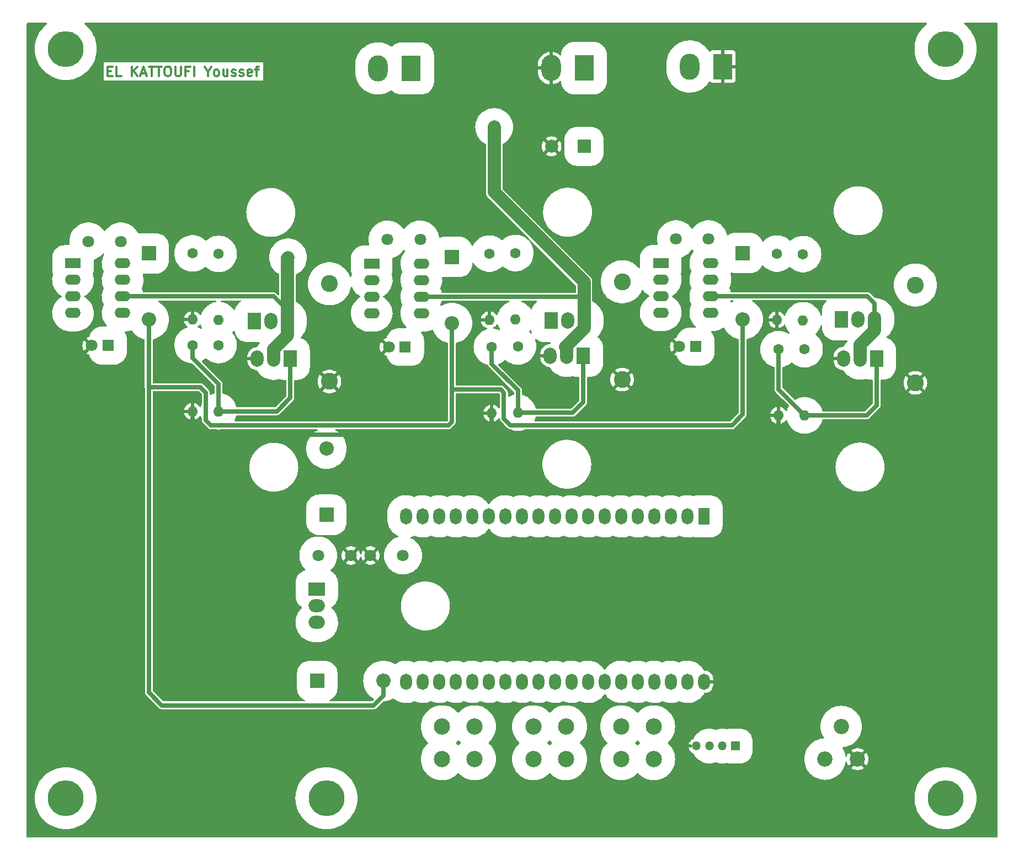
<source format=gtl>
G04 #@! TF.GenerationSoftware,KiCad,Pcbnew,7.0.7*
G04 #@! TF.CreationDate,2023-10-25T09:07:44+02:00*
G04 #@! TF.ProjectId,Onduleur,4f6e6475-6c65-4757-922e-6b696361645f,rev?*
G04 #@! TF.SameCoordinates,Original*
G04 #@! TF.FileFunction,Copper,L1,Top*
G04 #@! TF.FilePolarity,Positive*
%FSLAX46Y46*%
G04 Gerber Fmt 4.6, Leading zero omitted, Abs format (unit mm)*
G04 Created by KiCad (PCBNEW 7.0.7) date 2023-10-25 09:07:44*
%MOMM*%
%LPD*%
G01*
G04 APERTURE LIST*
%ADD10C,0.300000*%
G04 #@! TA.AperFunction,NonConductor*
%ADD11C,0.300000*%
G04 #@! TD*
G04 #@! TA.AperFunction,ComponentPad*
%ADD12R,2.200000X2.200000*%
G04 #@! TD*
G04 #@! TA.AperFunction,ComponentPad*
%ADD13O,2.200000X2.200000*%
G04 #@! TD*
G04 #@! TA.AperFunction,ComponentPad*
%ADD14C,5.500000*%
G04 #@! TD*
G04 #@! TA.AperFunction,ComponentPad*
%ADD15C,2.500000*%
G04 #@! TD*
G04 #@! TA.AperFunction,ComponentPad*
%ADD16C,1.600000*%
G04 #@! TD*
G04 #@! TA.AperFunction,ComponentPad*
%ADD17O,1.600000X1.600000*%
G04 #@! TD*
G04 #@! TA.AperFunction,ComponentPad*
%ADD18R,1.800000X2.500000*%
G04 #@! TD*
G04 #@! TA.AperFunction,ComponentPad*
%ADD19O,1.800000X2.500000*%
G04 #@! TD*
G04 #@! TA.AperFunction,ComponentPad*
%ADD20R,1.800000X1.800000*%
G04 #@! TD*
G04 #@! TA.AperFunction,ComponentPad*
%ADD21C,1.800000*%
G04 #@! TD*
G04 #@! TA.AperFunction,ComponentPad*
%ADD22R,3.000000X4.000000*%
G04 #@! TD*
G04 #@! TA.AperFunction,ComponentPad*
%ADD23O,3.000000X4.000000*%
G04 #@! TD*
G04 #@! TA.AperFunction,ComponentPad*
%ADD24C,2.600000*%
G04 #@! TD*
G04 #@! TA.AperFunction,ComponentPad*
%ADD25R,2.400000X1.600000*%
G04 #@! TD*
G04 #@! TA.AperFunction,ComponentPad*
%ADD26O,2.400000X1.600000*%
G04 #@! TD*
G04 #@! TA.AperFunction,ComponentPad*
%ADD27R,1.350000X1.350000*%
G04 #@! TD*
G04 #@! TA.AperFunction,ComponentPad*
%ADD28O,1.350000X1.350000*%
G04 #@! TD*
G04 #@! TA.AperFunction,ComponentPad*
%ADD29R,2.000000X2.000000*%
G04 #@! TD*
G04 #@! TA.AperFunction,ComponentPad*
%ADD30C,2.000000*%
G04 #@! TD*
G04 #@! TA.AperFunction,ComponentPad*
%ADD31R,2.000000X2.500000*%
G04 #@! TD*
G04 #@! TA.AperFunction,ComponentPad*
%ADD32O,2.000000X2.500000*%
G04 #@! TD*
G04 #@! TA.AperFunction,ComponentPad*
%ADD33C,2.340000*%
G04 #@! TD*
G04 #@! TA.AperFunction,ComponentPad*
%ADD34R,2.500000X2.000000*%
G04 #@! TD*
G04 #@! TA.AperFunction,ComponentPad*
%ADD35O,2.500000X2.000000*%
G04 #@! TD*
G04 #@! TA.AperFunction,ViaPad*
%ADD36C,1.800000*%
G04 #@! TD*
G04 #@! TA.AperFunction,Conductor*
%ADD37C,0.700000*%
G04 #@! TD*
G04 #@! TA.AperFunction,Conductor*
%ADD38C,2.000000*%
G04 #@! TD*
G04 APERTURE END LIST*
D10*
D11*
X68454510Y-19415114D02*
X68954510Y-19415114D01*
X69168796Y-20200828D02*
X68454510Y-20200828D01*
X68454510Y-20200828D02*
X68454510Y-18700828D01*
X68454510Y-18700828D02*
X69168796Y-18700828D01*
X70525939Y-20200828D02*
X69811653Y-20200828D01*
X69811653Y-20200828D02*
X69811653Y-18700828D01*
X72168796Y-20200828D02*
X72168796Y-18700828D01*
X73025939Y-20200828D02*
X72383082Y-19343685D01*
X73025939Y-18700828D02*
X72168796Y-19557971D01*
X73597368Y-19772257D02*
X74311654Y-19772257D01*
X73454511Y-20200828D02*
X73954511Y-18700828D01*
X73954511Y-18700828D02*
X74454511Y-20200828D01*
X74740225Y-18700828D02*
X75597368Y-18700828D01*
X75168796Y-20200828D02*
X75168796Y-18700828D01*
X75883082Y-18700828D02*
X76740225Y-18700828D01*
X76311653Y-20200828D02*
X76311653Y-18700828D01*
X77525939Y-18700828D02*
X77811653Y-18700828D01*
X77811653Y-18700828D02*
X77954510Y-18772257D01*
X77954510Y-18772257D02*
X78097367Y-18915114D01*
X78097367Y-18915114D02*
X78168796Y-19200828D01*
X78168796Y-19200828D02*
X78168796Y-19700828D01*
X78168796Y-19700828D02*
X78097367Y-19986542D01*
X78097367Y-19986542D02*
X77954510Y-20129400D01*
X77954510Y-20129400D02*
X77811653Y-20200828D01*
X77811653Y-20200828D02*
X77525939Y-20200828D01*
X77525939Y-20200828D02*
X77383082Y-20129400D01*
X77383082Y-20129400D02*
X77240224Y-19986542D01*
X77240224Y-19986542D02*
X77168796Y-19700828D01*
X77168796Y-19700828D02*
X77168796Y-19200828D01*
X77168796Y-19200828D02*
X77240224Y-18915114D01*
X77240224Y-18915114D02*
X77383082Y-18772257D01*
X77383082Y-18772257D02*
X77525939Y-18700828D01*
X78811653Y-18700828D02*
X78811653Y-19915114D01*
X78811653Y-19915114D02*
X78883082Y-20057971D01*
X78883082Y-20057971D02*
X78954511Y-20129400D01*
X78954511Y-20129400D02*
X79097368Y-20200828D01*
X79097368Y-20200828D02*
X79383082Y-20200828D01*
X79383082Y-20200828D02*
X79525939Y-20129400D01*
X79525939Y-20129400D02*
X79597368Y-20057971D01*
X79597368Y-20057971D02*
X79668796Y-19915114D01*
X79668796Y-19915114D02*
X79668796Y-18700828D01*
X80883082Y-19415114D02*
X80383082Y-19415114D01*
X80383082Y-20200828D02*
X80383082Y-18700828D01*
X80383082Y-18700828D02*
X81097368Y-18700828D01*
X81668796Y-20200828D02*
X81668796Y-18700828D01*
X83811654Y-19486542D02*
X83811654Y-20200828D01*
X83311654Y-18700828D02*
X83811654Y-19486542D01*
X83811654Y-19486542D02*
X84311654Y-18700828D01*
X85025939Y-20200828D02*
X84883082Y-20129400D01*
X84883082Y-20129400D02*
X84811653Y-20057971D01*
X84811653Y-20057971D02*
X84740225Y-19915114D01*
X84740225Y-19915114D02*
X84740225Y-19486542D01*
X84740225Y-19486542D02*
X84811653Y-19343685D01*
X84811653Y-19343685D02*
X84883082Y-19272257D01*
X84883082Y-19272257D02*
X85025939Y-19200828D01*
X85025939Y-19200828D02*
X85240225Y-19200828D01*
X85240225Y-19200828D02*
X85383082Y-19272257D01*
X85383082Y-19272257D02*
X85454511Y-19343685D01*
X85454511Y-19343685D02*
X85525939Y-19486542D01*
X85525939Y-19486542D02*
X85525939Y-19915114D01*
X85525939Y-19915114D02*
X85454511Y-20057971D01*
X85454511Y-20057971D02*
X85383082Y-20129400D01*
X85383082Y-20129400D02*
X85240225Y-20200828D01*
X85240225Y-20200828D02*
X85025939Y-20200828D01*
X86811654Y-19200828D02*
X86811654Y-20200828D01*
X86168796Y-19200828D02*
X86168796Y-19986542D01*
X86168796Y-19986542D02*
X86240225Y-20129400D01*
X86240225Y-20129400D02*
X86383082Y-20200828D01*
X86383082Y-20200828D02*
X86597368Y-20200828D01*
X86597368Y-20200828D02*
X86740225Y-20129400D01*
X86740225Y-20129400D02*
X86811654Y-20057971D01*
X87454511Y-20129400D02*
X87597368Y-20200828D01*
X87597368Y-20200828D02*
X87883082Y-20200828D01*
X87883082Y-20200828D02*
X88025939Y-20129400D01*
X88025939Y-20129400D02*
X88097368Y-19986542D01*
X88097368Y-19986542D02*
X88097368Y-19915114D01*
X88097368Y-19915114D02*
X88025939Y-19772257D01*
X88025939Y-19772257D02*
X87883082Y-19700828D01*
X87883082Y-19700828D02*
X87668797Y-19700828D01*
X87668797Y-19700828D02*
X87525939Y-19629400D01*
X87525939Y-19629400D02*
X87454511Y-19486542D01*
X87454511Y-19486542D02*
X87454511Y-19415114D01*
X87454511Y-19415114D02*
X87525939Y-19272257D01*
X87525939Y-19272257D02*
X87668797Y-19200828D01*
X87668797Y-19200828D02*
X87883082Y-19200828D01*
X87883082Y-19200828D02*
X88025939Y-19272257D01*
X88668797Y-20129400D02*
X88811654Y-20200828D01*
X88811654Y-20200828D02*
X89097368Y-20200828D01*
X89097368Y-20200828D02*
X89240225Y-20129400D01*
X89240225Y-20129400D02*
X89311654Y-19986542D01*
X89311654Y-19986542D02*
X89311654Y-19915114D01*
X89311654Y-19915114D02*
X89240225Y-19772257D01*
X89240225Y-19772257D02*
X89097368Y-19700828D01*
X89097368Y-19700828D02*
X88883083Y-19700828D01*
X88883083Y-19700828D02*
X88740225Y-19629400D01*
X88740225Y-19629400D02*
X88668797Y-19486542D01*
X88668797Y-19486542D02*
X88668797Y-19415114D01*
X88668797Y-19415114D02*
X88740225Y-19272257D01*
X88740225Y-19272257D02*
X88883083Y-19200828D01*
X88883083Y-19200828D02*
X89097368Y-19200828D01*
X89097368Y-19200828D02*
X89240225Y-19272257D01*
X90525940Y-20129400D02*
X90383083Y-20200828D01*
X90383083Y-20200828D02*
X90097369Y-20200828D01*
X90097369Y-20200828D02*
X89954511Y-20129400D01*
X89954511Y-20129400D02*
X89883083Y-19986542D01*
X89883083Y-19986542D02*
X89883083Y-19415114D01*
X89883083Y-19415114D02*
X89954511Y-19272257D01*
X89954511Y-19272257D02*
X90097369Y-19200828D01*
X90097369Y-19200828D02*
X90383083Y-19200828D01*
X90383083Y-19200828D02*
X90525940Y-19272257D01*
X90525940Y-19272257D02*
X90597369Y-19415114D01*
X90597369Y-19415114D02*
X90597369Y-19557971D01*
X90597369Y-19557971D02*
X89883083Y-19700828D01*
X91025940Y-19200828D02*
X91597368Y-19200828D01*
X91240225Y-20200828D02*
X91240225Y-18915114D01*
X91240225Y-18915114D02*
X91311654Y-18772257D01*
X91311654Y-18772257D02*
X91454511Y-18700828D01*
X91454511Y-18700828D02*
X91597368Y-18700828D01*
D12*
X74730000Y-47380000D03*
D13*
X74730000Y-57540000D03*
D14*
X197000000Y-16000000D03*
D15*
X133750000Y-120000000D03*
X138750000Y-120000000D03*
X133750000Y-125000000D03*
X138750000Y-125000000D03*
D12*
X102000000Y-87500000D03*
D13*
X102000000Y-77340000D03*
D12*
X121270000Y-47920000D03*
D13*
X121270000Y-58080000D03*
D16*
X81460000Y-47380000D03*
D17*
X81460000Y-57540000D03*
D18*
X159940000Y-87750000D03*
D19*
X157400000Y-87750000D03*
X154860000Y-87750000D03*
X152320000Y-87750000D03*
X149780000Y-87750000D03*
X147240000Y-87750000D03*
X144700000Y-87750000D03*
X142160000Y-87750000D03*
X139620000Y-87750000D03*
X137080000Y-87750000D03*
X134540000Y-87750000D03*
X132000000Y-87750000D03*
X129460000Y-87750000D03*
X126920000Y-87750000D03*
X124380000Y-87750000D03*
X121840000Y-87750000D03*
X119300000Y-87750000D03*
X116760000Y-87750000D03*
X114220000Y-87750000D03*
X159940000Y-113150000D03*
X157400000Y-113150000D03*
X154860000Y-113150000D03*
X152320000Y-113150000D03*
X149780000Y-113150000D03*
X147240000Y-113150000D03*
X144700000Y-113150000D03*
X142160000Y-113150000D03*
X139620000Y-113150000D03*
X137080000Y-113150000D03*
X134540000Y-113150000D03*
X132000000Y-113150000D03*
X129460000Y-113150000D03*
X126920000Y-113150000D03*
X124380000Y-113150000D03*
X121840000Y-113150000D03*
X119300000Y-113150000D03*
X116760000Y-113150000D03*
X114220000Y-113150000D03*
D20*
X158632323Y-61690000D03*
D21*
X156132323Y-61690000D03*
D16*
X175132323Y-47500000D03*
D17*
X175132323Y-57660000D03*
D22*
X115000000Y-19000000D03*
D23*
X109920000Y-19000000D03*
D24*
X102460000Y-52040000D03*
X102460000Y-67040000D03*
D25*
X153307323Y-48880000D03*
D26*
X153307323Y-51420000D03*
X153307323Y-53960000D03*
X153307323Y-56500000D03*
X160927323Y-56500000D03*
X160927323Y-53960000D03*
X160927323Y-51420000D03*
X160927323Y-48880000D03*
D27*
X164750000Y-123000000D03*
D28*
X162750000Y-123000000D03*
X160750000Y-123000000D03*
X158750000Y-123000000D03*
D16*
X171382323Y-62090000D03*
D17*
X171382323Y-72250000D03*
D14*
X62000000Y-131000000D03*
D16*
X131000000Y-47340000D03*
D17*
X131000000Y-57500000D03*
D16*
X85460000Y-61460000D03*
D17*
X85460000Y-71620000D03*
D20*
X114087436Y-61750000D03*
D21*
X111587436Y-61750000D03*
D25*
X63110000Y-48920000D03*
D26*
X63110000Y-51460000D03*
X63110000Y-54000000D03*
X63110000Y-56540000D03*
X70730000Y-56540000D03*
X70730000Y-54000000D03*
X70730000Y-51460000D03*
X70730000Y-48920000D03*
D29*
X141540000Y-30950000D03*
D30*
X136540000Y-30950000D03*
D31*
X96460000Y-63540000D03*
D32*
X93920000Y-63540000D03*
X91380000Y-63540000D03*
D33*
X178500000Y-125000000D03*
X181000000Y-120000000D03*
X183500000Y-125000000D03*
D14*
X197000000Y-131000000D03*
D24*
X192382323Y-52250000D03*
X192382323Y-67250000D03*
D22*
X141540000Y-18950000D03*
D23*
X136460000Y-18950000D03*
D21*
X113750000Y-93750000D03*
X108750000Y-93750000D03*
D12*
X165882323Y-47340000D03*
D13*
X165882323Y-57500000D03*
D16*
X85460000Y-47460000D03*
D17*
X85460000Y-57620000D03*
D21*
X116382323Y-45250000D03*
X111382323Y-45250000D03*
D16*
X131382323Y-61670000D03*
D17*
X131382323Y-71830000D03*
D16*
X81460000Y-61460000D03*
D17*
X81460000Y-71620000D03*
D31*
X90920000Y-57770000D03*
D32*
X93460000Y-57770000D03*
X96000000Y-57770000D03*
D31*
X141422323Y-63090000D03*
D32*
X138882323Y-63090000D03*
X136342323Y-63090000D03*
D34*
X100520000Y-98960000D03*
D35*
X100520000Y-101500000D03*
X100520000Y-104040000D03*
D14*
X102000000Y-131000000D03*
D16*
X127000000Y-47420000D03*
D17*
X127000000Y-57580000D03*
D20*
X68460000Y-61540000D03*
D21*
X65960000Y-61540000D03*
D12*
X100590000Y-113000000D03*
D13*
X110750000Y-113000000D03*
D25*
X108945000Y-48960000D03*
D26*
X108945000Y-51500000D03*
X108945000Y-54040000D03*
X108945000Y-56580000D03*
X116565000Y-56580000D03*
X116565000Y-54040000D03*
X116565000Y-51500000D03*
X116565000Y-48960000D03*
D21*
X160632323Y-45190000D03*
X155632323Y-45190000D03*
D15*
X147250000Y-120000000D03*
X152250000Y-120000000D03*
X147250000Y-125000000D03*
X152250000Y-125000000D03*
D21*
X70460000Y-45540000D03*
X65460000Y-45540000D03*
D22*
X162790000Y-18700000D03*
D23*
X157710000Y-18700000D03*
D31*
X186422323Y-63520000D03*
D32*
X183882323Y-63520000D03*
X181342323Y-63520000D03*
D15*
X119750000Y-120000000D03*
X124750000Y-120000000D03*
X119750000Y-125000000D03*
X124750000Y-125000000D03*
D24*
X147382323Y-51750000D03*
X147382323Y-66750000D03*
D16*
X127382323Y-61750000D03*
D17*
X127382323Y-71910000D03*
D16*
X171132323Y-47420000D03*
D17*
X171132323Y-57580000D03*
D21*
X100750000Y-93750000D03*
X105750000Y-93750000D03*
D16*
X175382323Y-62090000D03*
D17*
X175382323Y-72250000D03*
D31*
X181052323Y-57500000D03*
D32*
X183592323Y-57500000D03*
X186132323Y-57500000D03*
D31*
X136460000Y-57730000D03*
D32*
X139000000Y-57730000D03*
X141540000Y-57730000D03*
D14*
X62000000Y-16000000D03*
D36*
X96100000Y-48000000D03*
X127750000Y-28000000D03*
D37*
X125850000Y-75250000D02*
X126700000Y-74400000D01*
X170150000Y-75250000D02*
X171382323Y-74017677D01*
X81460000Y-73360000D02*
X83350000Y-75250000D01*
X125850000Y-75250000D02*
X170150000Y-75250000D01*
X171382323Y-74017677D02*
X171382323Y-72250000D01*
X81460000Y-71620000D02*
X81460000Y-73360000D01*
X126700000Y-74400000D02*
X127382323Y-73717677D01*
X127382323Y-73717677D02*
X127382323Y-71910000D01*
X83350000Y-75250000D02*
X125850000Y-75250000D01*
X121270000Y-73230000D02*
X120750000Y-73750000D01*
X129250000Y-72750000D02*
X130250000Y-73750000D01*
X76750000Y-116750000D02*
X109250000Y-116750000D01*
X110750000Y-115250000D02*
X110750000Y-113000000D01*
X121270000Y-58080000D02*
X121270000Y-68250000D01*
X128750000Y-68250000D02*
X129250000Y-68750000D01*
X83500000Y-68750000D02*
X82652792Y-67902792D01*
X84250000Y-73750000D02*
X83500000Y-73000000D01*
X121270000Y-68250000D02*
X121270000Y-73230000D01*
X165882323Y-72117677D02*
X165882323Y-57500000D01*
X74730000Y-57540000D02*
X74730000Y-67902792D01*
X130250000Y-73750000D02*
X164250000Y-73750000D01*
X120750000Y-73750000D02*
X84250000Y-73750000D01*
X74750000Y-67922792D02*
X74750000Y-114750000D01*
X74730000Y-62910101D02*
X74730000Y-57540000D01*
X164250000Y-73750000D02*
X165882323Y-72117677D01*
X129250000Y-68750000D02*
X129250000Y-72750000D01*
X82652792Y-67902792D02*
X74730000Y-67902792D01*
X109250000Y-116750000D02*
X110750000Y-115250000D01*
X74730000Y-67902792D02*
X74750000Y-67922792D01*
X83500000Y-73000000D02*
X83500000Y-68750000D01*
X74750000Y-114750000D02*
X76750000Y-116750000D01*
X121270000Y-68250000D02*
X128750000Y-68250000D01*
X70730000Y-54000000D02*
X93900000Y-54000000D01*
D38*
X96000000Y-48100000D02*
X96000000Y-56100000D01*
X96000000Y-56100000D02*
X96000000Y-57770000D01*
X93920000Y-63540000D02*
X93920000Y-62080000D01*
D37*
X93900000Y-54000000D02*
X96000000Y-56100000D01*
D38*
X96000000Y-60000000D02*
X96000000Y-57770000D01*
X93920000Y-62080000D02*
X96000000Y-60000000D01*
X96100000Y-48000000D02*
X96000000Y-48100000D01*
X141328838Y-59092323D02*
X141540000Y-58881161D01*
X127750000Y-38000000D02*
X141540000Y-51790000D01*
X141540000Y-54250000D02*
X141540000Y-57730000D01*
X127750000Y-28000000D02*
X127750000Y-38000000D01*
X138882323Y-63090000D02*
X138882323Y-61750000D01*
X141540000Y-58881161D02*
X141540000Y-57730000D01*
X138671161Y-61750000D02*
X141328838Y-59092323D01*
X141540000Y-51790000D02*
X141540000Y-54250000D01*
D37*
X141540000Y-54250000D02*
X141330000Y-54040000D01*
X141330000Y-54040000D02*
X116565000Y-54040000D01*
X160927323Y-53960000D02*
X185042323Y-53960000D01*
X185042323Y-53960000D02*
X186132323Y-55050000D01*
D38*
X183882323Y-63520000D02*
X183882323Y-61440000D01*
X186132323Y-59190000D02*
X186132323Y-57500000D01*
X183882323Y-61440000D02*
X186132323Y-59190000D01*
D37*
X186132323Y-55050000D02*
X186132323Y-57500000D01*
X139802323Y-71830000D02*
X141422323Y-70210000D01*
X127382323Y-64382323D02*
X131382323Y-68382323D01*
X131382323Y-71830000D02*
X139802323Y-71830000D01*
X141422323Y-70210000D02*
X141422323Y-63090000D01*
X127382323Y-61750000D02*
X127382323Y-64382323D01*
X131382323Y-68382323D02*
X131382323Y-71830000D01*
X94380000Y-71620000D02*
X96460000Y-69540000D01*
X81460000Y-63460000D02*
X85460000Y-67460000D01*
X96460000Y-69540000D02*
X96460000Y-63540000D01*
X85460000Y-67460000D02*
X85460000Y-71620000D01*
X81460000Y-61460000D02*
X81460000Y-63460000D01*
X85460000Y-71620000D02*
X94380000Y-71620000D01*
X171382323Y-68250000D02*
X175382323Y-72250000D01*
X186422323Y-70710000D02*
X186422323Y-63520000D01*
X171382323Y-62090000D02*
X171382323Y-68250000D01*
X184882323Y-72250000D02*
X186422323Y-70710000D01*
X175382323Y-72250000D02*
X184882323Y-72250000D01*
G04 #@! TA.AperFunction,Conductor*
G36*
X177978770Y-58418583D02*
G01*
X178032180Y-58465358D01*
X178051823Y-58532917D01*
X178051823Y-58821448D01*
X178056538Y-58887376D01*
X178067126Y-59035424D01*
X178127954Y-59315046D01*
X178227955Y-59583160D01*
X178227960Y-59583170D01*
X178365091Y-59834307D01*
X178365095Y-59834312D01*
X178365097Y-59834315D01*
X178526209Y-60049536D01*
X178536585Y-60063396D01*
X178536593Y-60063405D01*
X178738917Y-60265729D01*
X178738926Y-60265737D01*
X178738928Y-60265739D01*
X178968008Y-60437226D01*
X178968010Y-60437227D01*
X178968015Y-60437231D01*
X179219152Y-60574362D01*
X179219162Y-60574367D01*
X179487277Y-60674369D01*
X179766895Y-60735196D01*
X179980875Y-60750500D01*
X179980881Y-60750500D01*
X181870815Y-60750500D01*
X181938936Y-60770502D01*
X181985429Y-60824158D01*
X181995533Y-60894432D01*
X181966039Y-60959012D01*
X181951806Y-60973022D01*
X181819768Y-61083813D01*
X181579912Y-61338045D01*
X181371196Y-61618399D01*
X181371190Y-61618408D01*
X181322554Y-61702649D01*
X181271171Y-61751642D01*
X181228623Y-61764729D01*
X181039701Y-61787669D01*
X181039699Y-61787669D01*
X180805845Y-61855405D01*
X180585872Y-61959783D01*
X180385490Y-62098098D01*
X180209898Y-62266757D01*
X180063628Y-62461405D01*
X179950479Y-62676995D01*
X179873378Y-62907941D01*
X179873376Y-62907949D01*
X179834324Y-63148251D01*
X179834323Y-63148266D01*
X179834323Y-63266000D01*
X180727479Y-63266000D01*
X180795600Y-63286002D01*
X180842093Y-63339658D01*
X180852197Y-63409932D01*
X180848376Y-63427496D01*
X180842323Y-63448111D01*
X180842323Y-63591885D01*
X180842324Y-63591896D01*
X180848375Y-63612503D01*
X180848375Y-63683499D01*
X180809991Y-63743225D01*
X180745410Y-63772718D01*
X180727479Y-63774000D01*
X179834323Y-63774000D01*
X179834323Y-63830775D01*
X179849008Y-64012682D01*
X179907277Y-64249090D01*
X180002710Y-64473080D01*
X180132843Y-64678870D01*
X180132844Y-64678871D01*
X180294290Y-64861106D01*
X180294300Y-64861115D01*
X180482886Y-65015091D01*
X180693749Y-65136834D01*
X180693752Y-65136836D01*
X180921402Y-65223172D01*
X181159962Y-65271874D01*
X181218377Y-65274228D01*
X181285638Y-65296956D01*
X181322424Y-65337126D01*
X181371193Y-65421596D01*
X181579911Y-65701953D01*
X181807245Y-65942913D01*
X181819768Y-65956186D01*
X181894227Y-66018664D01*
X182067869Y-66164367D01*
X182087516Y-66180852D01*
X182360660Y-66360502D01*
X182379530Y-66372913D01*
X182691872Y-66529777D01*
X182746830Y-66549780D01*
X183020303Y-66649316D01*
X183020304Y-66649316D01*
X183020312Y-66649319D01*
X183360409Y-66729923D01*
X183558783Y-66753109D01*
X183707561Y-66770500D01*
X183707564Y-66770500D01*
X184057085Y-66770500D01*
X184201849Y-66753579D01*
X184404237Y-66729923D01*
X184702306Y-66659279D01*
X184773201Y-66663032D01*
X184775277Y-66663784D01*
X184857277Y-66694369D01*
X185136895Y-66755196D01*
X185350875Y-66770500D01*
X185695823Y-66770500D01*
X185763944Y-66790502D01*
X185810437Y-66844158D01*
X185821823Y-66896500D01*
X185821823Y-70409075D01*
X185801821Y-70477196D01*
X185784918Y-70498170D01*
X184670493Y-71612595D01*
X184608181Y-71646621D01*
X184581398Y-71649500D01*
X178219658Y-71649500D01*
X178151537Y-71629498D01*
X178105044Y-71575842D01*
X178098951Y-71559637D01*
X178087813Y-71522433D01*
X178018392Y-71290549D01*
X177889182Y-70991008D01*
X177726072Y-70708492D01*
X177623714Y-70571002D01*
X177531265Y-70446821D01*
X177307403Y-70209541D01*
X177307402Y-70209540D01*
X177307400Y-70209538D01*
X177057500Y-69999847D01*
X176784946Y-69820586D01*
X176493424Y-69674178D01*
X176186877Y-69562604D01*
X175925423Y-69500638D01*
X175869450Y-69487372D01*
X175869444Y-69487371D01*
X175545437Y-69449500D01*
X175545434Y-69449500D01*
X175219212Y-69449500D01*
X175219209Y-69449500D01*
X174895201Y-69487371D01*
X174895195Y-69487372D01*
X174697992Y-69534110D01*
X174577769Y-69562604D01*
X174577766Y-69562604D01*
X174577766Y-69562605D01*
X174271226Y-69674176D01*
X173979694Y-69820589D01*
X173958343Y-69834632D01*
X173890438Y-69855352D01*
X173822109Y-69836070D01*
X173800012Y-69818454D01*
X172019728Y-68038169D01*
X171985702Y-67975857D01*
X171982823Y-67949074D01*
X171982823Y-64925385D01*
X172002825Y-64857264D01*
X172056481Y-64810771D01*
X172079762Y-64802782D01*
X172186877Y-64777396D01*
X172493424Y-64665822D01*
X172784946Y-64519414D01*
X173057500Y-64340153D01*
X173301333Y-64135552D01*
X173366372Y-64107089D01*
X173436477Y-64118306D01*
X173463310Y-64135550D01*
X173707146Y-64340153D01*
X173979700Y-64519414D01*
X174271222Y-64665822D01*
X174577769Y-64777396D01*
X174895197Y-64852628D01*
X175080348Y-64874269D01*
X175219209Y-64890500D01*
X175219212Y-64890500D01*
X175545437Y-64890500D01*
X175666939Y-64876298D01*
X175869449Y-64852628D01*
X176186877Y-64777396D01*
X176493424Y-64665822D01*
X176784946Y-64519414D01*
X177057500Y-64340153D01*
X177307400Y-64130462D01*
X177531266Y-63893177D01*
X177726072Y-63631508D01*
X177889182Y-63348992D01*
X178018392Y-63049451D01*
X178111953Y-62736934D01*
X178168601Y-62415669D01*
X178187569Y-62090000D01*
X178168601Y-61764331D01*
X178111953Y-61443066D01*
X178018392Y-61130549D01*
X177889182Y-60831008D01*
X177726072Y-60548492D01*
X177612672Y-60396170D01*
X177531265Y-60286821D01*
X177307403Y-60049541D01*
X177307402Y-60049540D01*
X177307400Y-60049538D01*
X177086352Y-59864056D01*
X177047026Y-59804948D01*
X177045900Y-59733960D01*
X177075693Y-59681072D01*
X177281266Y-59463177D01*
X177476072Y-59201508D01*
X177639182Y-58918992D01*
X177768392Y-58619451D01*
X177805117Y-58496778D01*
X177843815Y-58437259D01*
X177908551Y-58408107D01*
X177978770Y-58418583D01*
G37*
G04 #@! TD.AperFunction*
G04 #@! TA.AperFunction,Conductor*
G36*
X134161377Y-60515590D02*
G01*
X134198837Y-60534839D01*
X134375685Y-60667226D01*
X134375687Y-60667227D01*
X134375692Y-60667231D01*
X134626829Y-60804362D01*
X134626839Y-60804367D01*
X134894954Y-60904369D01*
X135174572Y-60965196D01*
X135388552Y-60980500D01*
X136275085Y-60980500D01*
X136343206Y-61000502D01*
X136389699Y-61054158D01*
X136399803Y-61124432D01*
X136376153Y-61181741D01*
X136371202Y-61188390D01*
X136371190Y-61188408D01*
X136322554Y-61272649D01*
X136271171Y-61321642D01*
X136228623Y-61334729D01*
X136039701Y-61357669D01*
X136039699Y-61357669D01*
X135805845Y-61425405D01*
X135585872Y-61529783D01*
X135385490Y-61668098D01*
X135209898Y-61836757D01*
X135063628Y-62031405D01*
X134950479Y-62246995D01*
X134873378Y-62477941D01*
X134873376Y-62477949D01*
X134834324Y-62718251D01*
X134834323Y-62718266D01*
X134834323Y-62836000D01*
X135727479Y-62836000D01*
X135795600Y-62856002D01*
X135842093Y-62909658D01*
X135852197Y-62979932D01*
X135848376Y-62997496D01*
X135842323Y-63018111D01*
X135842323Y-63161885D01*
X135842324Y-63161896D01*
X135848375Y-63182503D01*
X135848375Y-63253499D01*
X135809991Y-63313225D01*
X135745410Y-63342718D01*
X135727479Y-63344000D01*
X134834323Y-63344000D01*
X134834323Y-63400775D01*
X134849008Y-63582682D01*
X134907277Y-63819090D01*
X135002710Y-64043080D01*
X135132843Y-64248870D01*
X135132844Y-64248871D01*
X135294290Y-64431106D01*
X135294300Y-64431115D01*
X135482886Y-64585091D01*
X135693749Y-64706834D01*
X135693752Y-64706836D01*
X135921402Y-64793172D01*
X136159962Y-64841874D01*
X136218377Y-64844228D01*
X136285638Y-64866956D01*
X136322424Y-64907126D01*
X136371193Y-64991596D01*
X136579911Y-65271953D01*
X136778446Y-65482388D01*
X136819768Y-65526186D01*
X136935338Y-65623160D01*
X137053076Y-65721954D01*
X137087516Y-65750852D01*
X137275232Y-65874315D01*
X137379530Y-65942913D01*
X137691872Y-66099777D01*
X137766208Y-66126833D01*
X138020303Y-66219316D01*
X138020304Y-66219316D01*
X138020312Y-66219319D01*
X138360409Y-66299923D01*
X138549930Y-66322075D01*
X138707561Y-66340500D01*
X138707564Y-66340500D01*
X139057085Y-66340500D01*
X139188015Y-66325196D01*
X139404237Y-66299923D01*
X139702306Y-66229279D01*
X139773201Y-66233032D01*
X139775277Y-66233784D01*
X139857277Y-66264369D01*
X140136895Y-66325196D01*
X140350875Y-66340500D01*
X140695823Y-66340500D01*
X140763944Y-66360502D01*
X140810437Y-66414158D01*
X140821823Y-66466500D01*
X140821823Y-69909074D01*
X140801821Y-69977195D01*
X140784918Y-69998169D01*
X139590493Y-71192595D01*
X139528181Y-71226620D01*
X139501398Y-71229500D01*
X134219658Y-71229500D01*
X134151537Y-71209498D01*
X134105044Y-71155842D01*
X134098951Y-71139637D01*
X134018392Y-70870549D01*
X133889182Y-70571008D01*
X133726072Y-70288492D01*
X133635256Y-70166505D01*
X133531265Y-70026821D01*
X133307403Y-69789541D01*
X133307402Y-69789540D01*
X133307400Y-69789538D01*
X133057500Y-69579847D01*
X132784946Y-69400586D01*
X132493424Y-69254178D01*
X132186877Y-69142604D01*
X132079764Y-69117217D01*
X132018093Y-69082045D01*
X131985228Y-69019113D01*
X131982823Y-68994614D01*
X131982823Y-68425817D01*
X131983363Y-68417585D01*
X131988005Y-68382323D01*
X131988005Y-68382322D01*
X131973393Y-68271335D01*
X131967367Y-68225561D01*
X131906859Y-68079482D01*
X131834773Y-67985538D01*
X131810605Y-67954041D01*
X131804132Y-67949074D01*
X131782378Y-67932381D01*
X131776184Y-67926949D01*
X128399862Y-64550627D01*
X128365837Y-64488316D01*
X128370902Y-64417501D01*
X128413449Y-64360665D01*
X128445859Y-64343134D01*
X128493424Y-64325822D01*
X128784946Y-64179414D01*
X129057500Y-64000153D01*
X129307400Y-63790462D01*
X129334157Y-63762100D01*
X129395451Y-63726276D01*
X129466384Y-63729276D01*
X129506799Y-63752042D01*
X129508413Y-63753396D01*
X129707146Y-63920153D01*
X129979700Y-64099414D01*
X130271222Y-64245822D01*
X130577769Y-64357396D01*
X130895197Y-64432628D01*
X131080348Y-64454269D01*
X131219209Y-64470500D01*
X131219212Y-64470500D01*
X131545437Y-64470500D01*
X131666939Y-64456298D01*
X131869449Y-64432628D01*
X132186877Y-64357396D01*
X132493424Y-64245822D01*
X132784946Y-64099414D01*
X133057500Y-63920153D01*
X133307400Y-63710462D01*
X133531266Y-63473177D01*
X133726072Y-63211508D01*
X133889182Y-62928992D01*
X134018392Y-62629451D01*
X134111953Y-62316934D01*
X134168601Y-61995669D01*
X134187569Y-61670000D01*
X134168601Y-61344331D01*
X134111953Y-61023066D01*
X134018392Y-60710549D01*
X134007636Y-60685615D01*
X133999020Y-60615145D01*
X134029872Y-60551202D01*
X134090396Y-60514090D01*
X134161377Y-60515590D01*
G37*
G04 #@! TD.AperFunction*
G04 #@! TA.AperFunction,Conductor*
G36*
X87905531Y-59265815D02*
G01*
X87939721Y-59328037D01*
X87939792Y-59328363D01*
X87995629Y-59585039D01*
X87995631Y-59585046D01*
X88042064Y-59709538D01*
X88095632Y-59853160D01*
X88095637Y-59853170D01*
X88232768Y-60104307D01*
X88232772Y-60104312D01*
X88232774Y-60104315D01*
X88397423Y-60324261D01*
X88404262Y-60333396D01*
X88404270Y-60333405D01*
X88606594Y-60535729D01*
X88606603Y-60535737D01*
X88606605Y-60535739D01*
X88835685Y-60707226D01*
X88835687Y-60707227D01*
X88835692Y-60707231D01*
X89086829Y-60844362D01*
X89086839Y-60844367D01*
X89354954Y-60944369D01*
X89634572Y-61005196D01*
X89848552Y-61020500D01*
X91643947Y-61020500D01*
X91712068Y-61040502D01*
X91758561Y-61094158D01*
X91768665Y-61164432D01*
X91739171Y-61229012D01*
X91735617Y-61232943D01*
X91687812Y-61283614D01*
X91617589Y-61358045D01*
X91408873Y-61638399D01*
X91408867Y-61638408D01*
X91360231Y-61722649D01*
X91308848Y-61771642D01*
X91266300Y-61784729D01*
X91077378Y-61807669D01*
X91077376Y-61807669D01*
X90843522Y-61875405D01*
X90623549Y-61979783D01*
X90423167Y-62118098D01*
X90247575Y-62286757D01*
X90101305Y-62481405D01*
X89988156Y-62696995D01*
X89911055Y-62927941D01*
X89911053Y-62927949D01*
X89872001Y-63168251D01*
X89872000Y-63168266D01*
X89872000Y-63286000D01*
X90765156Y-63286000D01*
X90833277Y-63306002D01*
X90879770Y-63359658D01*
X90889874Y-63429932D01*
X90886053Y-63447496D01*
X90880000Y-63468111D01*
X90880000Y-63611885D01*
X90880001Y-63611896D01*
X90886052Y-63632503D01*
X90886052Y-63703499D01*
X90847668Y-63763225D01*
X90783087Y-63792718D01*
X90765156Y-63794000D01*
X89872000Y-63794000D01*
X89872000Y-63850775D01*
X89886685Y-64032682D01*
X89944954Y-64269090D01*
X90040387Y-64493080D01*
X90170520Y-64698870D01*
X90170521Y-64698871D01*
X90331967Y-64881106D01*
X90331977Y-64881115D01*
X90520563Y-65035091D01*
X90731426Y-65156834D01*
X90731429Y-65156836D01*
X90959079Y-65243172D01*
X91197639Y-65291874D01*
X91256054Y-65294228D01*
X91323315Y-65316956D01*
X91360101Y-65357126D01*
X91408870Y-65441596D01*
X91617588Y-65721953D01*
X91742462Y-65854312D01*
X91857445Y-65976186D01*
X91985214Y-66083396D01*
X92121374Y-66197648D01*
X92125193Y-66200852D01*
X92417199Y-66392908D01*
X92417207Y-66392913D01*
X92729549Y-66549777D01*
X92893768Y-66609547D01*
X93057980Y-66669316D01*
X93057981Y-66669316D01*
X93057989Y-66669319D01*
X93398086Y-66749923D01*
X93574132Y-66770500D01*
X93745238Y-66790500D01*
X93745241Y-66790500D01*
X94094762Y-66790500D01*
X94225692Y-66775196D01*
X94441914Y-66749923D01*
X94739983Y-66679279D01*
X94810878Y-66683032D01*
X94812954Y-66683784D01*
X94894954Y-66714369D01*
X95174572Y-66775196D01*
X95388552Y-66790500D01*
X95733500Y-66790500D01*
X95801621Y-66810502D01*
X95848114Y-66864158D01*
X95859500Y-66916500D01*
X95859500Y-69239075D01*
X95839498Y-69307196D01*
X95822595Y-69328170D01*
X94168170Y-70982595D01*
X94105858Y-71016621D01*
X94079075Y-71019500D01*
X88297335Y-71019500D01*
X88229214Y-70999498D01*
X88182721Y-70945842D01*
X88176628Y-70929637D01*
X88170720Y-70909902D01*
X88096069Y-70660549D01*
X87966859Y-70361008D01*
X87803749Y-70078492D01*
X87728336Y-69977195D01*
X87608942Y-69816821D01*
X87385080Y-69579541D01*
X87385079Y-69579540D01*
X87385077Y-69579538D01*
X87135177Y-69369847D01*
X86862623Y-69190586D01*
X86571101Y-69044178D01*
X86502235Y-69019113D01*
X86278651Y-68937735D01*
X86264554Y-68932604D01*
X86157441Y-68907217D01*
X86095770Y-68872045D01*
X86062905Y-68809113D01*
X86060500Y-68784614D01*
X86060500Y-67503494D01*
X86061040Y-67495262D01*
X86065682Y-67460000D01*
X86065682Y-67459999D01*
X86045044Y-67303239D01*
X86044677Y-67302351D01*
X85984536Y-67157159D01*
X85912450Y-67063215D01*
X85888282Y-67031718D01*
X85873307Y-67020227D01*
X85860055Y-67010058D01*
X85853861Y-67004626D01*
X82897208Y-64047973D01*
X82863182Y-63985661D01*
X82868247Y-63914846D01*
X82910794Y-63858010D01*
X82917041Y-63853622D01*
X83135177Y-63710153D01*
X83379010Y-63505552D01*
X83444049Y-63477089D01*
X83514154Y-63488306D01*
X83540987Y-63505550D01*
X83784823Y-63710153D01*
X84057377Y-63889414D01*
X84348899Y-64035822D01*
X84655446Y-64147396D01*
X84972874Y-64222628D01*
X85158025Y-64244269D01*
X85296886Y-64260500D01*
X85296889Y-64260500D01*
X85623114Y-64260500D01*
X85744616Y-64246298D01*
X85947126Y-64222628D01*
X86264554Y-64147396D01*
X86571101Y-64035822D01*
X86862623Y-63889414D01*
X87135177Y-63710153D01*
X87385077Y-63500462D01*
X87608943Y-63263177D01*
X87803749Y-63001508D01*
X87966859Y-62718992D01*
X88096069Y-62419451D01*
X88189630Y-62106934D01*
X88246278Y-61785669D01*
X88265246Y-61460000D01*
X88246278Y-61134331D01*
X88189630Y-60813066D01*
X88096069Y-60500549D01*
X87966859Y-60201008D01*
X87803749Y-59918492D01*
X87763224Y-59864058D01*
X87608946Y-59656826D01*
X87602130Y-59649602D01*
X87580302Y-59626465D01*
X87548105Y-59563192D01*
X87555227Y-59492553D01*
X87580301Y-59453534D01*
X87608943Y-59423177D01*
X87715607Y-59279902D01*
X87772327Y-59237207D01*
X87843129Y-59231955D01*
X87905531Y-59265815D01*
G37*
G04 #@! TD.AperFunction*
G04 #@! TA.AperFunction,Conductor*
G36*
X130021838Y-54660502D02*
G01*
X130068331Y-54714158D01*
X130078435Y-54784432D01*
X130048941Y-54849012D01*
X129996812Y-54884901D01*
X129888903Y-54924176D01*
X129597375Y-55070587D01*
X129324821Y-55249848D01*
X129074925Y-55459536D01*
X129074919Y-55459541D01*
X128851057Y-55696821D01*
X128656262Y-55958476D01*
X128656244Y-55958503D01*
X128493144Y-56241002D01*
X128493135Y-56241020D01*
X128366674Y-56534189D01*
X128363931Y-56540549D01*
X128301490Y-56749117D01*
X128290323Y-56786419D01*
X128251624Y-56845941D01*
X128186888Y-56875093D01*
X128116668Y-56864617D01*
X128066403Y-56822553D01*
X128005815Y-56736025D01*
X128005810Y-56736019D01*
X127843980Y-56574189D01*
X127843974Y-56574184D01*
X127656498Y-56442912D01*
X127449073Y-56346188D01*
X127449071Y-56346187D01*
X127254000Y-56293917D01*
X127254000Y-57067715D01*
X127233998Y-57135836D01*
X127180342Y-57182329D01*
X127110068Y-57192433D01*
X127108292Y-57192164D01*
X127031481Y-57180000D01*
X126968519Y-57180000D01*
X126968518Y-57180000D01*
X126891707Y-57192164D01*
X126821296Y-57183063D01*
X126766983Y-57137340D01*
X126746012Y-57069511D01*
X126745999Y-57067715D01*
X126745999Y-56293917D01*
X126550928Y-56346187D01*
X126343501Y-56442912D01*
X126156025Y-56574184D01*
X126156019Y-56574189D01*
X125994189Y-56736019D01*
X125994184Y-56736025D01*
X125862912Y-56923501D01*
X125766188Y-57130926D01*
X125766186Y-57130931D01*
X125713917Y-57326000D01*
X126487716Y-57326000D01*
X126555837Y-57346002D01*
X126602330Y-57399658D01*
X126612434Y-57469932D01*
X126612165Y-57471710D01*
X126595014Y-57580000D01*
X126612165Y-57688290D01*
X126603065Y-57758701D01*
X126557343Y-57813015D01*
X126489515Y-57833987D01*
X126487716Y-57834000D01*
X125713918Y-57834000D01*
X125766186Y-58029068D01*
X125766188Y-58029073D01*
X125862912Y-58236498D01*
X125994184Y-58423974D01*
X125994189Y-58423980D01*
X126156019Y-58585810D01*
X126156025Y-58585815D01*
X126343501Y-58717087D01*
X126550926Y-58813811D01*
X126550935Y-58813815D01*
X126574471Y-58820121D01*
X126635095Y-58857071D01*
X126666117Y-58920931D01*
X126657690Y-58991426D01*
X126612488Y-59046174D01*
X126581110Y-59061061D01*
X126581215Y-59061350D01*
X126578156Y-59062463D01*
X126578020Y-59062528D01*
X126577785Y-59062598D01*
X126271226Y-59174176D01*
X125979698Y-59320587D01*
X125707144Y-59499848D01*
X125457248Y-59709536D01*
X125457242Y-59709541D01*
X125233380Y-59946821D01*
X125038585Y-60208476D01*
X125038567Y-60208503D01*
X124875467Y-60491002D01*
X124875458Y-60491020D01*
X124753276Y-60774270D01*
X124746254Y-60790549D01*
X124696544Y-60956594D01*
X124652693Y-61103065D01*
X124596044Y-61424335D01*
X124596044Y-61424341D01*
X124577077Y-61750000D01*
X124596044Y-62075658D01*
X124596044Y-62075664D01*
X124596045Y-62075669D01*
X124652693Y-62396934D01*
X124746254Y-62709451D01*
X124746256Y-62709457D01*
X124746257Y-62709458D01*
X124873761Y-63005046D01*
X124875464Y-63008992D01*
X125038574Y-63291508D01*
X125038583Y-63291520D01*
X125038585Y-63291523D01*
X125233380Y-63553178D01*
X125430489Y-63762101D01*
X125457246Y-63790462D01*
X125707146Y-64000153D01*
X125979700Y-64179414D01*
X126271222Y-64325822D01*
X126577769Y-64437396D01*
X126711774Y-64469155D01*
X126773445Y-64504328D01*
X126799124Y-64543539D01*
X126857787Y-64685164D01*
X126889871Y-64726977D01*
X126944346Y-64797971D01*
X126954041Y-64810605D01*
X126982267Y-64832263D01*
X126988455Y-64837690D01*
X128876666Y-66725901D01*
X130744918Y-68594153D01*
X130778944Y-68656465D01*
X130781823Y-68683248D01*
X130781823Y-68994614D01*
X130761821Y-69062735D01*
X130708165Y-69109228D01*
X130684882Y-69117217D01*
X130577769Y-69142604D01*
X130577766Y-69142604D01*
X130577766Y-69142605D01*
X130271226Y-69254176D01*
X130271219Y-69254179D01*
X130033048Y-69373793D01*
X129963197Y-69386491D01*
X129897568Y-69359408D01*
X129857001Y-69301143D01*
X129850500Y-69261195D01*
X129850500Y-68793494D01*
X129851040Y-68785262D01*
X129855682Y-68750000D01*
X129835044Y-68593238D01*
X129774536Y-68447159D01*
X129743538Y-68406762D01*
X129678282Y-68321718D01*
X129665962Y-68312265D01*
X129650055Y-68300058D01*
X129643861Y-68294626D01*
X129205367Y-67856132D01*
X129199940Y-67849944D01*
X129178282Y-67821718D01*
X129178280Y-67821717D01*
X129178280Y-67821716D01*
X129064149Y-67734141D01*
X129052841Y-67725464D01*
X129012452Y-67708734D01*
X128906760Y-67664955D01*
X128789361Y-67649500D01*
X128750000Y-67644318D01*
X128749999Y-67644318D01*
X128714738Y-67648960D01*
X128706506Y-67649500D01*
X121996500Y-67649500D01*
X121928379Y-67629498D01*
X121881886Y-67575842D01*
X121870500Y-67523500D01*
X121870500Y-61228427D01*
X121890502Y-61160306D01*
X121944158Y-61113813D01*
X121961601Y-61107357D01*
X122295644Y-61011121D01*
X122617376Y-60877855D01*
X122922164Y-60709405D01*
X123206176Y-60507888D01*
X123465839Y-60275839D01*
X123697888Y-60016176D01*
X123899405Y-59732164D01*
X124067855Y-59427376D01*
X124201121Y-59105644D01*
X124297527Y-58771013D01*
X124355859Y-58427693D01*
X124375385Y-58080000D01*
X124355859Y-57732307D01*
X124297527Y-57388987D01*
X124201121Y-57054356D01*
X124176208Y-56994212D01*
X124118629Y-56855202D01*
X124067855Y-56732624D01*
X123947220Y-56514351D01*
X123899411Y-56427846D01*
X123899407Y-56427839D01*
X123881721Y-56402912D01*
X123697888Y-56143824D01*
X123697887Y-56143823D01*
X123697885Y-56143820D01*
X123594557Y-56028197D01*
X123465839Y-55884161D01*
X123256208Y-55696823D01*
X123206179Y-55652114D01*
X123206172Y-55652109D01*
X122922160Y-55450592D01*
X122922153Y-55450588D01*
X122643606Y-55296642D01*
X122617376Y-55282145D01*
X122617369Y-55282142D01*
X122617365Y-55282140D01*
X122295648Y-55148880D01*
X122168030Y-55112114D01*
X121961013Y-55052473D01*
X121961007Y-55052472D01*
X121961004Y-55052471D01*
X121617687Y-54994140D01*
X121617693Y-54994140D01*
X121270000Y-54974615D01*
X120922309Y-54994140D01*
X120578995Y-55052471D01*
X120578989Y-55052472D01*
X120578987Y-55052473D01*
X120475119Y-55082397D01*
X120244351Y-55148880D01*
X119922634Y-55282140D01*
X119922611Y-55282152D01*
X119668759Y-55422450D01*
X119599463Y-55437895D01*
X119532817Y-55413424D01*
X119497471Y-55373008D01*
X119493581Y-55365952D01*
X119478209Y-55296642D01*
X119490170Y-55250934D01*
X119564760Y-55094357D01*
X119671215Y-54779475D01*
X119672718Y-54772335D01*
X119679409Y-54740548D01*
X119713012Y-54678008D01*
X119775093Y-54643563D01*
X119802707Y-54640500D01*
X129953717Y-54640500D01*
X130021838Y-54660502D01*
G37*
G04 #@! TD.AperFunction*
G04 #@! TA.AperFunction,Conductor*
G36*
X85075342Y-54620502D02*
G01*
X85121835Y-54674158D01*
X85131939Y-54744432D01*
X85102445Y-54809012D01*
X85042719Y-54847396D01*
X85021853Y-54851647D01*
X85001825Y-54853988D01*
X84972878Y-54857371D01*
X84972872Y-54857372D01*
X84836307Y-54889739D01*
X84655446Y-54932604D01*
X84655443Y-54932604D01*
X84655443Y-54932605D01*
X84348903Y-55044176D01*
X84348899Y-55044177D01*
X84348899Y-55044178D01*
X84219535Y-55109147D01*
X84057375Y-55190587D01*
X83784821Y-55369848D01*
X83534925Y-55579536D01*
X83534919Y-55579541D01*
X83311057Y-55816821D01*
X83116262Y-56078476D01*
X83116244Y-56078503D01*
X82953144Y-56361002D01*
X82953135Y-56361020D01*
X82823934Y-56660541D01*
X82823933Y-56660542D01*
X82823930Y-56660549D01*
X82823931Y-56660549D01*
X82785441Y-56789117D01*
X82783877Y-56794340D01*
X82745177Y-56853862D01*
X82680441Y-56883013D01*
X82610222Y-56872537D01*
X82559957Y-56830473D01*
X82465815Y-56696025D01*
X82465810Y-56696019D01*
X82303980Y-56534189D01*
X82303974Y-56534184D01*
X82116498Y-56402912D01*
X81909073Y-56306188D01*
X81909071Y-56306187D01*
X81714000Y-56253917D01*
X81714000Y-57027715D01*
X81693998Y-57095836D01*
X81640342Y-57142329D01*
X81570068Y-57152433D01*
X81568292Y-57152164D01*
X81491481Y-57140000D01*
X81428519Y-57140000D01*
X81351708Y-57152164D01*
X81281297Y-57143063D01*
X81226984Y-57097340D01*
X81206013Y-57029512D01*
X81206000Y-57027715D01*
X81206000Y-56253917D01*
X81205999Y-56253917D01*
X81010928Y-56306187D01*
X81010926Y-56306188D01*
X80803501Y-56402912D01*
X80616025Y-56534184D01*
X80616019Y-56534189D01*
X80454189Y-56696019D01*
X80454184Y-56696025D01*
X80322912Y-56883501D01*
X80226188Y-57090926D01*
X80226186Y-57090931D01*
X80173917Y-57286000D01*
X80947716Y-57286000D01*
X81015837Y-57306002D01*
X81062330Y-57359658D01*
X81072434Y-57429932D01*
X81072165Y-57431710D01*
X81055014Y-57540000D01*
X81072165Y-57648290D01*
X81063065Y-57718701D01*
X81017343Y-57773015D01*
X80949515Y-57793987D01*
X80947716Y-57794000D01*
X80173918Y-57794000D01*
X80226186Y-57989068D01*
X80226188Y-57989073D01*
X80322912Y-58196498D01*
X80454184Y-58383974D01*
X80454189Y-58383980D01*
X80616019Y-58545810D01*
X80616025Y-58545815D01*
X80644349Y-58565648D01*
X80688677Y-58621105D01*
X80695986Y-58691725D01*
X80663955Y-58755085D01*
X80615173Y-58787262D01*
X80348903Y-58884176D01*
X80057375Y-59030587D01*
X79784821Y-59209848D01*
X79534925Y-59419536D01*
X79534919Y-59419541D01*
X79311057Y-59656821D01*
X79116262Y-59918476D01*
X79116244Y-59918503D01*
X78953144Y-60201002D01*
X78953135Y-60201020D01*
X78823934Y-60500541D01*
X78823931Y-60500549D01*
X78774031Y-60667226D01*
X78730370Y-60813065D01*
X78673721Y-61134335D01*
X78673721Y-61134341D01*
X78654754Y-61459999D01*
X78673721Y-61785658D01*
X78673721Y-61785664D01*
X78704423Y-61959783D01*
X78730370Y-62106934D01*
X78823931Y-62419451D01*
X78823933Y-62419457D01*
X78823934Y-62419458D01*
X78952827Y-62718266D01*
X78953141Y-62718992D01*
X79116251Y-63001508D01*
X79116260Y-63001520D01*
X79116262Y-63001523D01*
X79311057Y-63263178D01*
X79518599Y-63483160D01*
X79534923Y-63500462D01*
X79784823Y-63710153D01*
X80057377Y-63889414D01*
X80348899Y-64035822D01*
X80655446Y-64147396D01*
X80972874Y-64222628D01*
X81158025Y-64244269D01*
X81296886Y-64260500D01*
X81296889Y-64260500D01*
X81359075Y-64260500D01*
X81427196Y-64280502D01*
X81448170Y-64297405D01*
X84822595Y-67671829D01*
X84856621Y-67734141D01*
X84859500Y-67760924D01*
X84859500Y-68784614D01*
X84839498Y-68852735D01*
X84785842Y-68899228D01*
X84762559Y-68907217D01*
X84655446Y-68932604D01*
X84655443Y-68932604D01*
X84655443Y-68932605D01*
X84348903Y-69044176D01*
X84348896Y-69044179D01*
X84283048Y-69077249D01*
X84213196Y-69089947D01*
X84147568Y-69062863D01*
X84107000Y-69004599D01*
X84100500Y-68964651D01*
X84100500Y-68793494D01*
X84101040Y-68785262D01*
X84105682Y-68750000D01*
X84105682Y-68749999D01*
X84085044Y-68593239D01*
X84053719Y-68517612D01*
X84024536Y-68447159D01*
X83993538Y-68406762D01*
X83928282Y-68321718D01*
X83915962Y-68312265D01*
X83900055Y-68300058D01*
X83893861Y-68294626D01*
X83108159Y-67508924D01*
X83102732Y-67502736D01*
X83081074Y-67474510D01*
X83081072Y-67474509D01*
X83081072Y-67474508D01*
X82992612Y-67406631D01*
X82955633Y-67378256D01*
X82946875Y-67374628D01*
X82809552Y-67317747D01*
X82692153Y-67302292D01*
X82652792Y-67297110D01*
X82652791Y-67297110D01*
X82617530Y-67301752D01*
X82609298Y-67302292D01*
X75456500Y-67302292D01*
X75388379Y-67282290D01*
X75341886Y-67228634D01*
X75330500Y-67176292D01*
X75330500Y-60688427D01*
X75350502Y-60620306D01*
X75404158Y-60573813D01*
X75421601Y-60567357D01*
X75755644Y-60471121D01*
X76077376Y-60337855D01*
X76382164Y-60169405D01*
X76666176Y-59967888D01*
X76925839Y-59735839D01*
X77157888Y-59476176D01*
X77359405Y-59192164D01*
X77527855Y-58887376D01*
X77635270Y-58628054D01*
X77661120Y-58565647D01*
X77666833Y-58545817D01*
X77757527Y-58231013D01*
X77815859Y-57887693D01*
X77835385Y-57540000D01*
X77815859Y-57192307D01*
X77757527Y-56848987D01*
X77661121Y-56514356D01*
X77653873Y-56496859D01*
X77574894Y-56306187D01*
X77527855Y-56192624D01*
X77401817Y-55964575D01*
X77359411Y-55887846D01*
X77359407Y-55887839D01*
X77331031Y-55847846D01*
X77157888Y-55603824D01*
X77157887Y-55603823D01*
X77157885Y-55603820D01*
X77052279Y-55485648D01*
X76925839Y-55344161D01*
X76771914Y-55206605D01*
X76666179Y-55112114D01*
X76666172Y-55112109D01*
X76382160Y-54910592D01*
X76382153Y-54910588D01*
X76248602Y-54836778D01*
X76198656Y-54786321D01*
X76183918Y-54716871D01*
X76209068Y-54650478D01*
X76266120Y-54608221D01*
X76309550Y-54600500D01*
X85007221Y-54600500D01*
X85075342Y-54620502D01*
G37*
G04 #@! TD.AperFunction*
G04 #@! TA.AperFunction,Conductor*
G36*
X59099514Y-12020502D02*
G01*
X59146007Y-12074158D01*
X59156111Y-12144432D01*
X59126617Y-12209012D01*
X59111888Y-12223436D01*
X58796184Y-12485593D01*
X58485593Y-12796184D01*
X58204972Y-13134122D01*
X57956727Y-13496514D01*
X57742989Y-13880248D01*
X57742986Y-13880255D01*
X57565561Y-14282083D01*
X57565557Y-14282092D01*
X57425965Y-14698582D01*
X57325399Y-15126163D01*
X57264712Y-15561206D01*
X57244426Y-16000000D01*
X57264712Y-16438793D01*
X57325399Y-16873836D01*
X57425965Y-17301417D01*
X57425967Y-17301425D01*
X57494197Y-17504995D01*
X57565557Y-17717907D01*
X57565561Y-17717916D01*
X57645160Y-17898190D01*
X57726760Y-18082997D01*
X57742986Y-18119744D01*
X57742989Y-18119751D01*
X57956727Y-18503485D01*
X58204972Y-18865877D01*
X58485593Y-19203815D01*
X58796184Y-19514406D01*
X59134122Y-19795027D01*
X59496514Y-20043272D01*
X59880248Y-20257010D01*
X59880252Y-20257011D01*
X59880258Y-20257015D01*
X60282089Y-20434441D01*
X60698575Y-20574033D01*
X61126166Y-20674601D01*
X61561211Y-20735288D01*
X62000000Y-20755574D01*
X62438789Y-20735288D01*
X62873834Y-20674601D01*
X63301425Y-20574033D01*
X63717911Y-20434441D01*
X64119742Y-20257015D01*
X64503487Y-20043271D01*
X64865874Y-19795030D01*
X65203809Y-19514412D01*
X65514412Y-19203809D01*
X65795030Y-18865874D01*
X66043271Y-18503487D01*
X66257015Y-18119742D01*
X66290001Y-18045037D01*
X67798719Y-18045037D01*
X67798719Y-20856619D01*
X92253159Y-20856619D01*
X92253159Y-18313436D01*
X106419499Y-18313436D01*
X106419500Y-19593219D01*
X106434389Y-19872595D01*
X106434391Y-19872613D01*
X106493744Y-20240999D01*
X106591917Y-20600987D01*
X106591918Y-20600990D01*
X106649634Y-20748597D01*
X106727799Y-20948502D01*
X106743962Y-20979606D01*
X106889239Y-21259187D01*
X106899850Y-21279606D01*
X107056035Y-21515046D01*
X107106120Y-21590547D01*
X107106125Y-21590554D01*
X107344278Y-21877806D01*
X107344279Y-21877807D01*
X107611606Y-22138110D01*
X107611608Y-22138112D01*
X107905100Y-22368534D01*
X108002746Y-22429630D01*
X108221422Y-22566454D01*
X108556989Y-22729630D01*
X108678821Y-22773565D01*
X108907993Y-22856210D01*
X108907999Y-22856212D01*
X109186975Y-22924368D01*
X109270476Y-22944768D01*
X109270491Y-22944770D01*
X109640304Y-22994292D01*
X109640307Y-22994292D01*
X109640312Y-22994293D01*
X109686937Y-22995534D01*
X110013310Y-23004226D01*
X110013316Y-23004226D01*
X110013316Y-23004225D01*
X110013317Y-23004226D01*
X110062950Y-23000253D01*
X110385259Y-22974456D01*
X110385263Y-22974455D01*
X110385265Y-22974455D01*
X110751941Y-22905316D01*
X110930565Y-22851455D01*
X111109180Y-22797599D01*
X111109184Y-22797596D01*
X111109191Y-22797595D01*
X111452967Y-22652510D01*
X111779374Y-22471706D01*
X111779375Y-22471704D01*
X111779379Y-22471703D01*
X111906069Y-22382713D01*
X111973309Y-22359925D01*
X112042195Y-22377107D01*
X112067588Y-22396723D01*
X112186594Y-22515729D01*
X112186603Y-22515737D01*
X112186605Y-22515739D01*
X112415685Y-22687226D01*
X112415687Y-22687227D01*
X112415692Y-22687231D01*
X112666829Y-22824362D01*
X112666839Y-22824367D01*
X112934954Y-22924369D01*
X113214572Y-22985196D01*
X113428552Y-23000500D01*
X113428558Y-23000500D01*
X116571442Y-23000500D01*
X116571448Y-23000500D01*
X116785428Y-22985196D01*
X117065046Y-22924369D01*
X117333161Y-22824367D01*
X117424738Y-22774362D01*
X117584307Y-22687231D01*
X117584309Y-22687229D01*
X117584315Y-22687226D01*
X117813395Y-22515739D01*
X118015739Y-22313395D01*
X118187226Y-22084315D01*
X118187229Y-22084309D01*
X118187231Y-22084307D01*
X118321663Y-21838113D01*
X118324367Y-21833161D01*
X118424369Y-21565046D01*
X118485196Y-21285428D01*
X118500500Y-21071448D01*
X118500500Y-19520111D01*
X134452000Y-19520111D01*
X134466685Y-19730136D01*
X134525073Y-20004831D01*
X134621120Y-20268714D01*
X134621123Y-20268722D01*
X134752960Y-20516675D01*
X134918022Y-20743863D01*
X134918025Y-20743866D01*
X135113109Y-20945881D01*
X135334391Y-21118766D01*
X135334407Y-21118777D01*
X135577597Y-21259183D01*
X135577606Y-21259187D01*
X135837979Y-21364385D01*
X135837983Y-21364386D01*
X136110459Y-21432321D01*
X136205999Y-21442363D01*
X136206000Y-21442363D01*
X136206000Y-19819930D01*
X136226002Y-19751809D01*
X136279658Y-19705316D01*
X136349932Y-19695212D01*
X136361058Y-19697327D01*
X136372333Y-19699999D01*
X136372338Y-19700000D01*
X136503685Y-19700000D01*
X136512981Y-19698913D01*
X136573373Y-19691854D01*
X136643353Y-19703812D01*
X136695761Y-19751706D01*
X136714000Y-19817002D01*
X136714000Y-21444188D01*
X136946965Y-21403111D01*
X137214048Y-21316330D01*
X137466445Y-21193227D01*
X137466449Y-21193225D01*
X137699267Y-21036188D01*
X137829189Y-20919206D01*
X137893197Y-20888489D01*
X137963651Y-20897253D01*
X138018182Y-20942715D01*
X138039477Y-21010443D01*
X138039500Y-21012841D01*
X138039500Y-21021448D01*
X138040662Y-21037692D01*
X138054803Y-21235424D01*
X138115631Y-21515046D01*
X138215632Y-21783160D01*
X138215637Y-21783170D01*
X138352768Y-22034307D01*
X138352772Y-22034312D01*
X138352774Y-22034315D01*
X138430475Y-22138112D01*
X138524262Y-22263396D01*
X138524270Y-22263405D01*
X138726594Y-22465729D01*
X138726603Y-22465737D01*
X138726605Y-22465739D01*
X138955685Y-22637226D01*
X138955687Y-22637227D01*
X138955692Y-22637231D01*
X139206829Y-22774362D01*
X139206839Y-22774367D01*
X139474954Y-22874369D01*
X139754572Y-22935196D01*
X139968552Y-22950500D01*
X139968558Y-22950500D01*
X143111442Y-22950500D01*
X143111448Y-22950500D01*
X143325428Y-22935196D01*
X143605046Y-22874369D01*
X143873161Y-22774367D01*
X143903144Y-22757994D01*
X144124307Y-22637231D01*
X144124309Y-22637229D01*
X144124315Y-22637226D01*
X144353395Y-22465739D01*
X144555739Y-22263395D01*
X144727226Y-22034315D01*
X144727229Y-22034309D01*
X144727231Y-22034307D01*
X144864362Y-21783170D01*
X144864367Y-21783161D01*
X144964369Y-21515046D01*
X145025196Y-21235428D01*
X145040500Y-21021448D01*
X145040500Y-19293219D01*
X154209500Y-19293219D01*
X154224389Y-19572595D01*
X154224391Y-19572613D01*
X154283744Y-19940999D01*
X154381917Y-20300987D01*
X154381918Y-20300990D01*
X154450565Y-20476553D01*
X154517799Y-20648502D01*
X154567351Y-20743863D01*
X154672368Y-20945964D01*
X154689850Y-20979606D01*
X154837045Y-21201494D01*
X154896120Y-21290547D01*
X154896125Y-21290554D01*
X155134278Y-21577806D01*
X155134279Y-21577807D01*
X155401606Y-21838110D01*
X155401608Y-21838112D01*
X155695100Y-22068534D01*
X155806299Y-22138110D01*
X156011422Y-22266454D01*
X156346989Y-22429630D01*
X156447119Y-22465739D01*
X156697993Y-22556210D01*
X156697999Y-22556212D01*
X157003527Y-22630854D01*
X157060476Y-22644768D01*
X157060491Y-22644770D01*
X157430304Y-22694292D01*
X157430307Y-22694292D01*
X157430312Y-22694293D01*
X157476937Y-22695534D01*
X157803310Y-22704226D01*
X157803316Y-22704226D01*
X157803316Y-22704225D01*
X157803317Y-22704226D01*
X157852950Y-22700253D01*
X158175259Y-22674456D01*
X158175263Y-22674455D01*
X158175265Y-22674455D01*
X158541941Y-22605316D01*
X158720566Y-22551455D01*
X158899180Y-22497599D01*
X158899184Y-22497596D01*
X158899191Y-22497595D01*
X159242967Y-22352510D01*
X159569374Y-22171706D01*
X159874713Y-21957231D01*
X160155525Y-21711516D01*
X160408628Y-21437345D01*
X160631155Y-21137823D01*
X160690157Y-21037690D01*
X160741971Y-20989156D01*
X160811801Y-20976339D01*
X160877475Y-21003309D01*
X160899580Y-21026147D01*
X160927097Y-21062905D01*
X161044034Y-21150444D01*
X161180906Y-21201494D01*
X161241402Y-21207999D01*
X161241415Y-21208000D01*
X162536000Y-21208000D01*
X162536000Y-19569930D01*
X162556002Y-19501809D01*
X162609658Y-19455316D01*
X162679932Y-19445212D01*
X162691058Y-19447327D01*
X162702333Y-19449999D01*
X162702338Y-19450000D01*
X162833684Y-19450000D01*
X162903372Y-19441854D01*
X162973352Y-19453812D01*
X163025760Y-19501706D01*
X163043999Y-19567002D01*
X163044000Y-21208000D01*
X164338585Y-21208000D01*
X164338597Y-21207999D01*
X164399093Y-21201494D01*
X164535964Y-21150444D01*
X164535965Y-21150444D01*
X164652904Y-21062904D01*
X164740444Y-20945965D01*
X164740444Y-20945964D01*
X164791494Y-20809093D01*
X164797999Y-20748597D01*
X164798000Y-20748585D01*
X164798000Y-18954000D01*
X163660029Y-18954000D01*
X163591908Y-18933998D01*
X163545415Y-18880342D01*
X163534242Y-18820675D01*
X163543828Y-18656094D01*
X163532858Y-18593878D01*
X163540728Y-18523320D01*
X163585495Y-18468216D01*
X163652947Y-18446063D01*
X163656944Y-18446000D01*
X164798000Y-18446000D01*
X164798000Y-16651414D01*
X164797999Y-16651402D01*
X164791494Y-16590906D01*
X164740444Y-16454035D01*
X164740444Y-16454034D01*
X164652904Y-16337095D01*
X164535965Y-16249555D01*
X164399093Y-16198505D01*
X164338597Y-16192000D01*
X163044000Y-16192000D01*
X163043999Y-17830069D01*
X163023997Y-17898190D01*
X162970341Y-17944683D01*
X162900067Y-17954786D01*
X162888947Y-17952674D01*
X162877664Y-17950000D01*
X162877662Y-17950000D01*
X162746316Y-17950000D01*
X162746313Y-17950000D01*
X162676628Y-17958145D01*
X162606645Y-17946187D01*
X162554238Y-17898291D01*
X162536000Y-17832997D01*
X162536000Y-16192000D01*
X161241402Y-16192000D01*
X161180906Y-16198505D01*
X161044035Y-16249555D01*
X161044034Y-16249555D01*
X160927096Y-16337095D01*
X160900467Y-16372667D01*
X160843631Y-16415212D01*
X160772815Y-16420276D01*
X160710503Y-16386250D01*
X160694602Y-16366808D01*
X160674891Y-16337095D01*
X160582955Y-16198505D01*
X160523885Y-16109460D01*
X160523874Y-16109445D01*
X160285721Y-15822193D01*
X160285720Y-15822192D01*
X160018393Y-15561889D01*
X160018391Y-15561887D01*
X159724899Y-15331465D01*
X159475849Y-15175637D01*
X159408578Y-15133546D01*
X159073012Y-14970370D01*
X158722006Y-14843789D01*
X158722000Y-14843787D01*
X158359531Y-14755233D01*
X158359508Y-14755229D01*
X157989695Y-14705707D01*
X157989686Y-14705706D01*
X157616689Y-14695773D01*
X157616683Y-14695773D01*
X157244740Y-14725543D01*
X156878056Y-14794684D01*
X156878047Y-14794687D01*
X156520819Y-14902400D01*
X156520810Y-14902404D01*
X156177043Y-15047485D01*
X156177026Y-15047493D01*
X155850627Y-15228293D01*
X155545284Y-15442771D01*
X155264474Y-15688483D01*
X155264472Y-15688485D01*
X155011371Y-15962655D01*
X154788849Y-16262171D01*
X154788847Y-16262172D01*
X154650542Y-16496889D01*
X154599416Y-16583655D01*
X154562699Y-16664572D01*
X154445230Y-16923449D01*
X154328038Y-17277698D01*
X154328034Y-17277711D01*
X154249160Y-17642414D01*
X154209500Y-18013418D01*
X154209500Y-19293219D01*
X145040500Y-19293219D01*
X145040500Y-16878552D01*
X145025196Y-16664572D01*
X144964369Y-16384954D01*
X144864367Y-16116839D01*
X144860330Y-16109445D01*
X144727231Y-15865692D01*
X144727227Y-15865687D01*
X144727226Y-15865685D01*
X144555739Y-15636605D01*
X144555737Y-15636603D01*
X144555729Y-15636594D01*
X144353405Y-15434270D01*
X144353396Y-15434262D01*
X144237475Y-15347485D01*
X144124315Y-15262774D01*
X144124313Y-15262773D01*
X144124312Y-15262772D01*
X144124307Y-15262768D01*
X143873170Y-15125637D01*
X143873160Y-15125632D01*
X143605046Y-15025631D01*
X143325424Y-14964803D01*
X143191775Y-14955245D01*
X143111448Y-14949500D01*
X139968552Y-14949500D01*
X139892954Y-14954906D01*
X139754575Y-14964803D01*
X139474953Y-15025631D01*
X139206839Y-15125632D01*
X139206829Y-15125637D01*
X138955692Y-15262768D01*
X138955687Y-15262772D01*
X138726603Y-15434262D01*
X138726594Y-15434270D01*
X138524270Y-15636594D01*
X138524262Y-15636603D01*
X138352772Y-15865687D01*
X138352768Y-15865692D01*
X138215637Y-16116829D01*
X138215632Y-16116839D01*
X138115631Y-16384953D01*
X138054803Y-16664575D01*
X138048587Y-16751498D01*
X138039838Y-16873836D01*
X138039500Y-16878558D01*
X138039500Y-16883130D01*
X138019498Y-16951251D01*
X137965842Y-16997744D01*
X137895568Y-17007848D01*
X137830988Y-16978354D01*
X137822865Y-16970659D01*
X137806891Y-16954118D01*
X137585608Y-16781233D01*
X137585592Y-16781222D01*
X137342402Y-16640816D01*
X137342393Y-16640812D01*
X137082020Y-16535614D01*
X137082016Y-16535613D01*
X136809541Y-16467678D01*
X136714000Y-16457636D01*
X136714000Y-18080069D01*
X136693998Y-18148190D01*
X136640342Y-18194683D01*
X136570068Y-18204787D01*
X136558949Y-18202674D01*
X136547666Y-18200000D01*
X136547662Y-18200000D01*
X136416316Y-18200000D01*
X136416313Y-18200000D01*
X136346628Y-18208145D01*
X136276645Y-18196187D01*
X136224238Y-18148291D01*
X136206000Y-18082997D01*
X136206000Y-16455810D01*
X136205999Y-16455809D01*
X135973031Y-16496889D01*
X135705951Y-16583669D01*
X135453554Y-16706772D01*
X135453550Y-16706774D01*
X135220732Y-16863811D01*
X135012037Y-17051721D01*
X134831532Y-17266837D01*
X134831528Y-17266843D01*
X134682714Y-17504995D01*
X134682713Y-17504995D01*
X134568489Y-17761549D01*
X134568487Y-17761554D01*
X134491086Y-18031484D01*
X134491085Y-18031490D01*
X134452000Y-18309589D01*
X134452000Y-18696000D01*
X135589971Y-18696000D01*
X135658092Y-18716002D01*
X135704585Y-18769658D01*
X135715757Y-18829324D01*
X135709661Y-18933998D01*
X135706172Y-18993901D01*
X135706172Y-18993906D01*
X135717142Y-19056121D01*
X135709272Y-19126680D01*
X135664505Y-19181784D01*
X135597053Y-19203937D01*
X135593056Y-19204000D01*
X134452000Y-19204000D01*
X134452000Y-19520111D01*
X118500500Y-19520111D01*
X118500500Y-16928552D01*
X118485196Y-16714572D01*
X118424369Y-16434954D01*
X118324367Y-16166839D01*
X118297065Y-16116839D01*
X118187231Y-15915692D01*
X118187227Y-15915687D01*
X118187226Y-15915685D01*
X118015739Y-15686605D01*
X118015737Y-15686603D01*
X118015729Y-15686594D01*
X117813405Y-15484270D01*
X117813396Y-15484262D01*
X117757970Y-15442771D01*
X117584315Y-15312774D01*
X117584313Y-15312773D01*
X117584312Y-15312772D01*
X117584307Y-15312768D01*
X117333170Y-15175637D01*
X117333160Y-15175632D01*
X117065046Y-15075631D01*
X116785424Y-15014803D01*
X116651775Y-15005245D01*
X116571448Y-14999500D01*
X113428552Y-14999500D01*
X113352954Y-15004906D01*
X113214575Y-15014803D01*
X112934953Y-15075631D01*
X112666839Y-15175632D01*
X112666829Y-15175637D01*
X112415692Y-15312768D01*
X112415687Y-15312772D01*
X112186603Y-15484262D01*
X112070092Y-15600773D01*
X112007780Y-15634798D01*
X111936964Y-15629732D01*
X111914164Y-15618492D01*
X111699646Y-15484270D01*
X111618578Y-15433546D01*
X111283012Y-15270370D01*
X110932006Y-15143789D01*
X110932000Y-15143787D01*
X110569531Y-15055233D01*
X110569508Y-15055229D01*
X110199695Y-15005707D01*
X110199686Y-15005706D01*
X109826689Y-14995773D01*
X109826683Y-14995773D01*
X109454740Y-15025543D01*
X109088056Y-15094684D01*
X109088047Y-15094687D01*
X108730819Y-15202400D01*
X108730810Y-15202404D01*
X108387043Y-15347485D01*
X108387026Y-15347493D01*
X108060627Y-15528293D01*
X107755284Y-15742771D01*
X107474474Y-15988483D01*
X107474472Y-15988485D01*
X107221371Y-16262655D01*
X106998849Y-16562171D01*
X106998847Y-16562172D01*
X106809417Y-16883653D01*
X106655230Y-17223449D01*
X106538038Y-17577698D01*
X106538034Y-17577711D01*
X106459160Y-17942414D01*
X106419500Y-18313418D01*
X106419499Y-18313436D01*
X92253159Y-18313436D01*
X92253159Y-18045037D01*
X67798719Y-18045037D01*
X66290001Y-18045037D01*
X66434441Y-17717911D01*
X66574033Y-17301425D01*
X66674601Y-16873834D01*
X66735288Y-16438789D01*
X66755574Y-16000000D01*
X66735288Y-15561211D01*
X66674601Y-15126166D01*
X66574033Y-14698575D01*
X66434441Y-14282089D01*
X66257015Y-13880258D01*
X66257011Y-13880252D01*
X66257010Y-13880248D01*
X66043272Y-13496514D01*
X65795027Y-13134122D01*
X65514406Y-12796184D01*
X65203815Y-12485593D01*
X64888112Y-12223436D01*
X64848483Y-12164529D01*
X64846992Y-12093548D01*
X64884113Y-12033029D01*
X64948061Y-12002186D01*
X64968607Y-12000500D01*
X194031393Y-12000500D01*
X194099514Y-12020502D01*
X194146007Y-12074158D01*
X194156111Y-12144432D01*
X194126617Y-12209012D01*
X194111888Y-12223436D01*
X193796184Y-12485593D01*
X193485593Y-12796184D01*
X193204972Y-13134122D01*
X192956727Y-13496514D01*
X192742989Y-13880248D01*
X192742986Y-13880255D01*
X192565561Y-14282083D01*
X192565557Y-14282092D01*
X192425965Y-14698582D01*
X192325399Y-15126163D01*
X192264712Y-15561206D01*
X192244426Y-16000000D01*
X192264712Y-16438793D01*
X192325399Y-16873836D01*
X192425965Y-17301417D01*
X192425967Y-17301425D01*
X192494197Y-17504995D01*
X192565557Y-17717907D01*
X192565561Y-17717916D01*
X192645160Y-17898190D01*
X192726760Y-18082997D01*
X192742986Y-18119744D01*
X192742989Y-18119751D01*
X192956727Y-18503485D01*
X193204972Y-18865877D01*
X193485593Y-19203815D01*
X193796184Y-19514406D01*
X194134122Y-19795027D01*
X194496514Y-20043272D01*
X194880248Y-20257010D01*
X194880252Y-20257011D01*
X194880258Y-20257015D01*
X195282089Y-20434441D01*
X195698575Y-20574033D01*
X196126166Y-20674601D01*
X196561211Y-20735288D01*
X197000000Y-20755574D01*
X197438789Y-20735288D01*
X197873834Y-20674601D01*
X198301425Y-20574033D01*
X198717911Y-20434441D01*
X199119742Y-20257015D01*
X199503487Y-20043271D01*
X199865874Y-19795030D01*
X200203809Y-19514412D01*
X200514412Y-19203809D01*
X200795030Y-18865874D01*
X201043271Y-18503487D01*
X201257015Y-18119742D01*
X201434441Y-17717911D01*
X201574033Y-17301425D01*
X201674601Y-16873834D01*
X201735288Y-16438789D01*
X201755574Y-16000000D01*
X201735288Y-15561211D01*
X201674601Y-15126166D01*
X201574033Y-14698575D01*
X201434441Y-14282089D01*
X201257015Y-13880258D01*
X201257011Y-13880252D01*
X201257010Y-13880248D01*
X201043272Y-13496514D01*
X200795027Y-13134122D01*
X200514406Y-12796184D01*
X200203815Y-12485593D01*
X199888112Y-12223436D01*
X199848483Y-12164529D01*
X199846992Y-12093548D01*
X199884113Y-12033029D01*
X199948061Y-12002186D01*
X199968607Y-12000500D01*
X204873500Y-12000500D01*
X204941621Y-12020502D01*
X204988114Y-12074158D01*
X204999500Y-12126500D01*
X204999500Y-136873500D01*
X204979498Y-136941621D01*
X204925842Y-136988114D01*
X204873500Y-136999500D01*
X56126500Y-136999500D01*
X56058379Y-136979498D01*
X56011886Y-136925842D01*
X56000500Y-136873500D01*
X56000500Y-130999999D01*
X57244426Y-130999999D01*
X57264712Y-131438793D01*
X57325399Y-131873834D01*
X57425967Y-132301425D01*
X57496906Y-132513078D01*
X57565557Y-132717907D01*
X57565561Y-132717916D01*
X57742986Y-133119744D01*
X57742989Y-133119751D01*
X57956727Y-133503485D01*
X58204972Y-133865877D01*
X58485593Y-134203815D01*
X58796184Y-134514406D01*
X59134122Y-134795027D01*
X59496514Y-135043272D01*
X59880248Y-135257010D01*
X59880252Y-135257011D01*
X59880258Y-135257015D01*
X60282089Y-135434441D01*
X60698575Y-135574033D01*
X61126166Y-135674601D01*
X61561211Y-135735288D01*
X62000000Y-135755574D01*
X62438789Y-135735288D01*
X62873834Y-135674601D01*
X63301425Y-135574033D01*
X63717911Y-135434441D01*
X64119742Y-135257015D01*
X64503487Y-135043271D01*
X64865874Y-134795030D01*
X65203809Y-134514412D01*
X65514412Y-134203809D01*
X65795030Y-133865874D01*
X66043271Y-133503487D01*
X66257015Y-133119742D01*
X66434441Y-132717911D01*
X66574033Y-132301425D01*
X66674601Y-131873834D01*
X66735288Y-131438789D01*
X66755574Y-131000000D01*
X66755574Y-130999999D01*
X97244426Y-130999999D01*
X97264712Y-131438793D01*
X97325399Y-131873834D01*
X97425967Y-132301425D01*
X97496906Y-132513078D01*
X97565557Y-132717907D01*
X97565561Y-132717916D01*
X97742986Y-133119744D01*
X97742989Y-133119751D01*
X97956727Y-133503485D01*
X98204972Y-133865877D01*
X98485593Y-134203815D01*
X98796184Y-134514406D01*
X99134122Y-134795027D01*
X99496514Y-135043272D01*
X99880248Y-135257010D01*
X99880252Y-135257011D01*
X99880258Y-135257015D01*
X100282089Y-135434441D01*
X100698575Y-135574033D01*
X101126166Y-135674601D01*
X101561211Y-135735288D01*
X102000000Y-135755574D01*
X102438789Y-135735288D01*
X102873834Y-135674601D01*
X103301425Y-135574033D01*
X103717911Y-135434441D01*
X104119742Y-135257015D01*
X104503487Y-135043271D01*
X104865874Y-134795030D01*
X105203809Y-134514412D01*
X105514412Y-134203809D01*
X105795030Y-133865874D01*
X106043271Y-133503487D01*
X106257015Y-133119742D01*
X106434441Y-132717911D01*
X106574033Y-132301425D01*
X106674601Y-131873834D01*
X106735288Y-131438789D01*
X106755574Y-131000000D01*
X106755574Y-130999999D01*
X192244426Y-130999999D01*
X192264712Y-131438793D01*
X192325399Y-131873834D01*
X192425967Y-132301425D01*
X192496905Y-132513078D01*
X192565557Y-132717907D01*
X192565561Y-132717916D01*
X192742986Y-133119744D01*
X192742989Y-133119751D01*
X192956727Y-133503485D01*
X193204972Y-133865877D01*
X193485593Y-134203815D01*
X193796184Y-134514406D01*
X194134122Y-134795027D01*
X194496514Y-135043272D01*
X194880248Y-135257010D01*
X194880252Y-135257011D01*
X194880258Y-135257015D01*
X195282089Y-135434441D01*
X195698575Y-135574033D01*
X196126166Y-135674601D01*
X196561211Y-135735288D01*
X197000000Y-135755574D01*
X197438789Y-135735288D01*
X197873834Y-135674601D01*
X198301425Y-135574033D01*
X198717911Y-135434441D01*
X199119742Y-135257015D01*
X199503487Y-135043271D01*
X199865874Y-134795030D01*
X200203809Y-134514412D01*
X200514412Y-134203809D01*
X200795030Y-133865874D01*
X201043271Y-133503487D01*
X201257015Y-133119742D01*
X201434441Y-132717911D01*
X201574033Y-132301425D01*
X201674601Y-131873834D01*
X201735288Y-131438789D01*
X201755574Y-131000000D01*
X201735288Y-130561211D01*
X201674601Y-130126166D01*
X201574033Y-129698575D01*
X201434441Y-129282089D01*
X201257015Y-128880258D01*
X201257011Y-128880252D01*
X201257010Y-128880248D01*
X201043272Y-128496514D01*
X200809691Y-128155529D01*
X200795030Y-128134126D01*
X200514412Y-127796191D01*
X200514410Y-127796189D01*
X200514406Y-127796184D01*
X200203815Y-127485593D01*
X199865877Y-127204972D01*
X199503485Y-126956727D01*
X199119751Y-126742989D01*
X199119744Y-126742986D01*
X198717916Y-126565561D01*
X198717907Y-126565557D01*
X198513078Y-126496906D01*
X198301425Y-126425967D01*
X198301418Y-126425965D01*
X198301417Y-126425965D01*
X197873836Y-126325399D01*
X197873837Y-126325399D01*
X197438793Y-126264712D01*
X197000000Y-126244426D01*
X196561206Y-126264712D01*
X196126163Y-126325399D01*
X195698582Y-126425965D01*
X195698578Y-126425966D01*
X195698575Y-126425967D01*
X195591043Y-126462008D01*
X195282092Y-126565557D01*
X195282083Y-126565561D01*
X194880255Y-126742986D01*
X194880248Y-126742989D01*
X194496514Y-126956727D01*
X194134122Y-127204972D01*
X193796184Y-127485593D01*
X193485593Y-127796184D01*
X193204972Y-128134122D01*
X192956727Y-128496514D01*
X192742989Y-128880248D01*
X192742986Y-128880255D01*
X192565561Y-129282083D01*
X192565557Y-129282092D01*
X192425965Y-129698582D01*
X192325399Y-130126163D01*
X192264712Y-130561206D01*
X192244426Y-130999999D01*
X106755574Y-130999999D01*
X106735288Y-130561211D01*
X106674601Y-130126166D01*
X106574033Y-129698575D01*
X106434441Y-129282089D01*
X106257015Y-128880258D01*
X106257011Y-128880252D01*
X106257010Y-128880248D01*
X106043272Y-128496514D01*
X105809691Y-128155529D01*
X105795030Y-128134126D01*
X105514412Y-127796191D01*
X105514410Y-127796189D01*
X105514406Y-127796184D01*
X105203815Y-127485593D01*
X104865877Y-127204972D01*
X104503485Y-126956727D01*
X104119751Y-126742989D01*
X104119744Y-126742986D01*
X103717916Y-126565561D01*
X103717907Y-126565557D01*
X103513078Y-126496905D01*
X103301425Y-126425967D01*
X103301418Y-126425965D01*
X103301417Y-126425965D01*
X102873836Y-126325399D01*
X102873837Y-126325399D01*
X102438793Y-126264712D01*
X102087757Y-126248483D01*
X102000000Y-126244426D01*
X101999999Y-126244426D01*
X101561206Y-126264712D01*
X101126163Y-126325399D01*
X100698582Y-126425965D01*
X100698578Y-126425966D01*
X100698575Y-126425967D01*
X100591043Y-126462008D01*
X100282092Y-126565557D01*
X100282083Y-126565561D01*
X99880255Y-126742986D01*
X99880248Y-126742989D01*
X99496514Y-126956727D01*
X99134122Y-127204972D01*
X98796184Y-127485593D01*
X98485593Y-127796184D01*
X98204972Y-128134122D01*
X97956727Y-128496514D01*
X97742989Y-128880248D01*
X97742986Y-128880255D01*
X97565561Y-129282083D01*
X97565557Y-129282092D01*
X97425965Y-129698582D01*
X97325399Y-130126163D01*
X97264712Y-130561206D01*
X97244426Y-130999999D01*
X66755574Y-130999999D01*
X66735288Y-130561211D01*
X66674601Y-130126166D01*
X66574033Y-129698575D01*
X66434441Y-129282089D01*
X66257015Y-128880258D01*
X66257011Y-128880252D01*
X66257010Y-128880248D01*
X66043272Y-128496514D01*
X65809691Y-128155529D01*
X65795030Y-128134126D01*
X65514412Y-127796191D01*
X65514410Y-127796189D01*
X65514406Y-127796184D01*
X65203815Y-127485593D01*
X64865877Y-127204972D01*
X64503485Y-126956727D01*
X64119751Y-126742989D01*
X64119744Y-126742986D01*
X63717916Y-126565561D01*
X63717907Y-126565557D01*
X63513078Y-126496905D01*
X63301425Y-126425967D01*
X63301418Y-126425965D01*
X63301417Y-126425965D01*
X62873836Y-126325399D01*
X62873837Y-126325399D01*
X62438793Y-126264712D01*
X62087757Y-126248483D01*
X62000000Y-126244426D01*
X61999999Y-126244426D01*
X61561206Y-126264712D01*
X61126163Y-126325399D01*
X60698582Y-126425965D01*
X60698578Y-126425966D01*
X60698575Y-126425967D01*
X60591043Y-126462007D01*
X60282092Y-126565557D01*
X60282083Y-126565561D01*
X59880255Y-126742986D01*
X59880248Y-126742989D01*
X59496514Y-126956727D01*
X59134122Y-127204972D01*
X58796184Y-127485593D01*
X58485593Y-127796184D01*
X58204972Y-128134122D01*
X57956727Y-128496514D01*
X57742989Y-128880248D01*
X57742986Y-128880255D01*
X57565561Y-129282083D01*
X57565557Y-129282092D01*
X57425965Y-129698582D01*
X57325399Y-130126163D01*
X57264712Y-130561206D01*
X57244426Y-130999999D01*
X56000500Y-130999999D01*
X56000500Y-125000002D01*
X116494726Y-125000002D01*
X116513809Y-125351957D01*
X116570830Y-125699783D01*
X116665128Y-126039413D01*
X116665129Y-126039414D01*
X116795593Y-126366854D01*
X116801396Y-126377799D01*
X116960692Y-126678264D01*
X116960694Y-126678268D01*
X117004574Y-126742986D01*
X117149494Y-126956727D01*
X117158498Y-126970006D01*
X117158497Y-126970006D01*
X117386685Y-127238650D01*
X117642565Y-127481033D01*
X117642580Y-127481046D01*
X117923182Y-127694354D01*
X118225202Y-127876074D01*
X118381541Y-127948404D01*
X118545081Y-128024066D01*
X118545088Y-128024069D01*
X118545099Y-128024074D01*
X118879122Y-128136619D01*
X119223355Y-128212391D01*
X119573763Y-128250500D01*
X119573771Y-128250500D01*
X119926229Y-128250500D01*
X119926237Y-128250500D01*
X120276645Y-128212391D01*
X120620878Y-128136619D01*
X120954901Y-128024074D01*
X121274798Y-127876074D01*
X121576818Y-127694354D01*
X121857420Y-127481046D01*
X122113314Y-127238650D01*
X122153968Y-127190788D01*
X122213312Y-127151819D01*
X122284305Y-127151119D01*
X122344407Y-127188912D01*
X122346004Y-127190756D01*
X122358078Y-127204970D01*
X122386686Y-127238650D01*
X122642565Y-127481033D01*
X122642580Y-127481046D01*
X122923182Y-127694354D01*
X123225202Y-127876074D01*
X123381541Y-127948404D01*
X123545081Y-128024066D01*
X123545088Y-128024069D01*
X123545099Y-128024074D01*
X123879122Y-128136619D01*
X124223355Y-128212391D01*
X124573763Y-128250500D01*
X124573771Y-128250500D01*
X124926229Y-128250500D01*
X124926237Y-128250500D01*
X125276645Y-128212391D01*
X125620878Y-128136619D01*
X125954901Y-128024074D01*
X126274798Y-127876074D01*
X126576818Y-127694354D01*
X126857420Y-127481046D01*
X127113314Y-127238650D01*
X127341501Y-126970008D01*
X127539305Y-126678269D01*
X127704407Y-126366854D01*
X127834871Y-126039414D01*
X127929168Y-125699788D01*
X127986191Y-125351957D01*
X128005274Y-125000002D01*
X130494726Y-125000002D01*
X130513809Y-125351957D01*
X130570830Y-125699783D01*
X130665128Y-126039413D01*
X130665129Y-126039414D01*
X130795593Y-126366854D01*
X130801396Y-126377799D01*
X130960692Y-126678264D01*
X130960694Y-126678268D01*
X131004574Y-126742986D01*
X131149494Y-126956727D01*
X131158498Y-126970006D01*
X131158497Y-126970006D01*
X131386685Y-127238650D01*
X131642565Y-127481033D01*
X131642580Y-127481046D01*
X131923182Y-127694354D01*
X132225202Y-127876074D01*
X132381541Y-127948404D01*
X132545081Y-128024066D01*
X132545088Y-128024069D01*
X132545099Y-128024074D01*
X132879122Y-128136619D01*
X133223355Y-128212391D01*
X133573763Y-128250500D01*
X133573771Y-128250500D01*
X133926229Y-128250500D01*
X133926237Y-128250500D01*
X134276645Y-128212391D01*
X134620878Y-128136619D01*
X134954901Y-128024074D01*
X135274798Y-127876074D01*
X135576818Y-127694354D01*
X135857420Y-127481046D01*
X136113314Y-127238650D01*
X136153968Y-127190788D01*
X136213312Y-127151819D01*
X136284305Y-127151119D01*
X136344407Y-127188912D01*
X136346004Y-127190756D01*
X136358078Y-127204970D01*
X136386686Y-127238650D01*
X136642565Y-127481033D01*
X136642580Y-127481046D01*
X136923182Y-127694354D01*
X137225202Y-127876074D01*
X137381541Y-127948404D01*
X137545081Y-128024066D01*
X137545088Y-128024069D01*
X137545099Y-128024074D01*
X137879122Y-128136619D01*
X138223355Y-128212391D01*
X138573763Y-128250500D01*
X138573771Y-128250500D01*
X138926229Y-128250500D01*
X138926237Y-128250500D01*
X139276645Y-128212391D01*
X139620878Y-128136619D01*
X139954901Y-128024074D01*
X140274798Y-127876074D01*
X140576818Y-127694354D01*
X140857420Y-127481046D01*
X141113314Y-127238650D01*
X141341501Y-126970008D01*
X141539305Y-126678269D01*
X141704407Y-126366854D01*
X141834871Y-126039414D01*
X141929168Y-125699788D01*
X141986191Y-125351957D01*
X142005274Y-125000002D01*
X143994726Y-125000002D01*
X144013809Y-125351957D01*
X144070830Y-125699783D01*
X144165129Y-126039413D01*
X144165129Y-126039414D01*
X144295593Y-126366854D01*
X144301396Y-126377799D01*
X144460692Y-126678264D01*
X144460694Y-126678268D01*
X144504574Y-126742986D01*
X144649494Y-126956727D01*
X144658498Y-126970006D01*
X144658497Y-126970006D01*
X144886685Y-127238650D01*
X145142565Y-127481033D01*
X145142580Y-127481046D01*
X145423182Y-127694354D01*
X145725202Y-127876074D01*
X145881541Y-127948404D01*
X146045081Y-128024066D01*
X146045088Y-128024069D01*
X146045099Y-128024074D01*
X146379122Y-128136619D01*
X146723355Y-128212391D01*
X147073763Y-128250500D01*
X147073771Y-128250500D01*
X147426229Y-128250500D01*
X147426237Y-128250500D01*
X147776645Y-128212391D01*
X148120878Y-128136619D01*
X148454901Y-128024074D01*
X148774798Y-127876074D01*
X149076818Y-127694354D01*
X149357420Y-127481046D01*
X149613314Y-127238650D01*
X149653968Y-127190788D01*
X149713312Y-127151819D01*
X149784305Y-127151119D01*
X149844407Y-127188912D01*
X149846004Y-127190756D01*
X149858078Y-127204970D01*
X149886686Y-127238650D01*
X150142565Y-127481033D01*
X150142580Y-127481046D01*
X150423182Y-127694354D01*
X150725202Y-127876074D01*
X150881541Y-127948404D01*
X151045081Y-128024066D01*
X151045088Y-128024069D01*
X151045099Y-128024074D01*
X151379122Y-128136619D01*
X151723355Y-128212391D01*
X152073763Y-128250500D01*
X152073771Y-128250500D01*
X152426229Y-128250500D01*
X152426237Y-128250500D01*
X152776645Y-128212391D01*
X153120878Y-128136619D01*
X153454901Y-128024074D01*
X153774798Y-127876074D01*
X154076818Y-127694354D01*
X154357420Y-127481046D01*
X154613314Y-127238650D01*
X154841501Y-126970008D01*
X155039305Y-126678269D01*
X155204407Y-126366854D01*
X155334871Y-126039414D01*
X155429168Y-125699788D01*
X155486191Y-125351957D01*
X155505274Y-125000000D01*
X155486191Y-124648043D01*
X155429168Y-124300212D01*
X155334871Y-123960586D01*
X155204407Y-123633146D01*
X155039305Y-123321731D01*
X154993382Y-123254000D01*
X157592317Y-123254000D01*
X157642158Y-123429174D01*
X157642160Y-123429179D01*
X157739885Y-123625438D01*
X157872005Y-123800395D01*
X158034026Y-123948097D01*
X158220433Y-124063514D01*
X158262162Y-124079680D01*
X158318457Y-124122939D01*
X158331545Y-124145460D01*
X158376627Y-124245628D01*
X158376630Y-124245634D01*
X158544081Y-124522634D01*
X158743693Y-124777421D01*
X158743705Y-124777434D01*
X158972565Y-125006294D01*
X158972578Y-125006306D01*
X159121229Y-125122766D01*
X159227365Y-125205918D01*
X159504361Y-125373367D01*
X159504363Y-125373368D01*
X159504365Y-125373369D01*
X159504371Y-125373372D01*
X159799513Y-125506205D01*
X159799517Y-125506206D01*
X159799521Y-125506208D01*
X160108541Y-125602503D01*
X160426915Y-125660847D01*
X160642305Y-125673875D01*
X160749999Y-125680390D01*
X160750000Y-125680390D01*
X160750001Y-125680390D01*
X160830842Y-125675500D01*
X161073085Y-125660847D01*
X161391459Y-125602503D01*
X161700479Y-125506208D01*
X161700480Y-125506207D01*
X161700491Y-125506204D01*
X161704044Y-125504857D01*
X161704605Y-125506337D01*
X161768542Y-125497465D01*
X161795731Y-125505447D01*
X161795956Y-125504857D01*
X161799508Y-125506204D01*
X161799521Y-125506208D01*
X162108541Y-125602503D01*
X162426915Y-125660847D01*
X162642305Y-125673875D01*
X162749999Y-125680390D01*
X162750000Y-125680390D01*
X162750001Y-125680390D01*
X162830842Y-125675500D01*
X163073085Y-125660847D01*
X163391459Y-125602503D01*
X163419451Y-125593780D01*
X163490438Y-125592609D01*
X163500960Y-125596014D01*
X163509954Y-125599369D01*
X163789572Y-125660196D01*
X164003552Y-125675500D01*
X164003558Y-125675500D01*
X165496442Y-125675500D01*
X165496448Y-125675500D01*
X165710428Y-125660196D01*
X165990046Y-125599369D01*
X166258161Y-125499367D01*
X166318365Y-125466493D01*
X166509307Y-125362231D01*
X166509309Y-125362229D01*
X166509315Y-125362226D01*
X166738395Y-125190739D01*
X166929134Y-125000000D01*
X175324504Y-125000000D01*
X175344470Y-125355538D01*
X175404118Y-125706607D01*
X175502703Y-126048804D01*
X175638976Y-126377794D01*
X175638979Y-126377799D01*
X175811228Y-126689462D01*
X176017294Y-126979885D01*
X176017299Y-126979892D01*
X176104734Y-127077731D01*
X176254585Y-127245415D01*
X176423212Y-127396109D01*
X176520107Y-127482700D01*
X176520114Y-127482705D01*
X176810537Y-127688771D01*
X176820639Y-127694354D01*
X177122204Y-127861023D01*
X177451200Y-127997298D01*
X177793386Y-128095880D01*
X178144457Y-128155529D01*
X178500000Y-128175496D01*
X178855543Y-128155529D01*
X179206614Y-128095880D01*
X179548800Y-127997298D01*
X179877796Y-127861023D01*
X180189466Y-127688769D01*
X180479889Y-127482703D01*
X180745415Y-127245415D01*
X180982703Y-126979889D01*
X181188769Y-126689466D01*
X181361023Y-126377796D01*
X181497298Y-126048800D01*
X181595880Y-125706614D01*
X181636678Y-125466490D01*
X181667807Y-125402685D01*
X181728492Y-125365836D01*
X181799466Y-125367646D01*
X181858194Y-125407540D01*
X181883737Y-125459558D01*
X181892050Y-125495979D01*
X181892054Y-125495989D01*
X181983931Y-125730091D01*
X181983933Y-125730095D01*
X182109679Y-125947893D01*
X182109684Y-125947901D01*
X182146597Y-125994189D01*
X182146599Y-125994189D01*
X182778370Y-125362419D01*
X182840682Y-125328393D01*
X182911497Y-125333458D01*
X182968333Y-125376005D01*
X182973850Y-125383999D01*
X182995186Y-125417619D01*
X183089662Y-125506337D01*
X183114902Y-125530039D01*
X183119654Y-125533492D01*
X183163007Y-125589716D01*
X183169081Y-125660452D01*
X183135948Y-125723243D01*
X183134687Y-125724522D01*
X182506011Y-126353198D01*
X182506011Y-126353199D01*
X182658638Y-126457259D01*
X182658646Y-126457263D01*
X182885235Y-126566384D01*
X182885247Y-126566389D01*
X183125552Y-126640513D01*
X183125564Y-126640515D01*
X183374255Y-126678000D01*
X183625745Y-126678000D01*
X183874435Y-126640515D01*
X183874447Y-126640513D01*
X184114752Y-126566389D01*
X184114765Y-126566384D01*
X184341355Y-126457263D01*
X184493988Y-126353198D01*
X183861613Y-125720823D01*
X183827588Y-125658511D01*
X183832653Y-125587695D01*
X183875200Y-125530860D01*
X183876541Y-125529870D01*
X183948492Y-125477595D01*
X184036031Y-125371778D01*
X184094864Y-125332041D01*
X184165842Y-125330418D01*
X184222211Y-125362999D01*
X184853401Y-125994190D01*
X184853401Y-125994189D01*
X184890313Y-125947905D01*
X184890318Y-125947897D01*
X185016066Y-125730095D01*
X185016068Y-125730091D01*
X185107945Y-125495989D01*
X185107946Y-125495987D01*
X185163910Y-125250797D01*
X185182704Y-124999999D01*
X185163910Y-124749202D01*
X185107946Y-124504012D01*
X185107945Y-124504010D01*
X185016068Y-124269908D01*
X185016066Y-124269904D01*
X184890318Y-124052102D01*
X184853400Y-124005809D01*
X184221628Y-124637580D01*
X184159316Y-124671605D01*
X184088500Y-124666540D01*
X184031665Y-124623993D01*
X184026147Y-124615997D01*
X184004814Y-124582381D01*
X183885097Y-124469960D01*
X183880347Y-124466509D01*
X183836992Y-124410287D01*
X183830916Y-124339550D01*
X183864048Y-124276759D01*
X183865312Y-124275477D01*
X184493987Y-123646801D01*
X184493987Y-123646799D01*
X184341362Y-123542740D01*
X184341355Y-123542736D01*
X184114765Y-123433615D01*
X184114752Y-123433610D01*
X183874447Y-123359486D01*
X183874435Y-123359484D01*
X183625745Y-123322000D01*
X183374255Y-123322000D01*
X183125564Y-123359484D01*
X183125552Y-123359486D01*
X182885247Y-123433610D01*
X182885235Y-123433615D01*
X182658646Y-123542736D01*
X182658638Y-123542741D01*
X182506011Y-123646799D01*
X182506011Y-123646800D01*
X183138386Y-124279176D01*
X183172411Y-124341488D01*
X183167346Y-124412304D01*
X183124799Y-124469139D01*
X183123352Y-124470207D01*
X183051506Y-124522406D01*
X182963968Y-124628221D01*
X182905134Y-124667959D01*
X182834156Y-124669580D01*
X182777789Y-124637000D01*
X182146598Y-124005809D01*
X182146597Y-124005809D01*
X182109685Y-124052097D01*
X182109682Y-124052100D01*
X181983933Y-124269904D01*
X181983931Y-124269908D01*
X181892054Y-124504010D01*
X181892051Y-124504018D01*
X181883737Y-124540442D01*
X181849077Y-124602403D01*
X181786420Y-124635789D01*
X181715659Y-124630000D01*
X181659262Y-124586874D01*
X181636678Y-124533509D01*
X181595880Y-124293386D01*
X181497298Y-123951200D01*
X181361023Y-123622204D01*
X181207698Y-123344784D01*
X181192254Y-123275490D01*
X181216725Y-123208844D01*
X181273343Y-123166007D01*
X181310912Y-123158035D01*
X181355543Y-123155529D01*
X181706614Y-123095880D01*
X182048800Y-122997298D01*
X182377796Y-122861023D01*
X182689466Y-122688769D01*
X182979889Y-122482703D01*
X183245415Y-122245415D01*
X183482703Y-121979889D01*
X183688769Y-121689466D01*
X183861023Y-121377796D01*
X183997298Y-121048800D01*
X184095880Y-120706614D01*
X184155529Y-120355543D01*
X184175496Y-120000000D01*
X184155529Y-119644457D01*
X184095880Y-119293386D01*
X183997298Y-118951200D01*
X183861023Y-118622204D01*
X183694960Y-118321735D01*
X183688771Y-118310537D01*
X183482705Y-118020114D01*
X183482700Y-118020107D01*
X183295905Y-117811084D01*
X183245415Y-117754585D01*
X182981757Y-117518966D01*
X182979892Y-117517299D01*
X182979885Y-117517294D01*
X182689462Y-117311228D01*
X182397840Y-117150055D01*
X182377796Y-117138977D01*
X182377794Y-117138976D01*
X182048804Y-117002703D01*
X181706607Y-116904118D01*
X181355537Y-116844470D01*
X181355539Y-116844470D01*
X181024011Y-116825852D01*
X181000000Y-116824504D01*
X180999999Y-116824504D01*
X180644461Y-116844470D01*
X180293392Y-116904118D01*
X179951195Y-117002703D01*
X179622205Y-117138976D01*
X179622200Y-117138979D01*
X179310537Y-117311228D01*
X179020114Y-117517294D01*
X179020107Y-117517299D01*
X178754585Y-117754585D01*
X178517299Y-118020107D01*
X178517294Y-118020114D01*
X178311228Y-118310537D01*
X178138979Y-118622200D01*
X178138976Y-118622205D01*
X178002703Y-118951195D01*
X177904118Y-119293392D01*
X177844470Y-119644461D01*
X177824504Y-120000000D01*
X177844470Y-120355538D01*
X177904118Y-120706607D01*
X178002703Y-121048804D01*
X178138976Y-121377794D01*
X178138977Y-121377796D01*
X178280965Y-121634704D01*
X178292300Y-121655213D01*
X178307745Y-121724510D01*
X178283274Y-121791156D01*
X178226656Y-121833992D01*
X178189088Y-121841964D01*
X178144461Y-121844470D01*
X177793392Y-121904118D01*
X177451195Y-122002703D01*
X177122205Y-122138976D01*
X177122200Y-122138979D01*
X176810537Y-122311228D01*
X176520114Y-122517294D01*
X176520107Y-122517299D01*
X176254585Y-122754585D01*
X176017299Y-123020107D01*
X176017294Y-123020114D01*
X175811228Y-123310537D01*
X175638979Y-123622200D01*
X175638976Y-123622205D01*
X175502703Y-123951195D01*
X175404118Y-124293392D01*
X175344470Y-124644461D01*
X175324504Y-125000000D01*
X166929134Y-125000000D01*
X166940739Y-124988395D01*
X167112226Y-124759315D01*
X167112229Y-124759309D01*
X167112231Y-124759307D01*
X167249362Y-124508170D01*
X167249367Y-124508161D01*
X167349369Y-124240046D01*
X167410196Y-123960428D01*
X167425500Y-123746448D01*
X167425500Y-122253552D01*
X167410196Y-122039572D01*
X167349369Y-121759954D01*
X167249367Y-121491839D01*
X167241464Y-121477365D01*
X167112231Y-121240692D01*
X167112227Y-121240687D01*
X167098671Y-121222578D01*
X166940739Y-121011605D01*
X166940737Y-121011603D01*
X166940729Y-121011594D01*
X166738405Y-120809270D01*
X166738396Y-120809262D01*
X166601274Y-120706614D01*
X166509315Y-120637774D01*
X166509313Y-120637773D01*
X166509312Y-120637772D01*
X166509307Y-120637768D01*
X166258170Y-120500637D01*
X166258160Y-120500632D01*
X165990046Y-120400631D01*
X165710424Y-120339803D01*
X165576775Y-120330245D01*
X165496448Y-120324500D01*
X164003552Y-120324500D01*
X163927954Y-120329906D01*
X163789575Y-120339803D01*
X163586034Y-120384080D01*
X163509954Y-120400631D01*
X163509953Y-120400631D01*
X163509950Y-120400632D01*
X163500969Y-120403982D01*
X163430153Y-120409045D01*
X163419455Y-120406220D01*
X163391461Y-120397497D01*
X163073085Y-120339153D01*
X163073082Y-120339152D01*
X162750001Y-120319610D01*
X162749999Y-120319610D01*
X162426917Y-120339152D01*
X162426914Y-120339153D01*
X162108553Y-120397494D01*
X162108544Y-120397496D01*
X161799511Y-120493795D01*
X161795964Y-120495141D01*
X161795415Y-120493693D01*
X161731304Y-120502511D01*
X161704253Y-120494568D01*
X161704036Y-120495141D01*
X161700488Y-120493795D01*
X161700480Y-120493792D01*
X161700479Y-120493792D01*
X161391459Y-120397497D01*
X161391457Y-120397496D01*
X161391455Y-120397496D01*
X161391446Y-120397494D01*
X161073085Y-120339153D01*
X161073082Y-120339152D01*
X160750001Y-120319610D01*
X160749999Y-120319610D01*
X160426917Y-120339152D01*
X160426914Y-120339153D01*
X160108553Y-120397494D01*
X160108544Y-120397496D01*
X159799513Y-120493794D01*
X159504371Y-120626627D01*
X159504365Y-120626630D01*
X159227365Y-120794081D01*
X158972578Y-120993693D01*
X158972565Y-120993705D01*
X158743705Y-121222565D01*
X158743693Y-121222578D01*
X158544081Y-121477365D01*
X158376630Y-121754365D01*
X158376630Y-121754366D01*
X158331545Y-121854540D01*
X158285347Y-121908450D01*
X158262163Y-121920318D01*
X158220438Y-121936482D01*
X158220423Y-121936489D01*
X158034030Y-122051899D01*
X158034029Y-122051900D01*
X157872005Y-122199604D01*
X157739885Y-122374561D01*
X157642160Y-122570820D01*
X157642158Y-122570825D01*
X157592317Y-122746000D01*
X157951122Y-122746000D01*
X158019243Y-122766002D01*
X158065736Y-122819658D01*
X158076892Y-122879607D01*
X158069610Y-122999997D01*
X158069610Y-123000002D01*
X158076892Y-123120393D01*
X158061039Y-123189597D01*
X158010289Y-123239244D01*
X157951122Y-123254000D01*
X157592317Y-123254000D01*
X154993382Y-123254000D01*
X154841501Y-123029992D01*
X154816023Y-122999997D01*
X154613314Y-122761349D01*
X154433980Y-122591475D01*
X154398280Y-122530107D01*
X154401425Y-122459180D01*
X154433980Y-122408525D01*
X154613314Y-122238650D01*
X154646480Y-122199604D01*
X154841501Y-121970008D01*
X155039305Y-121678269D01*
X155204407Y-121366854D01*
X155334871Y-121039414D01*
X155429168Y-120699788D01*
X155486191Y-120351957D01*
X155505274Y-120000000D01*
X155486191Y-119648043D01*
X155429168Y-119300212D01*
X155334871Y-118960586D01*
X155204407Y-118633146D01*
X155039305Y-118321731D01*
X154841501Y-118029992D01*
X154833105Y-118020107D01*
X154613314Y-117761349D01*
X154357434Y-117518966D01*
X154357419Y-117518953D01*
X154076815Y-117305644D01*
X153865136Y-117178281D01*
X153774798Y-117123926D01*
X153774792Y-117123923D01*
X153454918Y-116975933D01*
X153454899Y-116975925D01*
X153120887Y-116863384D01*
X153120886Y-116863383D01*
X153120878Y-116863381D01*
X153034970Y-116844471D01*
X152776657Y-116787611D01*
X152776633Y-116787607D01*
X152426244Y-116749500D01*
X152426237Y-116749500D01*
X152073763Y-116749500D01*
X152073755Y-116749500D01*
X151723366Y-116787607D01*
X151723342Y-116787611D01*
X151379126Y-116863380D01*
X151379112Y-116863384D01*
X151045100Y-116975925D01*
X151045081Y-116975933D01*
X150725207Y-117123923D01*
X150725200Y-117123927D01*
X150423184Y-117305644D01*
X150142580Y-117518953D01*
X150142565Y-117518966D01*
X149886684Y-117761350D01*
X149846031Y-117809211D01*
X149786686Y-117848180D01*
X149715693Y-117848878D01*
X149655592Y-117811084D01*
X149653969Y-117809211D01*
X149613315Y-117761350D01*
X149357434Y-117518966D01*
X149357419Y-117518953D01*
X149076815Y-117305644D01*
X148865136Y-117178281D01*
X148774798Y-117123926D01*
X148774792Y-117123923D01*
X148454918Y-116975933D01*
X148454899Y-116975925D01*
X148120887Y-116863384D01*
X148120886Y-116863383D01*
X148120878Y-116863381D01*
X148034970Y-116844471D01*
X147776657Y-116787611D01*
X147776633Y-116787607D01*
X147426244Y-116749500D01*
X147426237Y-116749500D01*
X147073763Y-116749500D01*
X147073755Y-116749500D01*
X146723366Y-116787607D01*
X146723342Y-116787611D01*
X146379126Y-116863380D01*
X146379112Y-116863384D01*
X146045100Y-116975925D01*
X146045081Y-116975933D01*
X145725207Y-117123923D01*
X145725200Y-117123927D01*
X145423184Y-117305644D01*
X145142580Y-117518953D01*
X145142565Y-117518966D01*
X144886685Y-117761349D01*
X144658498Y-118029993D01*
X144460694Y-118321731D01*
X144460692Y-118321735D01*
X144295592Y-118633148D01*
X144295588Y-118633157D01*
X144165129Y-118960585D01*
X144070830Y-119300216D01*
X144013809Y-119648042D01*
X143994726Y-119999997D01*
X143994726Y-120000002D01*
X144013809Y-120351957D01*
X144070830Y-120699783D01*
X144152435Y-120993693D01*
X144165129Y-121039414D01*
X144295593Y-121366854D01*
X144361851Y-121491829D01*
X144460692Y-121678264D01*
X144460694Y-121678268D01*
X144492047Y-121724510D01*
X144624808Y-121920318D01*
X144658498Y-121970006D01*
X144658497Y-121970006D01*
X144886685Y-122238650D01*
X145066020Y-122408525D01*
X145101720Y-122469893D01*
X145098575Y-122540820D01*
X145066020Y-122591475D01*
X144886685Y-122761349D01*
X144658498Y-123029993D01*
X144460694Y-123321731D01*
X144460692Y-123321735D01*
X144295592Y-123633148D01*
X144295588Y-123633157D01*
X144165129Y-123960585D01*
X144070830Y-124300216D01*
X144013809Y-124648042D01*
X143994726Y-124999997D01*
X143994726Y-125000002D01*
X142005274Y-125000002D01*
X142005274Y-125000000D01*
X141986191Y-124648043D01*
X141929168Y-124300212D01*
X141834871Y-123960586D01*
X141704407Y-123633146D01*
X141539305Y-123321731D01*
X141341501Y-123029992D01*
X141316023Y-122999997D01*
X141113314Y-122761349D01*
X140933979Y-122591474D01*
X140898279Y-122530106D01*
X140901424Y-122459179D01*
X140933975Y-122408529D01*
X141113314Y-122238650D01*
X141341501Y-121970008D01*
X141539305Y-121678269D01*
X141704407Y-121366854D01*
X141834871Y-121039414D01*
X141929168Y-120699788D01*
X141986191Y-120351957D01*
X142005274Y-120000000D01*
X141986191Y-119648043D01*
X141929168Y-119300212D01*
X141834871Y-118960586D01*
X141704407Y-118633146D01*
X141539305Y-118321731D01*
X141341501Y-118029992D01*
X141333105Y-118020107D01*
X141113314Y-117761349D01*
X140857434Y-117518966D01*
X140857419Y-117518953D01*
X140576815Y-117305644D01*
X140365136Y-117178281D01*
X140274798Y-117123926D01*
X140274792Y-117123923D01*
X139954918Y-116975933D01*
X139954899Y-116975925D01*
X139620887Y-116863384D01*
X139620886Y-116863383D01*
X139620878Y-116863381D01*
X139534970Y-116844471D01*
X139276657Y-116787611D01*
X139276633Y-116787607D01*
X138926244Y-116749500D01*
X138926237Y-116749500D01*
X138573763Y-116749500D01*
X138573755Y-116749500D01*
X138223366Y-116787607D01*
X138223342Y-116787611D01*
X137879126Y-116863380D01*
X137879112Y-116863384D01*
X137545100Y-116975925D01*
X137545081Y-116975933D01*
X137225207Y-117123923D01*
X137225200Y-117123927D01*
X136923184Y-117305644D01*
X136642580Y-117518953D01*
X136642565Y-117518966D01*
X136386684Y-117761350D01*
X136346031Y-117809211D01*
X136286686Y-117848180D01*
X136215693Y-117848878D01*
X136155592Y-117811084D01*
X136153969Y-117809211D01*
X136113315Y-117761350D01*
X135857434Y-117518966D01*
X135857419Y-117518953D01*
X135576815Y-117305644D01*
X135365136Y-117178281D01*
X135274798Y-117123926D01*
X135274792Y-117123923D01*
X134954918Y-116975933D01*
X134954899Y-116975925D01*
X134620887Y-116863384D01*
X134620886Y-116863383D01*
X134620878Y-116863381D01*
X134534970Y-116844471D01*
X134276657Y-116787611D01*
X134276633Y-116787607D01*
X133926244Y-116749500D01*
X133926237Y-116749500D01*
X133573763Y-116749500D01*
X133573755Y-116749500D01*
X133223366Y-116787607D01*
X133223342Y-116787611D01*
X132879126Y-116863380D01*
X132879112Y-116863384D01*
X132545100Y-116975925D01*
X132545081Y-116975933D01*
X132225207Y-117123923D01*
X132225200Y-117123927D01*
X131923184Y-117305644D01*
X131642580Y-117518953D01*
X131642565Y-117518966D01*
X131386685Y-117761349D01*
X131158498Y-118029993D01*
X130960694Y-118321731D01*
X130960692Y-118321735D01*
X130795592Y-118633148D01*
X130795588Y-118633157D01*
X130665129Y-118960585D01*
X130570830Y-119300216D01*
X130513809Y-119648042D01*
X130494726Y-119999997D01*
X130494726Y-120000002D01*
X130513809Y-120351957D01*
X130570830Y-120699783D01*
X130652435Y-120993693D01*
X130665129Y-121039414D01*
X130795593Y-121366854D01*
X130861851Y-121491829D01*
X130960692Y-121678264D01*
X130960694Y-121678268D01*
X130992047Y-121724510D01*
X131124808Y-121920318D01*
X131158498Y-121970006D01*
X131158497Y-121970006D01*
X131312336Y-122151119D01*
X131386686Y-122238650D01*
X131566021Y-122408525D01*
X131601720Y-122469891D01*
X131598575Y-122540818D01*
X131566021Y-122591474D01*
X131386681Y-122761354D01*
X131158498Y-123029993D01*
X130960694Y-123321731D01*
X130960692Y-123321735D01*
X130795592Y-123633148D01*
X130795588Y-123633157D01*
X130665129Y-123960585D01*
X130570830Y-124300216D01*
X130513809Y-124648042D01*
X130494726Y-124999997D01*
X130494726Y-125000002D01*
X128005274Y-125000002D01*
X128005274Y-125000000D01*
X127986191Y-124648043D01*
X127929168Y-124300212D01*
X127834871Y-123960586D01*
X127704407Y-123633146D01*
X127539305Y-123321731D01*
X127341501Y-123029992D01*
X127316023Y-122999997D01*
X127113314Y-122761349D01*
X126933979Y-122591474D01*
X126898279Y-122530106D01*
X126901424Y-122459179D01*
X126933975Y-122408529D01*
X127113314Y-122238650D01*
X127341501Y-121970008D01*
X127539305Y-121678269D01*
X127704407Y-121366854D01*
X127834871Y-121039414D01*
X127929168Y-120699788D01*
X127986191Y-120351957D01*
X128005274Y-120000000D01*
X127986191Y-119648043D01*
X127929168Y-119300212D01*
X127834871Y-118960586D01*
X127704407Y-118633146D01*
X127539305Y-118321731D01*
X127341501Y-118029992D01*
X127333105Y-118020107D01*
X127113314Y-117761349D01*
X126857434Y-117518966D01*
X126857419Y-117518953D01*
X126576815Y-117305644D01*
X126365136Y-117178281D01*
X126274798Y-117123926D01*
X126274792Y-117123923D01*
X125954918Y-116975933D01*
X125954899Y-116975925D01*
X125620887Y-116863384D01*
X125620886Y-116863383D01*
X125620878Y-116863381D01*
X125534970Y-116844471D01*
X125276657Y-116787611D01*
X125276633Y-116787607D01*
X124926244Y-116749500D01*
X124926237Y-116749500D01*
X124573763Y-116749500D01*
X124573755Y-116749500D01*
X124223366Y-116787607D01*
X124223342Y-116787611D01*
X123879126Y-116863380D01*
X123879112Y-116863384D01*
X123545100Y-116975925D01*
X123545081Y-116975933D01*
X123225207Y-117123923D01*
X123225200Y-117123927D01*
X122923184Y-117305644D01*
X122642580Y-117518953D01*
X122642565Y-117518966D01*
X122386684Y-117761350D01*
X122346031Y-117809211D01*
X122286686Y-117848180D01*
X122215693Y-117848878D01*
X122155592Y-117811084D01*
X122153969Y-117809211D01*
X122113315Y-117761350D01*
X121857434Y-117518966D01*
X121857419Y-117518953D01*
X121576815Y-117305644D01*
X121365136Y-117178281D01*
X121274798Y-117123926D01*
X121274792Y-117123923D01*
X120954918Y-116975933D01*
X120954899Y-116975925D01*
X120620887Y-116863384D01*
X120620886Y-116863383D01*
X120620878Y-116863381D01*
X120534970Y-116844471D01*
X120276657Y-116787611D01*
X120276633Y-116787607D01*
X119926244Y-116749500D01*
X119926237Y-116749500D01*
X119573763Y-116749500D01*
X119573755Y-116749500D01*
X119223366Y-116787607D01*
X119223342Y-116787611D01*
X118879126Y-116863380D01*
X118879112Y-116863384D01*
X118545100Y-116975925D01*
X118545081Y-116975933D01*
X118225207Y-117123923D01*
X118225200Y-117123927D01*
X117923184Y-117305644D01*
X117642580Y-117518953D01*
X117642565Y-117518966D01*
X117386685Y-117761349D01*
X117158498Y-118029993D01*
X116960694Y-118321731D01*
X116960692Y-118321735D01*
X116795592Y-118633148D01*
X116795588Y-118633157D01*
X116665129Y-118960585D01*
X116570830Y-119300216D01*
X116513809Y-119648042D01*
X116494726Y-119999997D01*
X116494726Y-120000002D01*
X116513809Y-120351957D01*
X116570830Y-120699783D01*
X116652435Y-120993693D01*
X116665129Y-121039414D01*
X116795593Y-121366854D01*
X116861851Y-121491829D01*
X116960692Y-121678264D01*
X116960694Y-121678268D01*
X116992047Y-121724510D01*
X117124808Y-121920318D01*
X117158498Y-121970006D01*
X117158497Y-121970006D01*
X117312336Y-122151119D01*
X117386686Y-122238650D01*
X117566021Y-122408525D01*
X117601720Y-122469891D01*
X117598575Y-122540818D01*
X117566021Y-122591474D01*
X117386681Y-122761354D01*
X117158498Y-123029993D01*
X116960694Y-123321731D01*
X116960692Y-123321735D01*
X116795592Y-123633148D01*
X116795588Y-123633157D01*
X116665129Y-123960585D01*
X116570830Y-124300216D01*
X116513809Y-124648042D01*
X116494726Y-124999997D01*
X116494726Y-125000002D01*
X56000500Y-125000002D01*
X56000500Y-56456866D01*
X59905805Y-56456866D01*
X59909549Y-56583143D01*
X59915655Y-56789116D01*
X59915655Y-56789117D01*
X59964729Y-57117851D01*
X59964731Y-57117862D01*
X60027071Y-57346002D01*
X60050760Y-57432695D01*
X60052346Y-57438497D01*
X60171504Y-57732309D01*
X60177267Y-57746517D01*
X60337742Y-58037603D01*
X60337744Y-58037607D01*
X60337746Y-58037609D01*
X60531514Y-58307660D01*
X60755876Y-58552913D01*
X60755877Y-58552914D01*
X60961251Y-58729905D01*
X61007665Y-58769905D01*
X61007669Y-58769908D01*
X61283343Y-58955589D01*
X61283347Y-58955591D01*
X61283353Y-58955595D01*
X61579067Y-59107374D01*
X61807336Y-59192164D01*
X61890647Y-59223110D01*
X61890649Y-59223110D01*
X61890656Y-59223113D01*
X62213747Y-59301187D01*
X62543805Y-59340500D01*
X62543811Y-59340500D01*
X63593017Y-59340500D01*
X63593023Y-59340500D01*
X63841807Y-59325736D01*
X64168956Y-59266939D01*
X64486854Y-59169862D01*
X64791040Y-59035868D01*
X65077243Y-58866837D01*
X65341445Y-58665142D01*
X65579937Y-58433616D01*
X65789373Y-58175506D01*
X65966810Y-57894438D01*
X66014662Y-57793987D01*
X66109757Y-57594364D01*
X66109757Y-57594361D01*
X66109760Y-57594357D01*
X66216215Y-57279475D01*
X66276261Y-56994209D01*
X66284680Y-56954213D01*
X66284680Y-56954209D01*
X66293507Y-56855202D01*
X66314195Y-56623134D01*
X66304345Y-56290890D01*
X66296900Y-56241020D01*
X66255270Y-55962148D01*
X66255268Y-55962137D01*
X66229654Y-55868399D01*
X66167655Y-55641506D01*
X66042733Y-55333483D01*
X65882258Y-55042397D01*
X65860308Y-55011806D01*
X65688485Y-54772339D01*
X65464123Y-54527086D01*
X65212334Y-54310094D01*
X65212330Y-54310091D01*
X64936656Y-54124410D01*
X64936649Y-54124406D01*
X64936647Y-54124405D01*
X64909394Y-54110417D01*
X64857924Y-54061517D01*
X64841062Y-53992552D01*
X64864162Y-53925418D01*
X64902851Y-53889832D01*
X65077243Y-53786837D01*
X65341445Y-53585142D01*
X65579937Y-53353616D01*
X65789373Y-53095506D01*
X65966810Y-52814438D01*
X66013395Y-52716647D01*
X66109757Y-52514364D01*
X66109757Y-52514361D01*
X66109760Y-52514357D01*
X66216215Y-52199475D01*
X66276261Y-51914209D01*
X66284680Y-51874213D01*
X66284680Y-51874209D01*
X66295754Y-51749996D01*
X66314195Y-51543134D01*
X66304345Y-51210890D01*
X66294661Y-51146022D01*
X66255270Y-50882148D01*
X66255268Y-50882137D01*
X66211107Y-50720525D01*
X66167655Y-50561506D01*
X66167125Y-50560201D01*
X66167088Y-50559831D01*
X66166454Y-50557953D01*
X66166886Y-50557806D01*
X66160054Y-50489558D01*
X66165825Y-50468816D01*
X66234369Y-50285046D01*
X66295196Y-50005428D01*
X66310500Y-49791448D01*
X66310500Y-48405315D01*
X66330502Y-48337195D01*
X66384158Y-48290702D01*
X66393365Y-48286930D01*
X66610776Y-48207800D01*
X66912708Y-48056164D01*
X67194994Y-47870502D01*
X67453817Y-47653323D01*
X67666230Y-47428178D01*
X67727525Y-47392356D01*
X67798458Y-47395359D01*
X67856507Y-47436234D01*
X67883242Y-47502005D01*
X67871631Y-47568833D01*
X67730237Y-47865648D01*
X67623783Y-48180530D01*
X67623782Y-48180535D01*
X67555319Y-48505786D01*
X67555319Y-48505790D01*
X67525805Y-48836854D01*
X67525805Y-48836859D01*
X67525805Y-48836864D01*
X67525805Y-48836866D01*
X67530291Y-48988193D01*
X67535655Y-49169116D01*
X67535655Y-49169117D01*
X67584729Y-49497851D01*
X67584731Y-49497862D01*
X67672346Y-49818497D01*
X67701107Y-49889414D01*
X67789511Y-50107394D01*
X67797268Y-50126519D01*
X67801420Y-50134051D01*
X67816789Y-50203364D01*
X67804828Y-50249066D01*
X67730237Y-50405648D01*
X67623783Y-50720530D01*
X67623782Y-50720535D01*
X67555319Y-51045786D01*
X67555319Y-51045790D01*
X67525805Y-51376854D01*
X67525805Y-51376859D01*
X67525805Y-51376864D01*
X67525805Y-51376866D01*
X67529549Y-51503143D01*
X67535655Y-51709116D01*
X67535655Y-51709117D01*
X67584729Y-52037851D01*
X67584731Y-52037862D01*
X67672346Y-52358497D01*
X67713734Y-52460548D01*
X67797265Y-52666513D01*
X67797268Y-52666519D01*
X67801420Y-52674051D01*
X67816789Y-52743364D01*
X67804828Y-52789066D01*
X67730237Y-52945648D01*
X67623783Y-53260530D01*
X67623782Y-53260535D01*
X67555319Y-53585786D01*
X67555319Y-53585790D01*
X67525805Y-53916854D01*
X67525805Y-53916859D01*
X67525805Y-53916864D01*
X67525805Y-53916866D01*
X67529578Y-54044132D01*
X67535655Y-54249116D01*
X67535655Y-54249117D01*
X67584729Y-54577851D01*
X67584731Y-54577862D01*
X67650760Y-54819500D01*
X67672038Y-54897372D01*
X67672346Y-54898497D01*
X67703217Y-54974615D01*
X67790806Y-55190587D01*
X67797268Y-55206519D01*
X67801420Y-55214051D01*
X67816789Y-55283364D01*
X67804828Y-55329066D01*
X67730237Y-55485648D01*
X67623783Y-55800530D01*
X67623782Y-55800535D01*
X67555319Y-56125786D01*
X67555319Y-56125790D01*
X67525805Y-56456854D01*
X67525805Y-56456859D01*
X67525805Y-56456864D01*
X67525805Y-56456866D01*
X67529549Y-56583143D01*
X67535655Y-56789116D01*
X67535655Y-56789117D01*
X67584729Y-57117851D01*
X67584731Y-57117862D01*
X67647071Y-57346002D01*
X67670760Y-57432695D01*
X67672346Y-57438497D01*
X67791504Y-57732309D01*
X67797267Y-57746517D01*
X67957742Y-58037603D01*
X67957744Y-58037607D01*
X67957746Y-58037609D01*
X68151514Y-58307660D01*
X68262017Y-58428452D01*
X68293239Y-58492215D01*
X68285032Y-58562736D01*
X68240001Y-58617624D01*
X68172444Y-58639454D01*
X68169050Y-58639500D01*
X67488552Y-58639500D01*
X67412954Y-58644906D01*
X67274575Y-58654803D01*
X66994953Y-58715631D01*
X66726839Y-58815632D01*
X66726829Y-58815637D01*
X66475692Y-58952768D01*
X66475687Y-58952772D01*
X66246603Y-59124262D01*
X66246594Y-59124270D01*
X66044270Y-59326594D01*
X66044262Y-59326603D01*
X65872772Y-59555687D01*
X65872768Y-59555692D01*
X65735637Y-59806829D01*
X65735632Y-59806839D01*
X65675564Y-59967890D01*
X65635632Y-60074953D01*
X65635629Y-60074960D01*
X65630088Y-60100432D01*
X65596063Y-60162744D01*
X65547880Y-60192821D01*
X65392476Y-60246170D01*
X65392474Y-60246172D01*
X65187259Y-60357227D01*
X65158681Y-60379470D01*
X65522595Y-60743383D01*
X65556620Y-60805696D01*
X65559500Y-60832479D01*
X65559499Y-61194519D01*
X65539497Y-61262640D01*
X65485841Y-61309133D01*
X65415567Y-61319236D01*
X65350986Y-61289743D01*
X65344404Y-61283614D01*
X64800796Y-60740006D01*
X64800795Y-60740007D01*
X64717461Y-60867560D01*
X64717454Y-60867574D01*
X64623726Y-61081252D01*
X64623724Y-61081256D01*
X64566444Y-61307450D01*
X64547174Y-61540000D01*
X64566444Y-61772549D01*
X64623724Y-61998743D01*
X64623726Y-61998747D01*
X64717454Y-62212425D01*
X64717461Y-62212439D01*
X64800795Y-62339991D01*
X65344403Y-61796384D01*
X65406716Y-61762359D01*
X65477531Y-61767423D01*
X65534367Y-61809970D01*
X65559178Y-61876490D01*
X65559499Y-61885479D01*
X65559500Y-62247519D01*
X65539498Y-62315639D01*
X65522595Y-62336614D01*
X65158680Y-62700528D01*
X65158681Y-62700529D01*
X65187249Y-62722765D01*
X65187258Y-62722771D01*
X65392474Y-62833827D01*
X65392476Y-62833829D01*
X65547880Y-62887179D01*
X65605815Y-62928216D01*
X65630088Y-62979568D01*
X65635629Y-63005039D01*
X65635631Y-63005046D01*
X65662922Y-63078216D01*
X65735632Y-63273160D01*
X65735637Y-63273170D01*
X65872768Y-63524307D01*
X65872772Y-63524312D01*
X65872774Y-63524315D01*
X66011890Y-63710153D01*
X66044262Y-63753396D01*
X66044270Y-63753405D01*
X66246594Y-63955729D01*
X66246603Y-63955737D01*
X66246605Y-63955739D01*
X66475685Y-64127226D01*
X66475687Y-64127227D01*
X66475692Y-64127231D01*
X66726829Y-64264362D01*
X66726839Y-64264367D01*
X66994954Y-64364369D01*
X67274572Y-64425196D01*
X67488552Y-64440500D01*
X67488558Y-64440500D01*
X69431442Y-64440500D01*
X69431448Y-64440500D01*
X69645428Y-64425196D01*
X69925046Y-64364369D01*
X70193161Y-64264367D01*
X70227122Y-64245823D01*
X70444307Y-64127231D01*
X70444309Y-64127229D01*
X70444315Y-64127226D01*
X70673395Y-63955739D01*
X70875739Y-63753395D01*
X71047226Y-63524315D01*
X71047229Y-63524309D01*
X71047231Y-63524307D01*
X71184362Y-63273170D01*
X71184367Y-63273161D01*
X71284369Y-63005046D01*
X71345196Y-62725428D01*
X71360500Y-62511448D01*
X71360500Y-60568552D01*
X71345196Y-60354572D01*
X71284369Y-60074954D01*
X71184367Y-59806839D01*
X71184362Y-59806829D01*
X71047231Y-59555692D01*
X71047227Y-59555687D01*
X71039261Y-59545046D01*
X71036987Y-59542008D01*
X71012177Y-59475489D01*
X71027268Y-59406115D01*
X71077470Y-59355913D01*
X71137856Y-59340500D01*
X71213017Y-59340500D01*
X71213023Y-59340500D01*
X71461807Y-59325736D01*
X71788956Y-59266939D01*
X72001753Y-59201955D01*
X72072744Y-59201190D01*
X72132880Y-59238927D01*
X72141309Y-59249546D01*
X72302112Y-59476176D01*
X72534161Y-59735839D01*
X72677638Y-59864058D01*
X72793820Y-59967885D01*
X72793823Y-59967887D01*
X72793824Y-59967888D01*
X73065778Y-60160849D01*
X73077839Y-60169407D01*
X73077846Y-60169411D01*
X73189783Y-60231275D01*
X73382624Y-60337855D01*
X73704356Y-60471121D01*
X74038385Y-60567353D01*
X74098302Y-60605430D01*
X74128124Y-60669859D01*
X74129500Y-60688427D01*
X74129500Y-67859297D01*
X74128960Y-67867529D01*
X74124318Y-67902791D01*
X74124318Y-67902792D01*
X74129500Y-67942153D01*
X74142140Y-68038169D01*
X74144956Y-68059554D01*
X74144957Y-68059558D01*
X74145207Y-68060488D01*
X74149500Y-68093100D01*
X74149500Y-114706505D01*
X74148960Y-114714737D01*
X74144318Y-114749999D01*
X74144318Y-114750000D01*
X74149500Y-114789361D01*
X74164955Y-114906760D01*
X74175895Y-114933170D01*
X74225464Y-115052841D01*
X74321718Y-115178282D01*
X74349944Y-115199940D01*
X74356132Y-115205367D01*
X76294626Y-117143861D01*
X76300058Y-117150055D01*
X76312265Y-117165962D01*
X76321718Y-117178282D01*
X76447159Y-117274536D01*
X76593238Y-117335044D01*
X76750000Y-117355682D01*
X76750001Y-117355682D01*
X76785262Y-117351040D01*
X76793494Y-117350500D01*
X109206506Y-117350500D01*
X109214738Y-117351040D01*
X109249999Y-117355682D01*
X109250000Y-117355682D01*
X109406762Y-117335044D01*
X109552841Y-117274536D01*
X109552840Y-117274536D01*
X109552841Y-117274535D01*
X109590969Y-117258742D01*
X109615000Y-117226838D01*
X109678282Y-117178282D01*
X109699946Y-117150046D01*
X109705362Y-117143871D01*
X110709475Y-116139758D01*
X110771785Y-116105734D01*
X110791489Y-116103055D01*
X111097693Y-116085859D01*
X111441013Y-116027527D01*
X111775644Y-115931121D01*
X112097376Y-115797855D01*
X112231912Y-115723498D01*
X112301208Y-115708054D01*
X112367854Y-115732525D01*
X112372252Y-115735935D01*
X112526090Y-115860762D01*
X112526092Y-115860763D01*
X112526093Y-115860764D01*
X112817198Y-116044538D01*
X112817208Y-116044543D01*
X112817212Y-116044545D01*
X113127986Y-116192589D01*
X113127991Y-116192590D01*
X113127994Y-116192592D01*
X113454120Y-116302848D01*
X113790998Y-116373758D01*
X114133897Y-116404327D01*
X114478006Y-116394125D01*
X114818492Y-116343297D01*
X115150577Y-116252554D01*
X115404681Y-116149500D01*
X115446614Y-116132494D01*
X115517258Y-116125428D01*
X115548157Y-116135505D01*
X115667993Y-116192592D01*
X115667995Y-116192592D01*
X115994120Y-116302848D01*
X116330998Y-116373758D01*
X116673897Y-116404327D01*
X117018006Y-116394125D01*
X117358492Y-116343297D01*
X117690577Y-116252554D01*
X117944681Y-116149500D01*
X117986614Y-116132494D01*
X118057258Y-116125428D01*
X118088157Y-116135505D01*
X118207993Y-116192592D01*
X118207995Y-116192592D01*
X118534120Y-116302848D01*
X118870998Y-116373758D01*
X119213897Y-116404327D01*
X119558006Y-116394125D01*
X119898492Y-116343297D01*
X120230577Y-116252554D01*
X120484681Y-116149500D01*
X120526614Y-116132494D01*
X120597258Y-116125428D01*
X120628157Y-116135505D01*
X120747993Y-116192592D01*
X120747995Y-116192592D01*
X121074120Y-116302848D01*
X121410998Y-116373758D01*
X121753897Y-116404327D01*
X122098006Y-116394125D01*
X122438492Y-116343297D01*
X122770577Y-116252554D01*
X123024681Y-116149500D01*
X123066614Y-116132494D01*
X123137258Y-116125428D01*
X123168157Y-116135505D01*
X123287993Y-116192592D01*
X123287995Y-116192592D01*
X123614120Y-116302848D01*
X123950998Y-116373758D01*
X124293897Y-116404327D01*
X124638006Y-116394125D01*
X124978492Y-116343297D01*
X125310577Y-116252554D01*
X125564681Y-116149500D01*
X125606614Y-116132494D01*
X125677258Y-116125428D01*
X125708157Y-116135505D01*
X125827993Y-116192592D01*
X125827995Y-116192592D01*
X126154120Y-116302848D01*
X126490998Y-116373758D01*
X126833897Y-116404327D01*
X127178006Y-116394125D01*
X127518492Y-116343297D01*
X127850577Y-116252554D01*
X128104681Y-116149500D01*
X128146614Y-116132494D01*
X128217258Y-116125428D01*
X128248157Y-116135505D01*
X128367993Y-116192592D01*
X128367995Y-116192592D01*
X128694120Y-116302848D01*
X129030998Y-116373758D01*
X129373897Y-116404327D01*
X129718006Y-116394125D01*
X130058492Y-116343297D01*
X130390577Y-116252554D01*
X130644681Y-116149500D01*
X130686614Y-116132494D01*
X130757258Y-116125428D01*
X130788157Y-116135505D01*
X130907993Y-116192592D01*
X130907995Y-116192592D01*
X131234120Y-116302848D01*
X131570998Y-116373758D01*
X131913897Y-116404327D01*
X132258006Y-116394125D01*
X132598492Y-116343297D01*
X132930577Y-116252554D01*
X133184681Y-116149500D01*
X133226614Y-116132494D01*
X133297258Y-116125428D01*
X133328157Y-116135505D01*
X133447993Y-116192592D01*
X133447995Y-116192592D01*
X133774120Y-116302848D01*
X134110998Y-116373758D01*
X134453897Y-116404327D01*
X134798006Y-116394125D01*
X135138492Y-116343297D01*
X135470577Y-116252554D01*
X135724681Y-116149500D01*
X135766614Y-116132494D01*
X135837258Y-116125428D01*
X135868157Y-116135505D01*
X135987993Y-116192592D01*
X135987995Y-116192592D01*
X136314120Y-116302848D01*
X136650998Y-116373758D01*
X136993897Y-116404327D01*
X137338006Y-116394125D01*
X137678492Y-116343297D01*
X138010577Y-116252554D01*
X138264681Y-116149500D01*
X138306614Y-116132494D01*
X138377258Y-116125428D01*
X138408157Y-116135505D01*
X138527993Y-116192592D01*
X138527995Y-116192592D01*
X138854120Y-116302848D01*
X139190998Y-116373758D01*
X139533897Y-116404327D01*
X139878006Y-116394125D01*
X140218492Y-116343297D01*
X140550577Y-116252554D01*
X140804681Y-116149500D01*
X140846614Y-116132494D01*
X140917258Y-116125428D01*
X140948157Y-116135505D01*
X141067993Y-116192592D01*
X141067995Y-116192592D01*
X141394120Y-116302848D01*
X141730998Y-116373758D01*
X142073897Y-116404327D01*
X142418006Y-116394125D01*
X142758492Y-116343297D01*
X143090577Y-116252554D01*
X143409599Y-116123172D01*
X143711079Y-115956966D01*
X143990785Y-115756270D01*
X144244791Y-115523901D01*
X144469531Y-115263120D01*
X144594162Y-115078085D01*
X144648806Y-115032760D01*
X144719281Y-115024173D01*
X144783212Y-115055051D01*
X144807155Y-115084397D01*
X144830076Y-115123206D01*
X145038973Y-115396842D01*
X145055043Y-115413396D01*
X145278763Y-115643848D01*
X145546090Y-115860762D01*
X145546092Y-115860763D01*
X145546093Y-115860764D01*
X145837198Y-116044538D01*
X145837208Y-116044543D01*
X145837212Y-116044545D01*
X146147986Y-116192589D01*
X146147991Y-116192590D01*
X146147994Y-116192592D01*
X146474120Y-116302848D01*
X146810998Y-116373758D01*
X147153897Y-116404327D01*
X147498006Y-116394125D01*
X147838492Y-116343297D01*
X148170577Y-116252554D01*
X148424681Y-116149500D01*
X148466614Y-116132494D01*
X148537258Y-116125428D01*
X148568157Y-116135505D01*
X148687993Y-116192592D01*
X148687995Y-116192592D01*
X149014120Y-116302848D01*
X149350998Y-116373758D01*
X149693897Y-116404327D01*
X150038006Y-116394125D01*
X150378492Y-116343297D01*
X150710577Y-116252554D01*
X150964681Y-116149500D01*
X151006614Y-116132494D01*
X151077258Y-116125428D01*
X151108157Y-116135505D01*
X151227993Y-116192592D01*
X151227995Y-116192592D01*
X151554120Y-116302848D01*
X151890998Y-116373758D01*
X152233897Y-116404327D01*
X152578006Y-116394125D01*
X152918492Y-116343297D01*
X153250577Y-116252554D01*
X153504681Y-116149500D01*
X153546614Y-116132494D01*
X153617258Y-116125428D01*
X153648157Y-116135505D01*
X153767993Y-116192592D01*
X153767995Y-116192592D01*
X154094120Y-116302848D01*
X154430998Y-116373758D01*
X154773897Y-116404327D01*
X155118006Y-116394125D01*
X155458492Y-116343297D01*
X155790577Y-116252554D01*
X156044681Y-116149500D01*
X156086614Y-116132494D01*
X156157258Y-116125428D01*
X156188157Y-116135505D01*
X156307993Y-116192592D01*
X156307995Y-116192592D01*
X156634120Y-116302848D01*
X156970998Y-116373758D01*
X157313897Y-116404327D01*
X157658006Y-116394125D01*
X157998492Y-116343297D01*
X158330577Y-116252554D01*
X158649599Y-116123172D01*
X158951079Y-115956966D01*
X159230785Y-115756270D01*
X159484791Y-115523901D01*
X159709531Y-115263120D01*
X159901851Y-114977590D01*
X159955903Y-114872278D01*
X160004804Y-114820808D01*
X160073769Y-114803946D01*
X160140902Y-114827046D01*
X160175002Y-114870248D01*
X160193999Y-114885587D01*
X160353789Y-114851149D01*
X160576177Y-114761785D01*
X160780274Y-114636117D01*
X160960186Y-114477776D01*
X161110758Y-114291295D01*
X161227649Y-114082052D01*
X161307493Y-113856075D01*
X161307493Y-113856074D01*
X161348000Y-113619834D01*
X161348000Y-113404000D01*
X160608824Y-113404000D01*
X160540703Y-113383998D01*
X160494210Y-113330342D01*
X160483118Y-113269401D01*
X160483815Y-113259196D01*
X160493877Y-113112114D01*
X160480478Y-113047634D01*
X160486203Y-112976869D01*
X160529277Y-112920433D01*
X160596026Y-112896243D01*
X160603843Y-112896000D01*
X161348000Y-112896000D01*
X161348000Y-112740185D01*
X161332765Y-112561190D01*
X161332763Y-112561177D01*
X161272374Y-112329249D01*
X161173648Y-112110844D01*
X161173647Y-112110842D01*
X161039435Y-111912269D01*
X161039434Y-111912268D01*
X160873590Y-111739229D01*
X160873591Y-111739229D01*
X160680894Y-111596712D01*
X160466876Y-111488806D01*
X160466873Y-111488805D01*
X160237709Y-111418625D01*
X160193999Y-111413026D01*
X160175378Y-111429414D01*
X160173998Y-111434118D01*
X160120342Y-111480611D01*
X160050068Y-111490715D01*
X159985488Y-111461221D01*
X159959510Y-111430075D01*
X159809924Y-111176794D01*
X159601027Y-110903158D01*
X159504922Y-110804161D01*
X159361236Y-110656151D01*
X159093909Y-110439237D01*
X158985166Y-110370588D01*
X158802802Y-110255462D01*
X158802795Y-110255459D01*
X158802787Y-110255454D01*
X158492013Y-110107410D01*
X158492001Y-110107406D01*
X158165874Y-109997150D01*
X158165869Y-109997149D01*
X157829001Y-109926241D01*
X157486112Y-109895673D01*
X157486105Y-109895673D01*
X157486103Y-109895673D01*
X157292541Y-109901411D01*
X157141987Y-109905875D01*
X157141986Y-109905875D01*
X156801514Y-109956701D01*
X156801507Y-109956702D01*
X156469415Y-110047448D01*
X156469413Y-110047449D01*
X156173387Y-110167505D01*
X156102743Y-110174571D01*
X156071845Y-110164495D01*
X155952000Y-110107405D01*
X155625874Y-109997150D01*
X155625869Y-109997149D01*
X155289001Y-109926241D01*
X154946112Y-109895673D01*
X154946105Y-109895673D01*
X154946103Y-109895673D01*
X154752541Y-109901411D01*
X154601987Y-109905875D01*
X154601986Y-109905875D01*
X154261514Y-109956701D01*
X154261507Y-109956702D01*
X153929415Y-110047448D01*
X153929413Y-110047449D01*
X153633387Y-110167505D01*
X153562743Y-110174571D01*
X153531845Y-110164495D01*
X153412000Y-110107405D01*
X153085874Y-109997150D01*
X153085869Y-109997149D01*
X152749001Y-109926241D01*
X152406112Y-109895673D01*
X152406105Y-109895673D01*
X152406103Y-109895673D01*
X152212541Y-109901411D01*
X152061987Y-109905875D01*
X152061986Y-109905875D01*
X151721514Y-109956701D01*
X151721507Y-109956702D01*
X151389415Y-110047448D01*
X151389413Y-110047449D01*
X151093387Y-110167505D01*
X151022743Y-110174571D01*
X150991845Y-110164495D01*
X150872000Y-110107405D01*
X150545874Y-109997150D01*
X150545869Y-109997149D01*
X150209001Y-109926241D01*
X149866112Y-109895673D01*
X149866105Y-109895673D01*
X149866103Y-109895673D01*
X149672541Y-109901411D01*
X149521987Y-109905875D01*
X149521986Y-109905875D01*
X149181514Y-109956701D01*
X149181507Y-109956702D01*
X148849415Y-110047448D01*
X148849413Y-110047449D01*
X148553387Y-110167505D01*
X148482743Y-110174571D01*
X148451845Y-110164495D01*
X148332000Y-110107405D01*
X148005874Y-109997150D01*
X148005869Y-109997149D01*
X147669001Y-109926241D01*
X147326112Y-109895673D01*
X147326105Y-109895673D01*
X147326103Y-109895673D01*
X147132541Y-109901411D01*
X146981987Y-109905875D01*
X146981986Y-109905875D01*
X146641514Y-109956701D01*
X146641507Y-109956702D01*
X146309415Y-110047448D01*
X146309413Y-110047449D01*
X145990403Y-110176826D01*
X145688914Y-110343038D01*
X145409220Y-110543725D01*
X145409219Y-110543726D01*
X145155210Y-110776097D01*
X144930470Y-111036878D01*
X144805838Y-111221914D01*
X144751192Y-111267239D01*
X144680717Y-111275826D01*
X144616787Y-111244947D01*
X144592841Y-111215598D01*
X144569924Y-111176794D01*
X144361027Y-110903158D01*
X144264922Y-110804161D01*
X144121236Y-110656151D01*
X143853909Y-110439237D01*
X143745166Y-110370588D01*
X143562802Y-110255462D01*
X143562795Y-110255459D01*
X143562787Y-110255454D01*
X143252013Y-110107410D01*
X143252001Y-110107406D01*
X142925874Y-109997150D01*
X142925869Y-109997149D01*
X142589001Y-109926241D01*
X142246112Y-109895673D01*
X142246105Y-109895673D01*
X142246103Y-109895673D01*
X142052541Y-109901411D01*
X141901987Y-109905875D01*
X141901986Y-109905875D01*
X141561514Y-109956701D01*
X141561507Y-109956702D01*
X141229415Y-110047448D01*
X141229413Y-110047449D01*
X140933387Y-110167505D01*
X140862743Y-110174571D01*
X140831845Y-110164495D01*
X140712000Y-110107405D01*
X140385874Y-109997150D01*
X140385869Y-109997149D01*
X140049001Y-109926241D01*
X139706112Y-109895673D01*
X139706105Y-109895673D01*
X139706103Y-109895673D01*
X139512541Y-109901411D01*
X139361987Y-109905875D01*
X139361986Y-109905875D01*
X139021514Y-109956701D01*
X139021507Y-109956702D01*
X138689415Y-110047448D01*
X138689413Y-110047449D01*
X138393387Y-110167505D01*
X138322743Y-110174571D01*
X138291845Y-110164495D01*
X138172000Y-110107405D01*
X137845874Y-109997150D01*
X137845869Y-109997149D01*
X137509001Y-109926241D01*
X137166112Y-109895673D01*
X137166105Y-109895673D01*
X137166103Y-109895673D01*
X136972541Y-109901411D01*
X136821987Y-109905875D01*
X136821986Y-109905875D01*
X136481514Y-109956701D01*
X136481507Y-109956702D01*
X136149415Y-110047448D01*
X136149413Y-110047449D01*
X135853387Y-110167505D01*
X135782743Y-110174571D01*
X135751845Y-110164495D01*
X135632000Y-110107405D01*
X135305874Y-109997150D01*
X135305869Y-109997149D01*
X134969001Y-109926241D01*
X134626112Y-109895673D01*
X134626105Y-109895673D01*
X134626103Y-109895673D01*
X134432541Y-109901411D01*
X134281987Y-109905875D01*
X134281986Y-109905875D01*
X133941514Y-109956701D01*
X133941507Y-109956702D01*
X133609415Y-110047448D01*
X133609413Y-110047449D01*
X133313387Y-110167505D01*
X133242743Y-110174571D01*
X133211845Y-110164495D01*
X133092000Y-110107405D01*
X132765874Y-109997150D01*
X132765869Y-109997149D01*
X132429001Y-109926241D01*
X132086112Y-109895673D01*
X132086105Y-109895673D01*
X132086103Y-109895673D01*
X131892541Y-109901411D01*
X131741987Y-109905875D01*
X131741986Y-109905875D01*
X131401514Y-109956701D01*
X131401507Y-109956702D01*
X131069415Y-110047448D01*
X131069413Y-110047449D01*
X130773387Y-110167505D01*
X130702743Y-110174571D01*
X130671845Y-110164495D01*
X130552000Y-110107405D01*
X130225874Y-109997150D01*
X130225869Y-109997149D01*
X129889001Y-109926241D01*
X129546112Y-109895673D01*
X129546105Y-109895673D01*
X129546103Y-109895673D01*
X129352541Y-109901411D01*
X129201987Y-109905875D01*
X129201986Y-109905875D01*
X128861514Y-109956701D01*
X128861507Y-109956702D01*
X128529415Y-110047448D01*
X128529413Y-110047449D01*
X128233387Y-110167505D01*
X128162743Y-110174571D01*
X128131845Y-110164495D01*
X128012000Y-110107405D01*
X127685874Y-109997150D01*
X127685869Y-109997149D01*
X127349001Y-109926241D01*
X127006112Y-109895673D01*
X127006105Y-109895673D01*
X127006103Y-109895673D01*
X126812541Y-109901411D01*
X126661987Y-109905875D01*
X126661986Y-109905875D01*
X126321514Y-109956701D01*
X126321507Y-109956702D01*
X125989415Y-110047448D01*
X125989413Y-110047449D01*
X125693387Y-110167505D01*
X125622743Y-110174571D01*
X125591845Y-110164495D01*
X125472000Y-110107405D01*
X125145874Y-109997150D01*
X125145869Y-109997149D01*
X124809001Y-109926241D01*
X124466112Y-109895673D01*
X124466105Y-109895673D01*
X124466103Y-109895673D01*
X124272541Y-109901411D01*
X124121987Y-109905875D01*
X124121986Y-109905875D01*
X123781514Y-109956701D01*
X123781507Y-109956702D01*
X123449415Y-110047448D01*
X123449413Y-110047449D01*
X123153387Y-110167505D01*
X123082743Y-110174571D01*
X123051845Y-110164495D01*
X122932000Y-110107405D01*
X122605874Y-109997150D01*
X122605869Y-109997149D01*
X122269001Y-109926241D01*
X121926112Y-109895673D01*
X121926105Y-109895673D01*
X121926103Y-109895673D01*
X121732541Y-109901411D01*
X121581987Y-109905875D01*
X121581986Y-109905875D01*
X121241514Y-109956701D01*
X121241507Y-109956702D01*
X120909415Y-110047448D01*
X120909413Y-110047449D01*
X120613387Y-110167505D01*
X120542743Y-110174571D01*
X120511845Y-110164495D01*
X120392000Y-110107405D01*
X120065874Y-109997150D01*
X120065869Y-109997149D01*
X119729001Y-109926241D01*
X119386112Y-109895673D01*
X119386105Y-109895673D01*
X119386103Y-109895673D01*
X119192541Y-109901411D01*
X119041987Y-109905875D01*
X119041986Y-109905875D01*
X118701514Y-109956701D01*
X118701507Y-109956702D01*
X118369415Y-110047448D01*
X118369413Y-110047449D01*
X118073387Y-110167505D01*
X118002743Y-110174571D01*
X117971845Y-110164495D01*
X117852000Y-110107405D01*
X117525874Y-109997150D01*
X117525869Y-109997149D01*
X117189001Y-109926241D01*
X116846112Y-109895673D01*
X116846105Y-109895673D01*
X116846103Y-109895673D01*
X116652541Y-109901411D01*
X116501987Y-109905875D01*
X116501986Y-109905875D01*
X116161514Y-109956701D01*
X116161507Y-109956702D01*
X115829415Y-110047448D01*
X115829413Y-110047449D01*
X115533387Y-110167505D01*
X115462743Y-110174571D01*
X115431845Y-110164495D01*
X115312000Y-110107405D01*
X114985874Y-109997150D01*
X114985869Y-109997149D01*
X114649001Y-109926241D01*
X114306112Y-109895673D01*
X114306105Y-109895673D01*
X114306103Y-109895673D01*
X114112541Y-109901411D01*
X113961987Y-109905875D01*
X113961986Y-109905875D01*
X113621514Y-109956701D01*
X113621507Y-109956702D01*
X113289415Y-110047448D01*
X113289413Y-110047449D01*
X112970403Y-110176826D01*
X112827767Y-110255462D01*
X112668921Y-110343034D01*
X112626288Y-110373623D01*
X112590019Y-110399647D01*
X112523010Y-110423107D01*
X112453956Y-110406616D01*
X112443653Y-110400033D01*
X112438988Y-110396723D01*
X112402164Y-110370595D01*
X112402158Y-110370592D01*
X112402153Y-110370588D01*
X112184402Y-110250242D01*
X112097376Y-110202145D01*
X112097369Y-110202142D01*
X112097365Y-110202140D01*
X111775648Y-110068880D01*
X111701249Y-110047446D01*
X111441013Y-109972473D01*
X111441007Y-109972472D01*
X111441004Y-109972471D01*
X111097687Y-109914140D01*
X111097693Y-109914140D01*
X110750000Y-109894615D01*
X110402309Y-109914140D01*
X110058995Y-109972471D01*
X110058989Y-109972472D01*
X110058987Y-109972473D01*
X109973332Y-109997150D01*
X109724351Y-110068880D01*
X109402634Y-110202140D01*
X109402611Y-110202152D01*
X109097846Y-110370588D01*
X109097839Y-110370592D01*
X108813827Y-110572109D01*
X108813820Y-110572114D01*
X108554161Y-110804161D01*
X108322114Y-111063820D01*
X108322109Y-111063827D01*
X108120592Y-111347839D01*
X108120588Y-111347846D01*
X107952152Y-111652611D01*
X107952140Y-111652634D01*
X107818880Y-111974351D01*
X107722471Y-112308995D01*
X107664140Y-112652309D01*
X107644615Y-113000000D01*
X107664140Y-113347690D01*
X107722471Y-113691004D01*
X107722473Y-113691013D01*
X107770027Y-113856075D01*
X107818880Y-114025648D01*
X107879273Y-114171448D01*
X107952145Y-114347376D01*
X107973176Y-114385428D01*
X108120588Y-114652153D01*
X108120592Y-114652160D01*
X108322109Y-114936172D01*
X108322114Y-114936179D01*
X108400751Y-115024173D01*
X108554161Y-115195839D01*
X108629450Y-115263121D01*
X108813820Y-115427885D01*
X108813823Y-115427887D01*
X108813824Y-115427888D01*
X109078562Y-115615729D01*
X109097839Y-115629407D01*
X109097846Y-115629411D01*
X109224070Y-115699172D01*
X109274016Y-115749629D01*
X109288754Y-115819079D01*
X109263604Y-115885472D01*
X109252218Y-115898545D01*
X109038170Y-116112595D01*
X108975858Y-116146620D01*
X108949074Y-116149500D01*
X102604524Y-116149500D01*
X102536403Y-116129498D01*
X102489910Y-116075842D01*
X102479806Y-116005568D01*
X102509300Y-115940988D01*
X102544138Y-115912913D01*
X102639644Y-115860762D01*
X102774315Y-115787226D01*
X103003395Y-115615739D01*
X103205739Y-115413395D01*
X103377226Y-115184315D01*
X103377229Y-115184309D01*
X103377231Y-115184307D01*
X103514362Y-114933170D01*
X103514367Y-114933161D01*
X103614369Y-114665046D01*
X103675196Y-114385428D01*
X103690500Y-114171448D01*
X103690500Y-111828552D01*
X103675196Y-111614572D01*
X103614369Y-111334954D01*
X103514367Y-111066839D01*
X103514362Y-111066829D01*
X103377231Y-110815692D01*
X103377227Y-110815687D01*
X103347592Y-110776099D01*
X103205739Y-110586605D01*
X103205737Y-110586603D01*
X103205729Y-110586594D01*
X103003405Y-110384270D01*
X103003396Y-110384262D01*
X102985136Y-110370593D01*
X102774315Y-110212774D01*
X102774313Y-110212773D01*
X102774312Y-110212772D01*
X102774307Y-110212768D01*
X102523170Y-110075637D01*
X102523160Y-110075632D01*
X102255046Y-109975631D01*
X101975424Y-109914803D01*
X101841775Y-109905245D01*
X101761448Y-109899500D01*
X99418552Y-109899500D01*
X99342954Y-109904906D01*
X99204575Y-109914803D01*
X98924953Y-109975631D01*
X98656839Y-110075632D01*
X98656829Y-110075637D01*
X98405692Y-110212768D01*
X98405687Y-110212772D01*
X98176603Y-110384262D01*
X98176594Y-110384270D01*
X97974270Y-110586594D01*
X97974262Y-110586603D01*
X97802772Y-110815687D01*
X97802768Y-110815692D01*
X97665637Y-111066829D01*
X97665632Y-111066839D01*
X97565631Y-111334953D01*
X97504803Y-111614575D01*
X97495888Y-111739229D01*
X97492382Y-111788264D01*
X97489500Y-111828558D01*
X97489500Y-114171442D01*
X97504803Y-114385424D01*
X97565631Y-114665046D01*
X97665632Y-114933160D01*
X97665637Y-114933170D01*
X97802768Y-115184307D01*
X97802772Y-115184312D01*
X97802774Y-115184315D01*
X97861767Y-115263121D01*
X97974262Y-115413396D01*
X97974270Y-115413405D01*
X98176594Y-115615729D01*
X98176603Y-115615737D01*
X98176605Y-115615739D01*
X98405685Y-115787226D01*
X98453231Y-115813188D01*
X98635862Y-115912913D01*
X98686064Y-115963115D01*
X98701155Y-116032489D01*
X98676344Y-116099009D01*
X98619508Y-116141556D01*
X98575476Y-116149500D01*
X77050925Y-116149500D01*
X76982804Y-116129498D01*
X76961830Y-116112595D01*
X75387405Y-114538169D01*
X75353379Y-114475857D01*
X75350500Y-114449074D01*
X75350500Y-104214761D01*
X97269500Y-104214761D01*
X97310076Y-104561909D01*
X97310078Y-104561919D01*
X97390681Y-104902010D01*
X97390683Y-104902019D01*
X97506845Y-105221171D01*
X97510223Y-105230451D01*
X97520292Y-105250500D01*
X97667091Y-105542800D01*
X97859147Y-105834806D01*
X98083813Y-106102554D01*
X98083816Y-106102556D01*
X98083817Y-106102558D01*
X98338047Y-106342412D01*
X98618404Y-106551130D01*
X98921096Y-106725889D01*
X99242029Y-106864326D01*
X99576864Y-106964569D01*
X99921073Y-107025262D01*
X100182695Y-107040500D01*
X100182701Y-107040500D01*
X100857299Y-107040500D01*
X100857305Y-107040500D01*
X101118927Y-107025262D01*
X101463136Y-106964569D01*
X101797971Y-106864326D01*
X102118904Y-106725889D01*
X102421596Y-106551130D01*
X102701953Y-106342412D01*
X102956183Y-106102558D01*
X103180849Y-105834811D01*
X103372913Y-105542793D01*
X103529777Y-105230451D01*
X103649319Y-104902011D01*
X103729923Y-104561914D01*
X103770500Y-104214759D01*
X103770500Y-103865241D01*
X103757508Y-103754092D01*
X103742274Y-103623756D01*
X103729923Y-103518086D01*
X103649319Y-103177989D01*
X103618022Y-103092002D01*
X103577600Y-102980941D01*
X103529777Y-102849549D01*
X103372913Y-102537207D01*
X103258066Y-102362591D01*
X103180852Y-102245193D01*
X103180849Y-102245189D01*
X102956183Y-101977442D01*
X102852808Y-101879913D01*
X102823356Y-101852126D01*
X102787533Y-101790830D01*
X102790536Y-101719897D01*
X102831411Y-101661848D01*
X102849437Y-101649889D01*
X102854315Y-101647226D01*
X103050978Y-101500006D01*
X113424680Y-101500006D01*
X113431948Y-101643319D01*
X113435721Y-101789822D01*
X113435722Y-101789831D01*
X113441025Y-101830798D01*
X113441416Y-101833814D01*
X113441855Y-101838698D01*
X113442537Y-101852126D01*
X113443947Y-101879919D01*
X113466146Y-102024830D01*
X113485368Y-102173290D01*
X113494827Y-102213376D01*
X113495785Y-102218305D01*
X113501550Y-102255933D01*
X113501552Y-102255942D01*
X113539072Y-102400854D01*
X113574172Y-102549586D01*
X113574178Y-102549605D01*
X113586670Y-102585518D01*
X113588151Y-102590409D01*
X113596902Y-102624204D01*
X113596903Y-102624206D01*
X113596904Y-102624212D01*
X113649982Y-102767526D01*
X113701208Y-102914790D01*
X113701212Y-102914799D01*
X113715979Y-102946347D01*
X113717999Y-102951176D01*
X113729020Y-102980936D01*
X113729022Y-102980941D01*
X113797697Y-103120941D01*
X113865117Y-103264986D01*
X113881427Y-103292150D01*
X113883978Y-103296837D01*
X113896550Y-103322467D01*
X113896551Y-103322469D01*
X113965629Y-103433294D01*
X113980669Y-103457423D01*
X114064165Y-103596473D01*
X114081275Y-103619274D01*
X114084345Y-103623756D01*
X114097766Y-103645288D01*
X114197042Y-103773544D01*
X114296240Y-103905733D01*
X114296243Y-103905736D01*
X114313441Y-103924318D01*
X114317017Y-103928540D01*
X114330620Y-103946112D01*
X114444507Y-104065921D01*
X114558885Y-104189495D01*
X114568779Y-104198190D01*
X114575525Y-104204120D01*
X114579597Y-104208036D01*
X114585988Y-104214759D01*
X114592709Y-104221829D01*
X114720507Y-104331540D01*
X114849314Y-104444745D01*
X114864788Y-104455746D01*
X114869287Y-104459264D01*
X114881346Y-104469616D01*
X115022202Y-104567654D01*
X115164449Y-104668781D01*
X115170220Y-104672047D01*
X115178194Y-104676561D01*
X115183149Y-104679677D01*
X115193571Y-104686931D01*
X115346358Y-104771734D01*
X115500949Y-104859227D01*
X115512513Y-104864280D01*
X115517863Y-104866927D01*
X115526175Y-104871541D01*
X115526179Y-104871543D01*
X115689562Y-104941656D01*
X115855247Y-105014065D01*
X115855250Y-105014066D01*
X115855248Y-105014066D01*
X115861684Y-105016120D01*
X115864253Y-105016939D01*
X115869934Y-105019059D01*
X115875758Y-105021559D01*
X116048350Y-105075710D01*
X116223588Y-105131652D01*
X116229727Y-105132934D01*
X116235705Y-105134492D01*
X116238720Y-105135439D01*
X116419121Y-105172512D01*
X116602067Y-105210743D01*
X116605838Y-105211132D01*
X116609130Y-105211676D01*
X116611326Y-105212012D01*
X116611340Y-105212015D01*
X116797777Y-105230973D01*
X116842285Y-105235574D01*
X116986670Y-105250500D01*
X116986673Y-105250500D01*
X117370203Y-105250500D01*
X117370204Y-105250500D01*
X117370205Y-105250499D01*
X117370220Y-105250499D01*
X117439316Y-105243471D01*
X117464899Y-105240870D01*
X117467991Y-105240633D01*
X117566142Y-105235574D01*
X117656996Y-105221423D01*
X117660270Y-105221002D01*
X117748660Y-105212015D01*
X117845007Y-105192213D01*
X117847922Y-105191687D01*
X117948191Y-105176072D01*
X118034063Y-105153457D01*
X118037357Y-105152685D01*
X118121280Y-105135439D01*
X118218161Y-105105041D01*
X118220916Y-105104247D01*
X118322097Y-105077602D01*
X118402201Y-105047403D01*
X118405544Y-105046250D01*
X118484242Y-105021559D01*
X118580456Y-104980269D01*
X118583008Y-104979241D01*
X118683896Y-104941209D01*
X118732397Y-104916965D01*
X118757624Y-104904357D01*
X118760929Y-104902822D01*
X118833821Y-104871543D01*
X118929296Y-104818549D01*
X119029754Y-104768338D01*
X119096627Y-104725801D01*
X119099855Y-104723882D01*
X119101836Y-104722781D01*
X119166429Y-104686931D01*
X119258614Y-104622767D01*
X119356004Y-104560822D01*
X119415671Y-104513595D01*
X119418734Y-104511320D01*
X119478654Y-104469616D01*
X119566247Y-104394419D01*
X119659187Y-104320860D01*
X119711408Y-104269965D01*
X119714313Y-104267308D01*
X119767291Y-104221829D01*
X119848972Y-104135900D01*
X119936091Y-104050997D01*
X119980773Y-103997435D01*
X119983463Y-103994416D01*
X120029380Y-103946112D01*
X120103861Y-103849889D01*
X120183779Y-103754092D01*
X120220941Y-103698858D01*
X120223382Y-103695478D01*
X120262229Y-103645295D01*
X120328233Y-103539401D01*
X120399627Y-103433294D01*
X120429431Y-103377315D01*
X120431552Y-103373638D01*
X120463451Y-103322464D01*
X120519773Y-103207643D01*
X120581346Y-103092002D01*
X120604035Y-103036208D01*
X120605826Y-103032211D01*
X120630981Y-102980932D01*
X120676487Y-102858061D01*
X120727009Y-102733834D01*
X120742952Y-102679059D01*
X120744363Y-102674789D01*
X120763098Y-102624204D01*
X120763099Y-102624199D01*
X120763101Y-102624195D01*
X120785624Y-102537199D01*
X120796718Y-102494352D01*
X120835074Y-102362587D01*
X120844739Y-102309548D01*
X120845719Y-102305098D01*
X120858448Y-102255940D01*
X120860095Y-102245193D01*
X120879230Y-102120279D01*
X120879230Y-102120278D01*
X120904394Y-101982197D01*
X120904763Y-101977438D01*
X120905735Y-101964870D01*
X120908308Y-101931623D01*
X120908845Y-101926966D01*
X120909154Y-101924952D01*
X120916053Y-101879919D01*
X120923162Y-101739725D01*
X120934234Y-101596696D01*
X120933010Y-101549178D01*
X120933070Y-101544363D01*
X120935320Y-101500003D01*
X120935320Y-101499995D01*
X120928051Y-101356680D01*
X120924278Y-101210174D01*
X120924278Y-101210169D01*
X120918579Y-101166158D01*
X120918143Y-101161304D01*
X120916053Y-101120081D01*
X120893853Y-100975169D01*
X120874633Y-100826715D01*
X120871931Y-100815266D01*
X120865171Y-100786620D01*
X120864213Y-100781689D01*
X120862958Y-100773500D01*
X120858448Y-100744060D01*
X120820927Y-100599145D01*
X120785823Y-100450398D01*
X120785823Y-100450396D01*
X120780433Y-100434905D01*
X120773324Y-100414469D01*
X120771844Y-100409577D01*
X120763098Y-100375796D01*
X120763091Y-100375778D01*
X120710017Y-100232473D01*
X120710016Y-100232473D01*
X120658790Y-100085206D01*
X120644015Y-100053641D01*
X120642000Y-100048823D01*
X120630981Y-100019068D01*
X120562302Y-99879058D01*
X120494882Y-99735012D01*
X120478573Y-99707852D01*
X120476028Y-99703176D01*
X120463451Y-99677536D01*
X120379330Y-99542576D01*
X120295835Y-99403527D01*
X120295831Y-99403522D01*
X120295832Y-99403522D01*
X120278722Y-99380722D01*
X120275651Y-99376239D01*
X120262229Y-99354705D01*
X120162957Y-99226455D01*
X120063759Y-99094266D01*
X120059986Y-99090189D01*
X120046563Y-99075686D01*
X120042978Y-99071454D01*
X120036704Y-99063350D01*
X120029380Y-99053888D01*
X119915492Y-98934078D01*
X119801115Y-98810505D01*
X119801113Y-98810503D01*
X119784473Y-98795878D01*
X119780401Y-98791962D01*
X119775286Y-98786582D01*
X119767291Y-98778171D01*
X119639492Y-98668459D01*
X119510686Y-98555255D01*
X119510680Y-98555250D01*
X119510679Y-98555249D01*
X119495223Y-98544261D01*
X119490691Y-98540717D01*
X119478651Y-98530381D01*
X119337797Y-98432345D01*
X119195563Y-98331227D01*
X119195546Y-98331216D01*
X119181805Y-98323439D01*
X119176848Y-98320320D01*
X119169299Y-98315067D01*
X119166429Y-98313069D01*
X119166424Y-98313066D01*
X119166423Y-98313065D01*
X119166421Y-98313064D01*
X119013642Y-98228265D01*
X118859056Y-98140775D01*
X118847488Y-98135720D01*
X118842139Y-98133074D01*
X118833829Y-98128461D01*
X118833807Y-98128450D01*
X118670437Y-98058343D01*
X118504753Y-97985935D01*
X118495737Y-97983056D01*
X118490065Y-97980939D01*
X118484256Y-97978446D01*
X118484244Y-97978441D01*
X118484242Y-97978441D01*
X118484235Y-97978439D01*
X118484224Y-97978435D01*
X118311649Y-97924289D01*
X118136420Y-97868350D01*
X118136401Y-97868345D01*
X118130267Y-97867063D01*
X118124302Y-97865508D01*
X118121287Y-97864562D01*
X117940878Y-97827487D01*
X117757933Y-97789257D01*
X117757925Y-97789255D01*
X117755219Y-97788975D01*
X117749819Y-97788177D01*
X117749443Y-97788105D01*
X117748665Y-97787985D01*
X117562222Y-97769026D01*
X117373329Y-97749500D01*
X117373327Y-97749500D01*
X117370204Y-97749500D01*
X116989796Y-97749500D01*
X116989789Y-97749500D01*
X116895110Y-97759126D01*
X116891981Y-97759366D01*
X116793859Y-97764425D01*
X116793847Y-97764427D01*
X116716128Y-97776531D01*
X116703027Y-97778571D01*
X116699717Y-97778997D01*
X116680558Y-97780945D01*
X116611344Y-97787984D01*
X116515010Y-97807781D01*
X116512023Y-97808320D01*
X116411814Y-97823926D01*
X116325962Y-97846535D01*
X116322608Y-97847320D01*
X116300918Y-97851778D01*
X116238722Y-97864560D01*
X116238717Y-97864561D01*
X116227719Y-97868012D01*
X116141867Y-97894948D01*
X116139053Y-97895759D01*
X116037912Y-97922395D01*
X116037906Y-97922397D01*
X116037903Y-97922398D01*
X116016914Y-97930310D01*
X115957802Y-97952593D01*
X115954441Y-97953752D01*
X115875751Y-97978443D01*
X115875750Y-97978444D01*
X115779580Y-98019713D01*
X115776960Y-98020769D01*
X115676099Y-98058792D01*
X115602371Y-98095643D01*
X115599050Y-98097184D01*
X115526181Y-98128456D01*
X115526173Y-98128460D01*
X115430703Y-98181450D01*
X115330246Y-98231662D01*
X115330228Y-98231672D01*
X115263374Y-98274195D01*
X115260137Y-98276120D01*
X115193575Y-98313066D01*
X115193563Y-98313073D01*
X115101385Y-98377232D01*
X115003998Y-98439176D01*
X115003984Y-98439186D01*
X114944342Y-98486392D01*
X114941234Y-98488700D01*
X114881354Y-98530377D01*
X114881335Y-98530391D01*
X114793752Y-98605580D01*
X114700820Y-98679133D01*
X114648600Y-98730024D01*
X114645686Y-98732690D01*
X114621230Y-98753685D01*
X114592711Y-98778168D01*
X114511027Y-98864099D01*
X114423907Y-98949005D01*
X114379239Y-99002545D01*
X114376527Y-99005591D01*
X114330629Y-99053877D01*
X114330617Y-99053891D01*
X114256138Y-99150110D01*
X114176226Y-99245900D01*
X114176219Y-99245910D01*
X114139061Y-99301134D01*
X114136610Y-99304526D01*
X114097775Y-99354698D01*
X114097768Y-99354709D01*
X114031766Y-99460598D01*
X113960375Y-99566702D01*
X113960373Y-99566705D01*
X113930574Y-99622668D01*
X113928431Y-99626382D01*
X113896553Y-99677527D01*
X113896547Y-99677538D01*
X113840226Y-99792356D01*
X113778655Y-99907996D01*
X113755965Y-99963784D01*
X113754169Y-99967793D01*
X113729021Y-100019061D01*
X113683512Y-100141938D01*
X113632996Y-100266150D01*
X113632993Y-100266160D01*
X113617048Y-100320932D01*
X113615638Y-100325202D01*
X113596907Y-100375778D01*
X113596902Y-100375795D01*
X113563281Y-100505648D01*
X113524927Y-100637406D01*
X113515264Y-100690424D01*
X113514274Y-100694918D01*
X113501550Y-100744065D01*
X113501549Y-100744070D01*
X113480769Y-100879720D01*
X113455604Y-101017812D01*
X113451691Y-101068359D01*
X113451153Y-101073037D01*
X113443946Y-101120082D01*
X113436837Y-101260274D01*
X113425765Y-101403302D01*
X113426989Y-101450822D01*
X113426929Y-101455635D01*
X113424680Y-101499993D01*
X113424680Y-101500006D01*
X103050978Y-101500006D01*
X103083395Y-101475739D01*
X103285739Y-101273395D01*
X103457226Y-101044315D01*
X103457229Y-101044309D01*
X103457231Y-101044307D01*
X103594362Y-100793170D01*
X103594367Y-100793161D01*
X103694369Y-100525046D01*
X103755196Y-100245428D01*
X103770500Y-100031448D01*
X103770500Y-97888552D01*
X103755196Y-97674572D01*
X103694369Y-97394954D01*
X103594367Y-97126839D01*
X103594362Y-97126829D01*
X103457231Y-96875692D01*
X103457227Y-96875687D01*
X103457226Y-96875685D01*
X103285739Y-96646605D01*
X103285737Y-96646603D01*
X103285729Y-96646594D01*
X103083405Y-96444270D01*
X103083396Y-96444262D01*
X103048051Y-96417803D01*
X102854315Y-96272774D01*
X102653778Y-96163272D01*
X102603576Y-96113070D01*
X102588485Y-96043696D01*
X102613296Y-95977176D01*
X102633165Y-95956170D01*
X102743817Y-95863323D01*
X102975678Y-95617565D01*
X103177440Y-95346552D01*
X103346375Y-95053948D01*
X103480198Y-94743711D01*
X103577100Y-94420035D01*
X103635771Y-94087298D01*
X103655416Y-93750000D01*
X104337174Y-93750000D01*
X104356444Y-93982549D01*
X104413724Y-94208743D01*
X104413726Y-94208747D01*
X104507454Y-94422425D01*
X104507461Y-94422439D01*
X104590795Y-94549991D01*
X105208722Y-93932064D01*
X105271035Y-93898039D01*
X105341850Y-93903103D01*
X105398686Y-93945650D01*
X105410084Y-93963955D01*
X105422358Y-93988043D01*
X105422361Y-93988048D01*
X105511952Y-94077639D01*
X105511954Y-94077640D01*
X105511955Y-94077641D01*
X105536042Y-94089914D01*
X105587656Y-94138660D01*
X105604723Y-94207574D01*
X105581823Y-94274776D01*
X105567934Y-94291275D01*
X104948680Y-94910528D01*
X104948681Y-94910529D01*
X104977249Y-94932765D01*
X104977258Y-94932771D01*
X105182474Y-95043827D01*
X105182477Y-95043829D01*
X105403167Y-95119592D01*
X105403176Y-95119594D01*
X105633334Y-95158000D01*
X105866666Y-95158000D01*
X106096823Y-95119594D01*
X106096832Y-95119592D01*
X106317522Y-95043829D01*
X106317525Y-95043827D01*
X106522738Y-94932772D01*
X106551317Y-94910528D01*
X105932065Y-94291277D01*
X105898040Y-94228964D01*
X105903104Y-94158149D01*
X105945651Y-94101313D01*
X105963952Y-94089916D01*
X105988045Y-94077641D01*
X106077641Y-93988045D01*
X106089915Y-93963955D01*
X106138662Y-93912342D01*
X106207577Y-93895276D01*
X106274779Y-93918177D01*
X106291276Y-93932065D01*
X106909202Y-94549991D01*
X106992544Y-94422427D01*
X107086273Y-94208747D01*
X107086276Y-94208740D01*
X107127856Y-94044547D01*
X107163968Y-93983421D01*
X107227396Y-93951522D01*
X107298000Y-93958979D01*
X107353364Y-94003423D01*
X107372144Y-94044547D01*
X107413723Y-94208740D01*
X107413726Y-94208747D01*
X107507454Y-94422425D01*
X107507461Y-94422439D01*
X107590795Y-94549991D01*
X108208722Y-93932064D01*
X108271035Y-93898039D01*
X108341850Y-93903103D01*
X108398686Y-93945650D01*
X108410084Y-93963955D01*
X108422358Y-93988043D01*
X108422361Y-93988048D01*
X108511952Y-94077639D01*
X108511954Y-94077640D01*
X108511955Y-94077641D01*
X108536042Y-94089914D01*
X108587656Y-94138660D01*
X108604723Y-94207574D01*
X108581823Y-94274776D01*
X108567934Y-94291275D01*
X107948680Y-94910528D01*
X107948681Y-94910529D01*
X107977249Y-94932765D01*
X107977258Y-94932771D01*
X108182474Y-95043827D01*
X108182477Y-95043829D01*
X108403167Y-95119592D01*
X108403176Y-95119594D01*
X108633334Y-95158000D01*
X108866666Y-95158000D01*
X109096823Y-95119594D01*
X109096832Y-95119592D01*
X109317522Y-95043829D01*
X109317525Y-95043827D01*
X109522738Y-94932772D01*
X109551317Y-94910528D01*
X108932065Y-94291277D01*
X108898040Y-94228964D01*
X108903104Y-94158149D01*
X108945651Y-94101313D01*
X108963952Y-94089916D01*
X108988045Y-94077641D01*
X109077641Y-93988045D01*
X109089915Y-93963955D01*
X109138662Y-93912342D01*
X109207577Y-93895276D01*
X109274779Y-93918177D01*
X109291276Y-93932065D01*
X109909202Y-94549991D01*
X109992544Y-94422427D01*
X110086273Y-94208747D01*
X110086275Y-94208743D01*
X110143555Y-93982549D01*
X110162825Y-93750000D01*
X110844584Y-93750000D01*
X110864228Y-94087287D01*
X110864228Y-94087293D01*
X110875285Y-94150000D01*
X110922900Y-94420035D01*
X111019802Y-94743711D01*
X111019804Y-94743717D01*
X111019805Y-94743718D01*
X111153623Y-95053945D01*
X111153626Y-95053950D01*
X111191526Y-95119594D01*
X111322560Y-95346552D01*
X111322569Y-95346564D01*
X111322571Y-95346567D01*
X111524318Y-95617561D01*
X111756186Y-95863326D01*
X111891867Y-95977176D01*
X112015006Y-96080502D01*
X112297292Y-96266164D01*
X112599224Y-96417800D01*
X112671925Y-96444261D01*
X112916708Y-96533355D01*
X112916709Y-96533355D01*
X112916717Y-96533358D01*
X113245480Y-96611276D01*
X113437242Y-96633689D01*
X113581062Y-96650500D01*
X113581065Y-96650500D01*
X113918938Y-96650500D01*
X114044779Y-96635791D01*
X114254520Y-96611276D01*
X114583283Y-96533358D01*
X114900776Y-96417800D01*
X115202708Y-96266164D01*
X115484994Y-96080502D01*
X115743817Y-95863323D01*
X115975678Y-95617565D01*
X116177440Y-95346552D01*
X116346375Y-95053948D01*
X116480198Y-94743711D01*
X116577100Y-94420035D01*
X116635771Y-94087298D01*
X116655416Y-93750000D01*
X116635771Y-93412702D01*
X116577100Y-93079965D01*
X116480198Y-92756289D01*
X116350740Y-92456172D01*
X116346376Y-92446054D01*
X116346373Y-92446049D01*
X116308475Y-92380407D01*
X116177440Y-92153448D01*
X116156563Y-92125406D01*
X115975681Y-91882438D01*
X115743813Y-91636673D01*
X115484995Y-91419499D01*
X115484994Y-91419498D01*
X115202708Y-91233836D01*
X114986369Y-91125186D01*
X114934473Y-91076741D01*
X114917006Y-91007926D01*
X114939516Y-90940592D01*
X114994856Y-90896117D01*
X115009696Y-90891049D01*
X115150577Y-90852554D01*
X115356895Y-90768880D01*
X115446614Y-90732494D01*
X115517258Y-90725428D01*
X115548157Y-90735505D01*
X115667993Y-90792592D01*
X115667995Y-90792592D01*
X115994120Y-90902848D01*
X116330998Y-90973758D01*
X116673897Y-91004327D01*
X117018006Y-90994125D01*
X117077820Y-90985196D01*
X117358485Y-90943298D01*
X117358492Y-90943297D01*
X117368391Y-90940592D01*
X117690577Y-90852554D01*
X117896895Y-90768880D01*
X117986614Y-90732494D01*
X118057258Y-90725428D01*
X118088157Y-90735505D01*
X118207993Y-90792592D01*
X118207995Y-90792592D01*
X118534120Y-90902848D01*
X118870998Y-90973758D01*
X119213897Y-91004327D01*
X119558006Y-90994125D01*
X119617820Y-90985196D01*
X119898485Y-90943298D01*
X119898492Y-90943297D01*
X119908391Y-90940592D01*
X120230577Y-90852554D01*
X120436895Y-90768880D01*
X120526614Y-90732494D01*
X120597258Y-90725428D01*
X120628157Y-90735505D01*
X120747993Y-90792592D01*
X120747995Y-90792592D01*
X121074120Y-90902848D01*
X121410998Y-90973758D01*
X121753897Y-91004327D01*
X122098006Y-90994125D01*
X122157820Y-90985196D01*
X122438485Y-90943298D01*
X122438492Y-90943297D01*
X122448391Y-90940592D01*
X122770577Y-90852554D01*
X122976895Y-90768880D01*
X123066614Y-90732494D01*
X123137258Y-90725428D01*
X123168157Y-90735505D01*
X123287993Y-90792592D01*
X123287995Y-90792592D01*
X123614120Y-90902848D01*
X123950998Y-90973758D01*
X124293897Y-91004327D01*
X124638006Y-90994125D01*
X124697820Y-90985196D01*
X124978485Y-90943298D01*
X124978492Y-90943297D01*
X124988391Y-90940592D01*
X125310577Y-90852554D01*
X125629599Y-90723172D01*
X125931079Y-90556966D01*
X126210785Y-90356270D01*
X126464791Y-90123901D01*
X126689531Y-89863120D01*
X126814162Y-89678085D01*
X126868806Y-89632760D01*
X126939281Y-89624173D01*
X127003212Y-89655051D01*
X127027155Y-89684397D01*
X127050076Y-89723206D01*
X127258973Y-89996842D01*
X127258976Y-89996845D01*
X127498763Y-90243848D01*
X127766090Y-90460762D01*
X127766092Y-90460763D01*
X127766093Y-90460764D01*
X128057198Y-90644538D01*
X128057208Y-90644543D01*
X128057212Y-90644545D01*
X128367986Y-90792589D01*
X128367991Y-90792590D01*
X128367994Y-90792592D01*
X128694120Y-90902848D01*
X129030998Y-90973758D01*
X129373897Y-91004327D01*
X129718006Y-90994125D01*
X129777820Y-90985196D01*
X130058485Y-90943298D01*
X130058492Y-90943297D01*
X130068391Y-90940592D01*
X130390577Y-90852554D01*
X130596895Y-90768880D01*
X130686614Y-90732494D01*
X130757258Y-90725428D01*
X130788157Y-90735505D01*
X130907993Y-90792592D01*
X130907995Y-90792592D01*
X131234120Y-90902848D01*
X131570998Y-90973758D01*
X131913897Y-91004327D01*
X132258006Y-90994125D01*
X132317820Y-90985196D01*
X132598485Y-90943298D01*
X132598492Y-90943297D01*
X132608391Y-90940592D01*
X132930577Y-90852554D01*
X133136895Y-90768880D01*
X133226614Y-90732494D01*
X133297258Y-90725428D01*
X133328157Y-90735505D01*
X133447993Y-90792592D01*
X133447995Y-90792592D01*
X133774120Y-90902848D01*
X134110998Y-90973758D01*
X134453897Y-91004327D01*
X134798006Y-90994125D01*
X134857820Y-90985196D01*
X135138485Y-90943298D01*
X135138492Y-90943297D01*
X135148391Y-90940592D01*
X135470577Y-90852554D01*
X135676895Y-90768880D01*
X135766614Y-90732494D01*
X135837258Y-90725428D01*
X135868157Y-90735505D01*
X135987993Y-90792592D01*
X135987995Y-90792592D01*
X136314120Y-90902848D01*
X136650998Y-90973758D01*
X136993897Y-91004327D01*
X137338006Y-90994125D01*
X137397820Y-90985196D01*
X137678485Y-90943298D01*
X137678492Y-90943297D01*
X137688391Y-90940592D01*
X138010577Y-90852554D01*
X138216895Y-90768880D01*
X138306614Y-90732494D01*
X138377258Y-90725428D01*
X138408157Y-90735505D01*
X138527993Y-90792592D01*
X138527995Y-90792592D01*
X138854120Y-90902848D01*
X139190998Y-90973758D01*
X139533897Y-91004327D01*
X139878006Y-90994125D01*
X139937820Y-90985196D01*
X140218485Y-90943298D01*
X140218492Y-90943297D01*
X140228391Y-90940592D01*
X140550577Y-90852554D01*
X140756895Y-90768880D01*
X140846614Y-90732494D01*
X140917258Y-90725428D01*
X140948157Y-90735505D01*
X141067993Y-90792592D01*
X141067995Y-90792592D01*
X141394120Y-90902848D01*
X141730998Y-90973758D01*
X142073897Y-91004327D01*
X142418006Y-90994125D01*
X142477820Y-90985196D01*
X142758485Y-90943298D01*
X142758492Y-90943297D01*
X142768391Y-90940592D01*
X143090577Y-90852554D01*
X143296895Y-90768880D01*
X143386614Y-90732494D01*
X143457258Y-90725428D01*
X143488157Y-90735505D01*
X143607993Y-90792592D01*
X143607995Y-90792592D01*
X143934120Y-90902848D01*
X144270998Y-90973758D01*
X144613897Y-91004327D01*
X144958006Y-90994125D01*
X145017820Y-90985196D01*
X145298485Y-90943298D01*
X145298492Y-90943297D01*
X145308391Y-90940592D01*
X145630577Y-90852554D01*
X145836895Y-90768880D01*
X145926614Y-90732494D01*
X145997258Y-90725428D01*
X146028157Y-90735505D01*
X146147993Y-90792592D01*
X146147995Y-90792592D01*
X146474120Y-90902848D01*
X146810998Y-90973758D01*
X147153897Y-91004327D01*
X147498006Y-90994125D01*
X147557820Y-90985196D01*
X147838485Y-90943298D01*
X147838492Y-90943297D01*
X147848391Y-90940592D01*
X148170577Y-90852554D01*
X148376895Y-90768880D01*
X148466614Y-90732494D01*
X148537258Y-90725428D01*
X148568157Y-90735505D01*
X148687993Y-90792592D01*
X148687995Y-90792592D01*
X149014120Y-90902848D01*
X149350998Y-90973758D01*
X149693897Y-91004327D01*
X150038006Y-90994125D01*
X150097820Y-90985196D01*
X150378485Y-90943298D01*
X150378492Y-90943297D01*
X150388391Y-90940592D01*
X150710577Y-90852554D01*
X150916895Y-90768880D01*
X151006614Y-90732494D01*
X151077258Y-90725428D01*
X151108157Y-90735505D01*
X151227993Y-90792592D01*
X151227995Y-90792592D01*
X151554120Y-90902848D01*
X151890998Y-90973758D01*
X152233897Y-91004327D01*
X152578006Y-90994125D01*
X152637820Y-90985196D01*
X152918485Y-90943298D01*
X152918492Y-90943297D01*
X152928391Y-90940592D01*
X153250577Y-90852554D01*
X153456895Y-90768880D01*
X153546614Y-90732494D01*
X153617258Y-90725428D01*
X153648157Y-90735505D01*
X153767993Y-90792592D01*
X153767995Y-90792592D01*
X154094120Y-90902848D01*
X154430998Y-90973758D01*
X154773897Y-91004327D01*
X155118006Y-90994125D01*
X155177820Y-90985196D01*
X155458485Y-90943298D01*
X155458492Y-90943297D01*
X155468391Y-90940592D01*
X155790577Y-90852554D01*
X155996895Y-90768880D01*
X156086614Y-90732494D01*
X156157258Y-90725428D01*
X156188157Y-90735505D01*
X156307993Y-90792592D01*
X156307995Y-90792592D01*
X156634120Y-90902848D01*
X156970998Y-90973758D01*
X157313897Y-91004327D01*
X157658006Y-90994125D01*
X157717820Y-90985196D01*
X157998485Y-90943298D01*
X157998482Y-90943298D01*
X157998492Y-90943297D01*
X158263593Y-90870857D01*
X158334574Y-90872196D01*
X158340836Y-90874345D01*
X158474954Y-90924369D01*
X158754572Y-90985196D01*
X158968552Y-91000500D01*
X158968558Y-91000500D01*
X160911442Y-91000500D01*
X160911448Y-91000500D01*
X161125428Y-90985196D01*
X161405046Y-90924369D01*
X161673161Y-90824367D01*
X161731358Y-90792589D01*
X161924307Y-90687231D01*
X161924309Y-90687229D01*
X161924315Y-90687226D01*
X162153395Y-90515739D01*
X162355739Y-90313395D01*
X162527226Y-90084315D01*
X162527229Y-90084309D01*
X162527231Y-90084307D01*
X162664362Y-89833170D01*
X162664367Y-89833161D01*
X162764369Y-89565046D01*
X162825196Y-89285428D01*
X162840500Y-89071448D01*
X162840500Y-86428552D01*
X162825196Y-86214572D01*
X162764369Y-85934954D01*
X162664367Y-85666839D01*
X162664362Y-85666829D01*
X162527231Y-85415692D01*
X162527227Y-85415687D01*
X162497592Y-85376099D01*
X162355739Y-85186605D01*
X162355737Y-85186603D01*
X162355729Y-85186594D01*
X162153405Y-84984270D01*
X162153396Y-84984262D01*
X162019822Y-84884270D01*
X161924315Y-84812774D01*
X161924313Y-84812773D01*
X161924312Y-84812772D01*
X161924307Y-84812768D01*
X161673170Y-84675637D01*
X161673160Y-84675632D01*
X161405046Y-84575631D01*
X161125424Y-84514803D01*
X160991775Y-84505245D01*
X160911448Y-84499500D01*
X158968552Y-84499500D01*
X158892954Y-84504906D01*
X158754575Y-84514803D01*
X158614762Y-84545217D01*
X158474954Y-84575631D01*
X158474951Y-84575631D01*
X158474951Y-84575632D01*
X158339695Y-84626078D01*
X158268879Y-84631142D01*
X158255311Y-84627385D01*
X158165882Y-84597152D01*
X158165886Y-84597152D01*
X157829001Y-84526241D01*
X157486112Y-84495673D01*
X157486105Y-84495673D01*
X157486103Y-84495673D01*
X157292541Y-84501411D01*
X157141987Y-84505875D01*
X157141986Y-84505875D01*
X156801514Y-84556701D01*
X156801507Y-84556702D01*
X156469415Y-84647448D01*
X156469413Y-84647449D01*
X156173387Y-84767505D01*
X156102743Y-84774571D01*
X156071845Y-84764495D01*
X155952000Y-84707405D01*
X155625874Y-84597150D01*
X155625869Y-84597149D01*
X155289001Y-84526241D01*
X154946112Y-84495673D01*
X154946105Y-84495673D01*
X154946103Y-84495673D01*
X154752541Y-84501411D01*
X154601987Y-84505875D01*
X154601986Y-84505875D01*
X154261514Y-84556701D01*
X154261507Y-84556702D01*
X153929415Y-84647448D01*
X153929413Y-84647449D01*
X153633387Y-84767505D01*
X153562743Y-84774571D01*
X153531845Y-84764495D01*
X153412000Y-84707405D01*
X153085874Y-84597150D01*
X153085869Y-84597149D01*
X152749001Y-84526241D01*
X152406112Y-84495673D01*
X152406105Y-84495673D01*
X152406103Y-84495673D01*
X152212541Y-84501411D01*
X152061987Y-84505875D01*
X152061986Y-84505875D01*
X151721514Y-84556701D01*
X151721507Y-84556702D01*
X151389415Y-84647448D01*
X151389413Y-84647449D01*
X151093387Y-84767505D01*
X151022743Y-84774571D01*
X150991845Y-84764495D01*
X150872000Y-84707405D01*
X150545874Y-84597150D01*
X150545869Y-84597149D01*
X150209001Y-84526241D01*
X149866112Y-84495673D01*
X149866105Y-84495673D01*
X149866103Y-84495673D01*
X149672541Y-84501411D01*
X149521987Y-84505875D01*
X149521986Y-84505875D01*
X149181514Y-84556701D01*
X149181507Y-84556702D01*
X148849415Y-84647448D01*
X148849413Y-84647449D01*
X148553387Y-84767505D01*
X148482743Y-84774571D01*
X148451845Y-84764495D01*
X148332000Y-84707405D01*
X148005874Y-84597150D01*
X148005869Y-84597149D01*
X147669001Y-84526241D01*
X147326112Y-84495673D01*
X147326105Y-84495673D01*
X147326103Y-84495673D01*
X147132541Y-84501411D01*
X146981987Y-84505875D01*
X146981986Y-84505875D01*
X146641514Y-84556701D01*
X146641507Y-84556702D01*
X146309415Y-84647448D01*
X146309413Y-84647449D01*
X146013387Y-84767505D01*
X145942743Y-84774571D01*
X145911845Y-84764495D01*
X145792000Y-84707405D01*
X145465874Y-84597150D01*
X145465869Y-84597149D01*
X145129001Y-84526241D01*
X144786112Y-84495673D01*
X144786105Y-84495673D01*
X144786103Y-84495673D01*
X144592541Y-84501411D01*
X144441987Y-84505875D01*
X144441986Y-84505875D01*
X144101514Y-84556701D01*
X144101507Y-84556702D01*
X143769415Y-84647448D01*
X143769413Y-84647449D01*
X143473387Y-84767505D01*
X143402743Y-84774571D01*
X143371845Y-84764495D01*
X143252000Y-84707405D01*
X142925874Y-84597150D01*
X142925869Y-84597149D01*
X142589001Y-84526241D01*
X142246112Y-84495673D01*
X142246105Y-84495673D01*
X142246103Y-84495673D01*
X142052541Y-84501411D01*
X141901987Y-84505875D01*
X141901986Y-84505875D01*
X141561514Y-84556701D01*
X141561507Y-84556702D01*
X141229415Y-84647448D01*
X141229413Y-84647449D01*
X140933387Y-84767505D01*
X140862743Y-84774571D01*
X140831845Y-84764495D01*
X140712000Y-84707405D01*
X140385874Y-84597150D01*
X140385869Y-84597149D01*
X140049001Y-84526241D01*
X139706112Y-84495673D01*
X139706105Y-84495673D01*
X139706103Y-84495673D01*
X139512541Y-84501411D01*
X139361987Y-84505875D01*
X139361986Y-84505875D01*
X139021514Y-84556701D01*
X139021507Y-84556702D01*
X138689415Y-84647448D01*
X138689413Y-84647449D01*
X138393387Y-84767505D01*
X138322743Y-84774571D01*
X138291845Y-84764495D01*
X138172000Y-84707405D01*
X137845874Y-84597150D01*
X137845869Y-84597149D01*
X137509001Y-84526241D01*
X137166112Y-84495673D01*
X137166105Y-84495673D01*
X137166103Y-84495673D01*
X136972541Y-84501411D01*
X136821987Y-84505875D01*
X136821986Y-84505875D01*
X136481514Y-84556701D01*
X136481507Y-84556702D01*
X136149415Y-84647448D01*
X136149413Y-84647449D01*
X135853387Y-84767505D01*
X135782743Y-84774571D01*
X135751845Y-84764495D01*
X135632000Y-84707405D01*
X135305874Y-84597150D01*
X135305869Y-84597149D01*
X134969001Y-84526241D01*
X134626112Y-84495673D01*
X134626105Y-84495673D01*
X134626103Y-84495673D01*
X134432541Y-84501411D01*
X134281987Y-84505875D01*
X134281986Y-84505875D01*
X133941514Y-84556701D01*
X133941507Y-84556702D01*
X133609415Y-84647448D01*
X133609413Y-84647449D01*
X133313387Y-84767505D01*
X133242743Y-84774571D01*
X133211845Y-84764495D01*
X133092000Y-84707405D01*
X132765874Y-84597150D01*
X132765869Y-84597149D01*
X132429001Y-84526241D01*
X132086112Y-84495673D01*
X132086105Y-84495673D01*
X132086103Y-84495673D01*
X131892541Y-84501411D01*
X131741987Y-84505875D01*
X131741986Y-84505875D01*
X131401514Y-84556701D01*
X131401507Y-84556702D01*
X131069415Y-84647448D01*
X131069413Y-84647449D01*
X130773387Y-84767505D01*
X130702743Y-84774571D01*
X130671845Y-84764495D01*
X130552000Y-84707405D01*
X130225874Y-84597150D01*
X130225869Y-84597149D01*
X129889001Y-84526241D01*
X129546112Y-84495673D01*
X129546105Y-84495673D01*
X129546103Y-84495673D01*
X129352541Y-84501411D01*
X129201987Y-84505875D01*
X129201986Y-84505875D01*
X128861514Y-84556701D01*
X128861507Y-84556702D01*
X128529415Y-84647448D01*
X128529413Y-84647449D01*
X128210403Y-84776826D01*
X127908914Y-84943038D01*
X127629220Y-85143725D01*
X127629219Y-85143726D01*
X127375210Y-85376097D01*
X127150470Y-85636878D01*
X127025838Y-85821914D01*
X126971192Y-85867239D01*
X126900717Y-85875826D01*
X126836787Y-85844947D01*
X126812841Y-85815598D01*
X126789924Y-85776794D01*
X126581027Y-85503158D01*
X126496109Y-85415685D01*
X126341236Y-85256151D01*
X126073909Y-85039237D01*
X125986825Y-84984261D01*
X125782802Y-84855462D01*
X125782795Y-84855459D01*
X125782787Y-84855454D01*
X125472013Y-84707410D01*
X125472001Y-84707406D01*
X125145874Y-84597150D01*
X125145869Y-84597149D01*
X124809001Y-84526241D01*
X124466112Y-84495673D01*
X124466105Y-84495673D01*
X124466103Y-84495673D01*
X124272541Y-84501411D01*
X124121987Y-84505875D01*
X124121986Y-84505875D01*
X123781514Y-84556701D01*
X123781507Y-84556702D01*
X123449415Y-84647448D01*
X123449413Y-84647449D01*
X123153387Y-84767505D01*
X123082743Y-84774571D01*
X123051845Y-84764495D01*
X122932000Y-84707405D01*
X122605874Y-84597150D01*
X122605869Y-84597149D01*
X122269001Y-84526241D01*
X121926112Y-84495673D01*
X121926105Y-84495673D01*
X121926103Y-84495673D01*
X121732541Y-84501411D01*
X121581987Y-84505875D01*
X121581986Y-84505875D01*
X121241514Y-84556701D01*
X121241507Y-84556702D01*
X120909415Y-84647448D01*
X120909413Y-84647449D01*
X120613387Y-84767505D01*
X120542743Y-84774571D01*
X120511845Y-84764495D01*
X120392000Y-84707405D01*
X120065874Y-84597150D01*
X120065869Y-84597149D01*
X119729001Y-84526241D01*
X119386112Y-84495673D01*
X119386105Y-84495673D01*
X119386103Y-84495673D01*
X119192541Y-84501411D01*
X119041987Y-84505875D01*
X119041986Y-84505875D01*
X118701514Y-84556701D01*
X118701507Y-84556702D01*
X118369415Y-84647448D01*
X118369413Y-84647449D01*
X118073387Y-84767505D01*
X118002743Y-84774571D01*
X117971845Y-84764495D01*
X117852000Y-84707405D01*
X117525874Y-84597150D01*
X117525869Y-84597149D01*
X117189001Y-84526241D01*
X116846112Y-84495673D01*
X116846105Y-84495673D01*
X116846103Y-84495673D01*
X116652541Y-84501411D01*
X116501987Y-84505875D01*
X116501986Y-84505875D01*
X116161514Y-84556701D01*
X116161507Y-84556702D01*
X115829415Y-84647448D01*
X115829413Y-84647449D01*
X115533387Y-84767505D01*
X115462743Y-84774571D01*
X115431845Y-84764495D01*
X115312000Y-84707405D01*
X114985874Y-84597150D01*
X114985869Y-84597149D01*
X114649001Y-84526241D01*
X114306112Y-84495673D01*
X114306105Y-84495673D01*
X114306103Y-84495673D01*
X114112541Y-84501411D01*
X113961987Y-84505875D01*
X113961986Y-84505875D01*
X113621514Y-84556701D01*
X113621507Y-84556702D01*
X113289415Y-84647448D01*
X113289413Y-84647449D01*
X112970403Y-84776826D01*
X112668914Y-84943038D01*
X112389220Y-85143725D01*
X112389219Y-85143726D01*
X112135210Y-85376097D01*
X111910470Y-85636878D01*
X111718150Y-85922408D01*
X111718149Y-85922409D01*
X111560953Y-86228677D01*
X111560948Y-86228689D01*
X111441077Y-86551400D01*
X111360217Y-86886024D01*
X111360216Y-86886030D01*
X111340937Y-87047887D01*
X111319500Y-87227870D01*
X111319500Y-88185990D01*
X111334791Y-88443655D01*
X111334791Y-88443659D01*
X111334792Y-88443663D01*
X111395687Y-88782488D01*
X111496229Y-89111731D01*
X111496234Y-89111744D01*
X111635001Y-89426766D01*
X111635004Y-89426772D01*
X111635008Y-89426779D01*
X111635010Y-89426783D01*
X111810076Y-89723206D01*
X112018973Y-89996842D01*
X112018976Y-89996845D01*
X112258763Y-90243848D01*
X112526090Y-90460762D01*
X112526092Y-90460763D01*
X112526093Y-90460764D01*
X112817198Y-90644538D01*
X112817208Y-90644543D01*
X112817212Y-90644545D01*
X112978810Y-90721526D01*
X113031707Y-90768880D01*
X113050606Y-90837315D01*
X113029505Y-90905103D01*
X112975105Y-90950723D01*
X112953683Y-90957880D01*
X112916717Y-90966642D01*
X112916713Y-90966643D01*
X112916708Y-90966644D01*
X112599233Y-91082196D01*
X112599228Y-91082198D01*
X112297290Y-91233837D01*
X112015004Y-91419499D01*
X111756186Y-91636673D01*
X111524318Y-91882438D01*
X111322571Y-92153432D01*
X111322553Y-92153459D01*
X111153626Y-92446049D01*
X111153623Y-92446054D01*
X111019805Y-92756281D01*
X111019803Y-92756287D01*
X110922900Y-93079964D01*
X110864228Y-93412706D01*
X110864228Y-93412712D01*
X110844584Y-93750000D01*
X110162825Y-93750000D01*
X110143555Y-93517450D01*
X110086275Y-93291256D01*
X110086273Y-93291252D01*
X109992547Y-93077578D01*
X109992540Y-93077566D01*
X109909202Y-92950007D01*
X109291275Y-93567934D01*
X109228963Y-93601960D01*
X109158148Y-93596895D01*
X109101312Y-93554348D01*
X109089916Y-93536046D01*
X109077641Y-93511955D01*
X109077640Y-93511954D01*
X109077639Y-93511952D01*
X108988048Y-93422361D01*
X108988043Y-93422358D01*
X108963955Y-93410084D01*
X108912340Y-93361336D01*
X108895275Y-93292421D01*
X108918176Y-93225219D01*
X108932064Y-93208722D01*
X109551317Y-92589470D01*
X109522743Y-92567229D01*
X109522741Y-92567228D01*
X109317525Y-92456172D01*
X109317522Y-92456170D01*
X109096832Y-92380407D01*
X109096823Y-92380405D01*
X108866666Y-92342000D01*
X108633334Y-92342000D01*
X108403176Y-92380405D01*
X108403167Y-92380407D01*
X108182477Y-92456170D01*
X108182474Y-92456172D01*
X107977259Y-92567227D01*
X107948681Y-92589470D01*
X108567934Y-93208722D01*
X108601959Y-93271035D01*
X108596895Y-93341850D01*
X108554348Y-93398686D01*
X108536046Y-93410083D01*
X108511954Y-93422359D01*
X108511951Y-93422361D01*
X108422361Y-93511951D01*
X108422359Y-93511954D01*
X108410083Y-93536046D01*
X108361333Y-93587659D01*
X108292418Y-93604723D01*
X108225217Y-93581820D01*
X108208722Y-93567934D01*
X107590795Y-92950007D01*
X107507461Y-93077560D01*
X107507454Y-93077574D01*
X107413726Y-93291252D01*
X107413724Y-93291256D01*
X107372144Y-93455453D01*
X107336031Y-93516579D01*
X107272604Y-93548477D01*
X107202000Y-93541020D01*
X107146636Y-93496576D01*
X107127856Y-93455453D01*
X107086275Y-93291256D01*
X107086273Y-93291252D01*
X106992547Y-93077578D01*
X106992540Y-93077566D01*
X106909202Y-92950007D01*
X106291275Y-93567934D01*
X106228963Y-93601960D01*
X106158148Y-93596895D01*
X106101312Y-93554348D01*
X106089916Y-93536046D01*
X106077641Y-93511955D01*
X106077640Y-93511954D01*
X106077639Y-93511952D01*
X105988048Y-93422361D01*
X105988043Y-93422358D01*
X105963955Y-93410084D01*
X105912340Y-93361336D01*
X105895275Y-93292421D01*
X105918176Y-93225219D01*
X105932064Y-93208722D01*
X106551317Y-92589470D01*
X106522743Y-92567229D01*
X106522741Y-92567228D01*
X106317525Y-92456172D01*
X106317522Y-92456170D01*
X106096832Y-92380407D01*
X106096823Y-92380405D01*
X105866666Y-92342000D01*
X105633334Y-92342000D01*
X105403176Y-92380405D01*
X105403167Y-92380407D01*
X105182477Y-92456170D01*
X105182474Y-92456172D01*
X104977259Y-92567227D01*
X104948681Y-92589470D01*
X105567934Y-93208722D01*
X105601959Y-93271035D01*
X105596895Y-93341850D01*
X105554348Y-93398686D01*
X105536046Y-93410083D01*
X105511954Y-93422359D01*
X105511951Y-93422361D01*
X105422361Y-93511951D01*
X105422359Y-93511954D01*
X105410083Y-93536046D01*
X105361333Y-93587659D01*
X105292418Y-93604723D01*
X105225217Y-93581820D01*
X105208722Y-93567934D01*
X104590795Y-92950007D01*
X104507461Y-93077560D01*
X104507454Y-93077574D01*
X104413726Y-93291252D01*
X104413724Y-93291256D01*
X104356444Y-93517450D01*
X104337174Y-93750000D01*
X103655416Y-93750000D01*
X103635771Y-93412702D01*
X103577100Y-93079965D01*
X103480198Y-92756289D01*
X103350740Y-92456172D01*
X103346376Y-92446054D01*
X103346373Y-92446049D01*
X103308475Y-92380407D01*
X103177440Y-92153448D01*
X103156563Y-92125406D01*
X102975681Y-91882438D01*
X102743813Y-91636673D01*
X102484995Y-91419499D01*
X102484994Y-91419498D01*
X102202708Y-91233836D01*
X101900776Y-91082200D01*
X101900771Y-91082198D01*
X101900766Y-91082196D01*
X101583291Y-90966644D01*
X101583286Y-90966643D01*
X101583285Y-90966642D01*
X101583283Y-90966642D01*
X101323629Y-90905103D01*
X101254521Y-90888724D01*
X101254515Y-90888723D01*
X100937315Y-90851648D01*
X100871977Y-90823873D01*
X100866171Y-90815344D01*
X100808895Y-90846620D01*
X100782111Y-90849500D01*
X100581062Y-90849500D01*
X100245484Y-90888723D01*
X100245478Y-90888724D01*
X99916713Y-90966643D01*
X99916708Y-90966644D01*
X99599233Y-91082196D01*
X99599228Y-91082198D01*
X99297290Y-91233837D01*
X99015004Y-91419499D01*
X98756186Y-91636673D01*
X98524318Y-91882438D01*
X98322571Y-92153432D01*
X98322553Y-92153459D01*
X98153626Y-92446049D01*
X98153623Y-92446054D01*
X98019805Y-92756281D01*
X98019803Y-92756287D01*
X97922900Y-93079964D01*
X97864228Y-93412706D01*
X97864228Y-93412712D01*
X97844584Y-93750000D01*
X97864228Y-94087287D01*
X97864228Y-94087293D01*
X97875285Y-94150000D01*
X97922900Y-94420035D01*
X98019802Y-94743711D01*
X98019804Y-94743717D01*
X98019805Y-94743718D01*
X98153623Y-95053945D01*
X98153626Y-95053950D01*
X98191526Y-95119594D01*
X98322560Y-95346552D01*
X98322569Y-95346564D01*
X98322571Y-95346567D01*
X98524322Y-95617566D01*
X98732761Y-95838498D01*
X98764959Y-95901773D01*
X98757837Y-95972411D01*
X98713655Y-96027986D01*
X98685148Y-96043017D01*
X98548226Y-96094087D01*
X98436835Y-96135634D01*
X98436829Y-96135637D01*
X98185692Y-96272768D01*
X98185687Y-96272772D01*
X97956603Y-96444262D01*
X97956594Y-96444270D01*
X97754270Y-96646594D01*
X97754262Y-96646603D01*
X97582772Y-96875687D01*
X97582768Y-96875692D01*
X97445637Y-97126829D01*
X97445632Y-97126839D01*
X97345631Y-97394953D01*
X97284803Y-97674575D01*
X97276622Y-97788975D01*
X97269500Y-97888552D01*
X97269500Y-100031448D01*
X97273345Y-100085204D01*
X97284803Y-100245424D01*
X97345631Y-100525046D01*
X97445632Y-100793160D01*
X97445637Y-100793170D01*
X97582768Y-101044307D01*
X97582772Y-101044312D01*
X97582774Y-101044315D01*
X97706934Y-101210174D01*
X97754262Y-101273396D01*
X97754270Y-101273405D01*
X97956594Y-101475729D01*
X97956603Y-101475737D01*
X97956605Y-101475739D01*
X98185685Y-101647226D01*
X98185687Y-101647227D01*
X98190563Y-101649890D01*
X98240765Y-101700093D01*
X98255856Y-101769467D01*
X98231045Y-101835987D01*
X98216644Y-101852126D01*
X98083813Y-101977445D01*
X97859147Y-102245193D01*
X97667091Y-102537199D01*
X97510221Y-102849553D01*
X97510219Y-102849558D01*
X97390683Y-103177980D01*
X97390681Y-103177989D01*
X97310078Y-103518080D01*
X97310076Y-103518090D01*
X97269500Y-103865238D01*
X97269500Y-104214761D01*
X75350500Y-104214761D01*
X75350500Y-88671442D01*
X98899500Y-88671442D01*
X98914803Y-88885424D01*
X98975631Y-89165046D01*
X99075632Y-89433160D01*
X99075637Y-89433170D01*
X99212768Y-89684307D01*
X99212772Y-89684312D01*
X99212774Y-89684315D01*
X99324205Y-89833170D01*
X99384262Y-89913396D01*
X99384270Y-89913405D01*
X99586594Y-90115729D01*
X99586603Y-90115737D01*
X99586605Y-90115739D01*
X99815685Y-90287226D01*
X99815687Y-90287227D01*
X99815692Y-90287231D01*
X100066829Y-90424362D01*
X100066839Y-90424367D01*
X100334954Y-90524369D01*
X100614572Y-90585196D01*
X100791100Y-90597821D01*
X100857620Y-90622632D01*
X100866408Y-90634371D01*
X100866942Y-90633490D01*
X100930720Y-90602300D01*
X100951943Y-90600500D01*
X103171442Y-90600500D01*
X103171448Y-90600500D01*
X103385428Y-90585196D01*
X103665046Y-90524369D01*
X103933161Y-90424367D01*
X104057864Y-90356274D01*
X104184307Y-90287231D01*
X104184309Y-90287229D01*
X104184315Y-90287226D01*
X104413395Y-90115739D01*
X104615739Y-89913395D01*
X104787226Y-89684315D01*
X104787229Y-89684309D01*
X104787231Y-89684307D01*
X104924362Y-89433170D01*
X104924367Y-89433161D01*
X105024369Y-89165046D01*
X105085196Y-88885428D01*
X105100500Y-88671448D01*
X105100500Y-86328552D01*
X105085196Y-86114572D01*
X105024369Y-85834954D01*
X104924367Y-85566839D01*
X104924362Y-85566829D01*
X104787231Y-85315692D01*
X104787227Y-85315687D01*
X104742659Y-85256151D01*
X104615739Y-85086605D01*
X104615737Y-85086603D01*
X104615729Y-85086594D01*
X104413405Y-84884270D01*
X104413396Y-84884262D01*
X104317896Y-84812772D01*
X104184315Y-84712774D01*
X104184313Y-84712773D01*
X104184312Y-84712772D01*
X104184307Y-84712768D01*
X103933170Y-84575637D01*
X103933160Y-84575632D01*
X103665046Y-84475631D01*
X103385424Y-84414803D01*
X103251775Y-84405245D01*
X103171448Y-84399500D01*
X100828552Y-84399500D01*
X100752954Y-84404906D01*
X100614575Y-84414803D01*
X100334953Y-84475631D01*
X100066839Y-84575632D01*
X100066829Y-84575637D01*
X99815692Y-84712768D01*
X99815687Y-84712772D01*
X99586603Y-84884262D01*
X99586594Y-84884270D01*
X99384270Y-85086594D01*
X99384262Y-85086603D01*
X99212772Y-85315687D01*
X99212768Y-85315692D01*
X99075637Y-85566829D01*
X99075632Y-85566839D01*
X98975631Y-85834953D01*
X98914803Y-86114575D01*
X98899500Y-86328558D01*
X98899500Y-88671442D01*
X75350500Y-88671442D01*
X75350500Y-80200006D01*
X90164680Y-80200006D01*
X90171948Y-80343319D01*
X90175721Y-80489822D01*
X90175722Y-80489833D01*
X90181416Y-80533814D01*
X90181855Y-80538698D01*
X90183947Y-80579919D01*
X90206146Y-80724830D01*
X90215827Y-80799605D01*
X90225368Y-80873290D01*
X90234827Y-80913376D01*
X90235785Y-80918305D01*
X90241550Y-80955933D01*
X90241552Y-80955942D01*
X90279072Y-81100854D01*
X90314172Y-81249586D01*
X90314178Y-81249605D01*
X90326670Y-81285518D01*
X90328151Y-81290409D01*
X90336902Y-81324204D01*
X90336903Y-81324206D01*
X90336904Y-81324212D01*
X90389982Y-81467526D01*
X90441208Y-81614790D01*
X90441212Y-81614799D01*
X90455979Y-81646347D01*
X90457999Y-81651176D01*
X90469020Y-81680936D01*
X90469022Y-81680941D01*
X90537697Y-81820941D01*
X90605117Y-81964986D01*
X90621427Y-81992150D01*
X90623978Y-81996837D01*
X90636550Y-82022467D01*
X90636551Y-82022469D01*
X90705629Y-82133294D01*
X90720669Y-82157423D01*
X90804165Y-82296473D01*
X90821275Y-82319274D01*
X90824345Y-82323756D01*
X90837766Y-82345288D01*
X90837769Y-82345292D01*
X90837771Y-82345295D01*
X90921561Y-82453544D01*
X90937042Y-82473544D01*
X91036240Y-82605733D01*
X91036243Y-82605736D01*
X91053441Y-82624318D01*
X91057017Y-82628540D01*
X91070620Y-82646112D01*
X91184507Y-82765921D01*
X91298885Y-82889495D01*
X91308779Y-82898190D01*
X91315525Y-82904120D01*
X91319597Y-82908036D01*
X91332705Y-82921825D01*
X91332709Y-82921829D01*
X91460507Y-83031540D01*
X91589314Y-83144745D01*
X91604788Y-83155746D01*
X91609287Y-83159264D01*
X91621346Y-83169616D01*
X91762202Y-83267654D01*
X91904449Y-83368781D01*
X91910220Y-83372047D01*
X91918194Y-83376561D01*
X91923149Y-83379677D01*
X91933571Y-83386931D01*
X92086358Y-83471734D01*
X92240949Y-83559227D01*
X92252513Y-83564280D01*
X92257863Y-83566927D01*
X92266175Y-83571541D01*
X92266179Y-83571543D01*
X92429562Y-83641656D01*
X92595247Y-83714065D01*
X92595250Y-83714066D01*
X92595248Y-83714066D01*
X92601684Y-83716120D01*
X92604253Y-83716939D01*
X92609934Y-83719059D01*
X92615758Y-83721559D01*
X92788350Y-83775710D01*
X92963588Y-83831652D01*
X92969727Y-83832934D01*
X92975705Y-83834492D01*
X92978720Y-83835439D01*
X93159121Y-83872512D01*
X93342067Y-83910743D01*
X93345838Y-83911132D01*
X93349130Y-83911676D01*
X93351326Y-83912012D01*
X93351340Y-83912015D01*
X93537777Y-83930973D01*
X93582285Y-83935574D01*
X93726670Y-83950500D01*
X93726673Y-83950500D01*
X94110203Y-83950500D01*
X94110204Y-83950500D01*
X94110205Y-83950499D01*
X94110220Y-83950499D01*
X94179316Y-83943471D01*
X94204899Y-83940870D01*
X94207991Y-83940633D01*
X94306142Y-83935574D01*
X94396996Y-83921423D01*
X94400270Y-83921002D01*
X94488660Y-83912015D01*
X94585007Y-83892213D01*
X94587922Y-83891687D01*
X94688191Y-83876072D01*
X94774063Y-83853457D01*
X94777357Y-83852685D01*
X94861280Y-83835439D01*
X94958161Y-83805041D01*
X94960916Y-83804247D01*
X95062097Y-83777602D01*
X95142201Y-83747403D01*
X95145544Y-83746250D01*
X95224242Y-83721559D01*
X95320456Y-83680269D01*
X95323008Y-83679241D01*
X95423896Y-83641209D01*
X95472397Y-83616965D01*
X95497624Y-83604357D01*
X95500929Y-83602822D01*
X95573821Y-83571543D01*
X95669296Y-83518549D01*
X95769754Y-83468338D01*
X95836627Y-83425801D01*
X95839855Y-83423882D01*
X95842323Y-83422512D01*
X95906429Y-83386931D01*
X95998614Y-83322767D01*
X96096004Y-83260822D01*
X96155671Y-83213595D01*
X96158734Y-83211320D01*
X96218654Y-83169616D01*
X96306247Y-83094419D01*
X96399187Y-83020860D01*
X96451408Y-82969965D01*
X96454313Y-82967308D01*
X96507291Y-82921829D01*
X96588972Y-82835900D01*
X96676091Y-82750997D01*
X96720773Y-82697435D01*
X96723463Y-82694416D01*
X96769380Y-82646112D01*
X96843861Y-82549889D01*
X96923779Y-82454092D01*
X96960941Y-82398858D01*
X96963382Y-82395478D01*
X97002229Y-82345295D01*
X97068233Y-82239401D01*
X97139627Y-82133294D01*
X97169431Y-82077315D01*
X97171552Y-82073638D01*
X97203451Y-82022464D01*
X97259773Y-81907643D01*
X97321346Y-81792002D01*
X97344035Y-81736208D01*
X97345826Y-81732211D01*
X97370981Y-81680932D01*
X97416487Y-81558061D01*
X97467009Y-81433834D01*
X97482952Y-81379059D01*
X97484363Y-81374789D01*
X97485788Y-81370941D01*
X97503098Y-81324204D01*
X97503099Y-81324199D01*
X97503101Y-81324195D01*
X97522417Y-81249586D01*
X97536718Y-81194352D01*
X97575074Y-81062587D01*
X97584739Y-81009548D01*
X97585719Y-81005098D01*
X97598448Y-80955940D01*
X97601514Y-80935930D01*
X97619230Y-80820279D01*
X97633067Y-80744352D01*
X97644394Y-80682197D01*
X97648308Y-80631623D01*
X97648845Y-80626966D01*
X97656053Y-80579919D01*
X97663162Y-80439725D01*
X97674234Y-80296696D01*
X97673010Y-80249178D01*
X97673070Y-80244363D01*
X97675320Y-80200003D01*
X97675320Y-80199995D01*
X97668051Y-80056680D01*
X97665804Y-79969411D01*
X97664278Y-79910169D01*
X97658579Y-79866158D01*
X97658143Y-79861304D01*
X97656053Y-79820081D01*
X97633853Y-79675169D01*
X97614633Y-79526715D01*
X97605171Y-79486620D01*
X97604213Y-79481689D01*
X97601529Y-79464172D01*
X97598448Y-79444060D01*
X97560927Y-79299145D01*
X97555505Y-79276172D01*
X97525823Y-79150396D01*
X97518630Y-79129720D01*
X97513324Y-79114469D01*
X97511844Y-79109577D01*
X97506666Y-79089577D01*
X97503098Y-79075796D01*
X97503091Y-79075778D01*
X97450017Y-78932473D01*
X97443060Y-78912473D01*
X97398790Y-78785206D01*
X97384015Y-78753641D01*
X97382000Y-78748823D01*
X97375503Y-78731280D01*
X97370981Y-78719068D01*
X97302302Y-78579058D01*
X97234882Y-78435012D01*
X97218573Y-78407852D01*
X97216028Y-78403176D01*
X97203451Y-78377536D01*
X97119330Y-78242576D01*
X97035835Y-78103527D01*
X97035831Y-78103522D01*
X97035832Y-78103522D01*
X97018722Y-78080722D01*
X97015651Y-78076239D01*
X97002229Y-78054705D01*
X96902957Y-77926455D01*
X96803759Y-77794266D01*
X96799986Y-77790189D01*
X96786563Y-77775686D01*
X96782978Y-77771454D01*
X96776704Y-77763350D01*
X96769380Y-77753888D01*
X96655492Y-77634078D01*
X96541115Y-77510505D01*
X96524509Y-77495910D01*
X96524473Y-77495878D01*
X96520401Y-77491962D01*
X96515286Y-77486582D01*
X96507291Y-77478171D01*
X96379492Y-77368459D01*
X96250686Y-77255255D01*
X96250680Y-77255250D01*
X96250679Y-77255249D01*
X96235223Y-77244261D01*
X96230691Y-77240717D01*
X96218651Y-77230381D01*
X96077797Y-77132345D01*
X95935563Y-77031227D01*
X95935546Y-77031216D01*
X95921805Y-77023439D01*
X95916848Y-77020320D01*
X95909299Y-77015067D01*
X95906429Y-77013069D01*
X95906424Y-77013066D01*
X95906423Y-77013065D01*
X95906421Y-77013064D01*
X95753642Y-76928265D01*
X95599056Y-76840775D01*
X95587488Y-76835720D01*
X95582139Y-76833074D01*
X95573829Y-76828461D01*
X95573807Y-76828450D01*
X95410437Y-76758343D01*
X95244753Y-76685935D01*
X95235737Y-76683056D01*
X95230065Y-76680939D01*
X95224256Y-76678446D01*
X95224244Y-76678441D01*
X95224242Y-76678441D01*
X95224235Y-76678439D01*
X95224224Y-76678435D01*
X95051649Y-76624289D01*
X94876420Y-76568350D01*
X94876401Y-76568345D01*
X94870267Y-76567063D01*
X94864302Y-76565508D01*
X94861287Y-76564562D01*
X94680878Y-76527487D01*
X94497933Y-76489257D01*
X94497925Y-76489255D01*
X94495219Y-76488975D01*
X94489819Y-76488177D01*
X94489443Y-76488105D01*
X94488665Y-76487985D01*
X94302222Y-76469026D01*
X94113329Y-76449500D01*
X94113327Y-76449500D01*
X94110204Y-76449500D01*
X93729796Y-76449500D01*
X93729789Y-76449500D01*
X93635110Y-76459126D01*
X93631981Y-76459366D01*
X93533859Y-76464425D01*
X93533847Y-76464427D01*
X93456128Y-76476531D01*
X93443027Y-76478571D01*
X93439717Y-76478997D01*
X93420558Y-76480945D01*
X93351344Y-76487984D01*
X93255010Y-76507781D01*
X93252023Y-76508320D01*
X93151814Y-76523926D01*
X93065962Y-76546535D01*
X93062608Y-76547320D01*
X93040918Y-76551778D01*
X92978722Y-76564560D01*
X92978717Y-76564561D01*
X92967719Y-76568012D01*
X92881867Y-76594948D01*
X92879053Y-76595759D01*
X92777912Y-76622395D01*
X92777906Y-76622397D01*
X92777903Y-76622398D01*
X92765080Y-76627232D01*
X92697802Y-76652593D01*
X92694441Y-76653752D01*
X92615751Y-76678443D01*
X92615750Y-76678444D01*
X92519580Y-76719713D01*
X92516960Y-76720769D01*
X92416099Y-76758792D01*
X92342371Y-76795643D01*
X92339050Y-76797184D01*
X92266181Y-76828456D01*
X92266173Y-76828460D01*
X92170703Y-76881450D01*
X92070246Y-76931662D01*
X92070228Y-76931672D01*
X92003374Y-76974195D01*
X92000137Y-76976120D01*
X91933575Y-77013066D01*
X91933563Y-77013073D01*
X91841385Y-77077232D01*
X91743998Y-77139176D01*
X91743984Y-77139186D01*
X91684342Y-77186392D01*
X91681234Y-77188700D01*
X91621354Y-77230377D01*
X91621335Y-77230391D01*
X91533752Y-77305580D01*
X91440820Y-77379133D01*
X91388600Y-77430024D01*
X91385686Y-77432690D01*
X91361230Y-77453685D01*
X91332711Y-77478168D01*
X91270039Y-77544099D01*
X91251027Y-77564099D01*
X91184429Y-77629005D01*
X91163907Y-77649005D01*
X91119239Y-77702545D01*
X91116527Y-77705591D01*
X91070629Y-77753877D01*
X91070617Y-77753891D01*
X90996138Y-77850110D01*
X90916226Y-77945900D01*
X90916219Y-77945910D01*
X90879061Y-78001134D01*
X90876610Y-78004526D01*
X90837775Y-78054698D01*
X90837768Y-78054709D01*
X90771766Y-78160598D01*
X90700375Y-78266702D01*
X90700373Y-78266705D01*
X90670574Y-78322668D01*
X90668431Y-78326382D01*
X90636553Y-78377527D01*
X90636547Y-78377538D01*
X90580226Y-78492356D01*
X90518655Y-78607996D01*
X90495965Y-78663784D01*
X90494169Y-78667793D01*
X90469021Y-78719061D01*
X90423512Y-78841938D01*
X90372996Y-78966150D01*
X90372993Y-78966160D01*
X90357048Y-79020932D01*
X90355638Y-79025202D01*
X90336907Y-79075778D01*
X90336902Y-79075795D01*
X90336902Y-79075796D01*
X90303281Y-79205647D01*
X90297598Y-79225170D01*
X90264927Y-79337406D01*
X90255264Y-79390424D01*
X90254274Y-79394918D01*
X90241550Y-79444065D01*
X90241549Y-79444070D01*
X90220769Y-79579720D01*
X90195604Y-79717812D01*
X90191691Y-79768359D01*
X90191153Y-79773037D01*
X90183946Y-79820082D01*
X90176837Y-79960274D01*
X90165765Y-80103302D01*
X90166989Y-80150822D01*
X90166929Y-80155635D01*
X90164680Y-80199993D01*
X90164680Y-80200006D01*
X75350500Y-80200006D01*
X75350500Y-68629292D01*
X75370502Y-68561171D01*
X75424158Y-68514678D01*
X75476500Y-68503292D01*
X82351867Y-68503292D01*
X82419988Y-68523294D01*
X82440956Y-68540191D01*
X82862597Y-68961832D01*
X82896620Y-69024141D01*
X82899500Y-69050924D01*
X82899500Y-70459344D01*
X82889195Y-70509250D01*
X82839733Y-70623917D01*
X82823931Y-70660549D01*
X82775592Y-70822013D01*
X82767100Y-70850379D01*
X82728401Y-70909902D01*
X82663665Y-70939053D01*
X82593445Y-70928577D01*
X82543180Y-70886513D01*
X82465815Y-70776025D01*
X82465810Y-70776019D01*
X82303980Y-70614189D01*
X82303974Y-70614184D01*
X82116498Y-70482912D01*
X81909073Y-70386188D01*
X81909071Y-70386187D01*
X81714000Y-70333917D01*
X81714000Y-71107715D01*
X81693998Y-71175836D01*
X81640342Y-71222329D01*
X81570068Y-71232433D01*
X81568292Y-71232164D01*
X81491481Y-71220000D01*
X81428519Y-71220000D01*
X81351708Y-71232164D01*
X81281297Y-71223063D01*
X81226984Y-71177340D01*
X81206013Y-71109512D01*
X81206000Y-71107715D01*
X81206000Y-70333917D01*
X81205999Y-70333917D01*
X81010928Y-70386187D01*
X81010926Y-70386188D01*
X80803501Y-70482912D01*
X80616025Y-70614184D01*
X80616019Y-70614189D01*
X80454189Y-70776019D01*
X80454184Y-70776025D01*
X80322912Y-70963501D01*
X80226188Y-71170926D01*
X80226186Y-71170931D01*
X80173917Y-71366000D01*
X80947716Y-71366000D01*
X81015837Y-71386002D01*
X81062330Y-71439658D01*
X81072434Y-71509932D01*
X81072165Y-71511710D01*
X81055014Y-71620000D01*
X81072165Y-71728290D01*
X81063065Y-71798701D01*
X81017343Y-71853015D01*
X80949515Y-71873987D01*
X80947716Y-71874000D01*
X80173918Y-71874000D01*
X80226186Y-72069068D01*
X80226188Y-72069073D01*
X80322912Y-72276498D01*
X80454184Y-72463974D01*
X80454189Y-72463980D01*
X80616019Y-72625810D01*
X80616025Y-72625815D01*
X80803501Y-72757087D01*
X81010926Y-72853811D01*
X81010931Y-72853813D01*
X81206000Y-72906081D01*
X81206000Y-72132284D01*
X81226002Y-72064163D01*
X81279658Y-72017670D01*
X81349932Y-72007566D01*
X81351713Y-72007835D01*
X81428519Y-72020000D01*
X81428521Y-72020000D01*
X81491479Y-72020000D01*
X81491481Y-72020000D01*
X81568290Y-72007835D01*
X81638701Y-72016935D01*
X81693015Y-72062657D01*
X81713987Y-72130486D01*
X81714000Y-72132284D01*
X81714000Y-72906081D01*
X81909068Y-72853813D01*
X81909073Y-72853811D01*
X82116498Y-72757087D01*
X82303974Y-72625815D01*
X82303980Y-72625810D01*
X82465810Y-72463980D01*
X82465819Y-72463969D01*
X82543180Y-72353487D01*
X82598637Y-72309158D01*
X82669256Y-72301849D01*
X82732617Y-72333879D01*
X82767099Y-72389618D01*
X82793240Y-72476934D01*
X82823931Y-72579452D01*
X82843931Y-72625815D01*
X82889195Y-72730749D01*
X82899500Y-72780654D01*
X82899500Y-72956505D01*
X82898960Y-72964737D01*
X82894318Y-72999999D01*
X82894318Y-73000000D01*
X82899500Y-73039361D01*
X82914955Y-73156760D01*
X82975463Y-73302839D01*
X82975465Y-73302842D01*
X83039858Y-73386762D01*
X83071718Y-73428282D01*
X83099944Y-73449940D01*
X83106132Y-73455367D01*
X83794626Y-74143861D01*
X83800058Y-74150055D01*
X83816259Y-74171168D01*
X83821718Y-74178282D01*
X83889770Y-74230500D01*
X83947159Y-74274536D01*
X84093238Y-74335044D01*
X84250000Y-74355682D01*
X84250001Y-74355682D01*
X84285262Y-74351040D01*
X84293494Y-74350500D01*
X84822587Y-74350500D01*
X84851644Y-74353896D01*
X84859180Y-74355682D01*
X84972874Y-74382628D01*
X85158025Y-74404269D01*
X85296886Y-74420500D01*
X85296889Y-74420500D01*
X85623114Y-74420500D01*
X85744616Y-74406298D01*
X85947126Y-74382628D01*
X86060820Y-74355682D01*
X86068356Y-74353896D01*
X86097413Y-74350500D01*
X100510918Y-74350500D01*
X100579039Y-74370502D01*
X100625532Y-74424158D01*
X100635636Y-74494432D01*
X100606142Y-74559012D01*
X100571866Y-74586778D01*
X100347846Y-74710588D01*
X100347839Y-74710592D01*
X100063827Y-74912109D01*
X100063820Y-74912114D01*
X99804161Y-75144161D01*
X99572114Y-75403820D01*
X99572109Y-75403827D01*
X99370592Y-75687839D01*
X99370588Y-75687846D01*
X99202152Y-75992611D01*
X99202140Y-75992634D01*
X99068880Y-76314351D01*
X99018802Y-76488177D01*
X98979589Y-76624289D01*
X98972471Y-76648995D01*
X98914140Y-76992309D01*
X98894615Y-77340000D01*
X98914140Y-77687690D01*
X98972471Y-78031004D01*
X98972473Y-78031013D01*
X99009057Y-78157998D01*
X99068880Y-78365648D01*
X99192665Y-78664490D01*
X99202145Y-78687376D01*
X99238776Y-78753655D01*
X99370588Y-78992153D01*
X99370592Y-78992160D01*
X99572109Y-79276172D01*
X99572114Y-79276179D01*
X99656337Y-79370424D01*
X99804161Y-79535839D01*
X99969063Y-79683205D01*
X100063820Y-79767885D01*
X100063823Y-79767887D01*
X100063824Y-79767888D01*
X100170731Y-79843742D01*
X100347839Y-79969407D01*
X100347846Y-79969411D01*
X100384602Y-79989725D01*
X100652624Y-80137855D01*
X100974356Y-80271121D01*
X101308987Y-80367527D01*
X101652307Y-80425859D01*
X101652306Y-80425859D01*
X101670793Y-80426897D01*
X102000000Y-80445385D01*
X102347693Y-80425859D01*
X102691013Y-80367527D01*
X103025644Y-80271121D01*
X103347376Y-80137855D01*
X103652164Y-79969405D01*
X103936176Y-79767888D01*
X103956186Y-79750006D01*
X135127003Y-79750006D01*
X135134271Y-79893319D01*
X135138044Y-80039822D01*
X135138045Y-80039831D01*
X135143672Y-80083302D01*
X135143739Y-80083814D01*
X135144178Y-80088698D01*
X135144920Y-80103302D01*
X135146270Y-80129919D01*
X135168469Y-80274830D01*
X135187691Y-80423290D01*
X135197150Y-80463376D01*
X135198108Y-80468305D01*
X135203873Y-80505933D01*
X135203875Y-80505942D01*
X135241395Y-80650854D01*
X135276495Y-80799586D01*
X135276501Y-80799605D01*
X135288993Y-80835518D01*
X135290474Y-80840409D01*
X135299225Y-80874204D01*
X135299226Y-80874206D01*
X135299227Y-80874212D01*
X135352305Y-81017526D01*
X135403531Y-81164790D01*
X135403535Y-81164799D01*
X135418302Y-81196347D01*
X135420322Y-81201176D01*
X135431343Y-81230936D01*
X135431345Y-81230941D01*
X135500020Y-81370941D01*
X135567440Y-81514986D01*
X135583750Y-81542150D01*
X135586301Y-81546837D01*
X135598873Y-81572467D01*
X135598874Y-81572469D01*
X135667952Y-81683294D01*
X135682992Y-81707423D01*
X135766488Y-81846473D01*
X135783598Y-81869274D01*
X135786668Y-81873756D01*
X135800089Y-81895288D01*
X135800092Y-81895292D01*
X135800094Y-81895295D01*
X135883048Y-82002464D01*
X135899365Y-82023544D01*
X135998563Y-82155733D01*
X135998566Y-82155736D01*
X136015764Y-82174318D01*
X136019340Y-82178540D01*
X136032943Y-82196112D01*
X136146830Y-82315921D01*
X136261208Y-82439495D01*
X136271102Y-82448190D01*
X136277848Y-82454120D01*
X136281920Y-82458036D01*
X136295028Y-82471825D01*
X136295032Y-82471829D01*
X136422830Y-82581540D01*
X136551637Y-82694745D01*
X136567111Y-82705746D01*
X136571610Y-82709264D01*
X136583669Y-82719616D01*
X136724525Y-82817654D01*
X136866772Y-82918781D01*
X136872543Y-82922047D01*
X136880517Y-82926561D01*
X136885472Y-82929677D01*
X136895894Y-82936931D01*
X137048681Y-83021734D01*
X137203272Y-83109227D01*
X137214836Y-83114280D01*
X137220186Y-83116927D01*
X137228498Y-83121541D01*
X137228502Y-83121543D01*
X137391885Y-83191656D01*
X137557570Y-83264065D01*
X137557573Y-83264066D01*
X137557571Y-83264066D01*
X137564007Y-83266120D01*
X137566576Y-83266939D01*
X137572257Y-83269059D01*
X137578081Y-83271559D01*
X137750673Y-83325710D01*
X137925911Y-83381652D01*
X137932050Y-83382934D01*
X137938028Y-83384492D01*
X137941043Y-83385439D01*
X138121444Y-83422512D01*
X138304390Y-83460743D01*
X138308161Y-83461132D01*
X138311453Y-83461676D01*
X138313649Y-83462012D01*
X138313663Y-83462015D01*
X138500100Y-83480973D01*
X138544608Y-83485574D01*
X138688993Y-83500500D01*
X138688996Y-83500500D01*
X139072526Y-83500500D01*
X139072527Y-83500500D01*
X139072528Y-83500499D01*
X139072543Y-83500499D01*
X139141639Y-83493471D01*
X139167222Y-83490870D01*
X139170314Y-83490633D01*
X139268465Y-83485574D01*
X139359319Y-83471423D01*
X139362593Y-83471002D01*
X139450983Y-83462015D01*
X139547330Y-83442213D01*
X139550245Y-83441687D01*
X139650514Y-83426072D01*
X139736386Y-83403457D01*
X139739680Y-83402685D01*
X139823603Y-83385439D01*
X139920484Y-83355041D01*
X139923239Y-83354247D01*
X140024420Y-83327602D01*
X140104524Y-83297403D01*
X140107867Y-83296250D01*
X140186565Y-83271559D01*
X140282779Y-83230269D01*
X140285331Y-83229241D01*
X140386219Y-83191209D01*
X140434720Y-83166965D01*
X140459947Y-83154357D01*
X140463252Y-83152822D01*
X140536144Y-83121543D01*
X140631619Y-83068549D01*
X140732077Y-83018338D01*
X140798950Y-82975801D01*
X140802178Y-82973882D01*
X140809212Y-82969978D01*
X140868752Y-82936931D01*
X140960937Y-82872767D01*
X141058327Y-82810822D01*
X141117994Y-82763595D01*
X141121057Y-82761320D01*
X141180977Y-82719616D01*
X141268570Y-82644419D01*
X141361510Y-82570860D01*
X141413731Y-82519965D01*
X141416636Y-82517308D01*
X141469614Y-82471829D01*
X141551295Y-82385900D01*
X141638414Y-82300997D01*
X141683096Y-82247435D01*
X141685786Y-82244416D01*
X141731703Y-82196112D01*
X141806184Y-82099889D01*
X141886102Y-82004092D01*
X141923264Y-81948858D01*
X141925705Y-81945478D01*
X141964552Y-81895295D01*
X142030556Y-81789401D01*
X142101950Y-81683294D01*
X142131754Y-81627315D01*
X142133875Y-81623638D01*
X142165774Y-81572464D01*
X142222096Y-81457643D01*
X142283669Y-81342002D01*
X142306358Y-81286208D01*
X142308149Y-81282211D01*
X142333304Y-81230932D01*
X142378810Y-81108061D01*
X142429332Y-80983834D01*
X142445275Y-80929059D01*
X142446686Y-80924789D01*
X142465421Y-80874204D01*
X142465422Y-80874199D01*
X142465424Y-80874195D01*
X142484740Y-80799586D01*
X142499041Y-80744352D01*
X142537397Y-80612587D01*
X142547062Y-80559548D01*
X142548042Y-80555098D01*
X142560771Y-80505940D01*
X142563239Y-80489833D01*
X142581553Y-80370279D01*
X142590111Y-80323319D01*
X142606717Y-80232197D01*
X142607324Y-80224363D01*
X142608058Y-80214870D01*
X142610631Y-80181623D01*
X142610817Y-80180006D01*
X180127003Y-80180006D01*
X180134271Y-80323319D01*
X180138044Y-80469822D01*
X180138045Y-80469831D01*
X180142719Y-80505940D01*
X180143739Y-80513814D01*
X180144178Y-80518698D01*
X180146270Y-80559919D01*
X180168469Y-80704830D01*
X180186025Y-80840427D01*
X180187691Y-80853290D01*
X180197150Y-80893376D01*
X180198108Y-80898305D01*
X180203873Y-80935933D01*
X180203875Y-80935942D01*
X180241395Y-81080854D01*
X180276495Y-81229586D01*
X180276501Y-81229605D01*
X180288993Y-81265518D01*
X180290474Y-81270409D01*
X180299225Y-81304204D01*
X180299226Y-81304206D01*
X180299227Y-81304212D01*
X180352305Y-81447526D01*
X180403531Y-81594790D01*
X180403533Y-81594794D01*
X180417023Y-81623616D01*
X180418302Y-81626347D01*
X180420322Y-81631176D01*
X180431343Y-81660936D01*
X180431345Y-81660941D01*
X180500020Y-81800941D01*
X180567440Y-81944986D01*
X180583750Y-81972150D01*
X180586301Y-81976837D01*
X180598873Y-82002467D01*
X180598874Y-82002469D01*
X180680418Y-82133294D01*
X180682992Y-82137423D01*
X180766488Y-82276473D01*
X180783598Y-82299274D01*
X180786668Y-82303756D01*
X180800089Y-82325288D01*
X180899365Y-82453544D01*
X180998563Y-82585733D01*
X180998566Y-82585736D01*
X181015764Y-82604318D01*
X181019340Y-82608540D01*
X181032943Y-82626112D01*
X181146830Y-82745921D01*
X181261208Y-82869495D01*
X181271102Y-82878190D01*
X181277848Y-82884120D01*
X181281920Y-82888036D01*
X181295028Y-82901825D01*
X181295032Y-82901829D01*
X181422830Y-83011540D01*
X181551637Y-83124745D01*
X181567111Y-83135746D01*
X181571610Y-83139264D01*
X181583669Y-83149616D01*
X181724525Y-83247654D01*
X181866772Y-83348781D01*
X181872543Y-83352047D01*
X181880517Y-83356561D01*
X181885472Y-83359677D01*
X181895894Y-83366931D01*
X182048681Y-83451734D01*
X182203272Y-83539227D01*
X182214836Y-83544280D01*
X182220186Y-83546927D01*
X182228498Y-83551541D01*
X182228502Y-83551543D01*
X182391885Y-83621656D01*
X182557570Y-83694065D01*
X182557573Y-83694066D01*
X182557571Y-83694066D01*
X182564007Y-83696120D01*
X182566576Y-83696939D01*
X182572257Y-83699059D01*
X182578081Y-83701559D01*
X182750673Y-83755710D01*
X182925911Y-83811652D01*
X182932050Y-83812934D01*
X182938028Y-83814492D01*
X182941043Y-83815439D01*
X183121444Y-83852512D01*
X183304390Y-83890743D01*
X183308161Y-83891132D01*
X183311453Y-83891676D01*
X183313649Y-83892012D01*
X183313663Y-83892015D01*
X183500100Y-83910973D01*
X183544608Y-83915574D01*
X183688993Y-83930500D01*
X183688996Y-83930500D01*
X184072526Y-83930500D01*
X184072527Y-83930500D01*
X184072528Y-83930499D01*
X184072543Y-83930499D01*
X184141639Y-83923471D01*
X184167222Y-83920870D01*
X184170314Y-83920633D01*
X184268465Y-83915574D01*
X184359319Y-83901423D01*
X184362593Y-83901002D01*
X184450983Y-83892015D01*
X184547330Y-83872213D01*
X184550245Y-83871687D01*
X184650514Y-83856072D01*
X184736386Y-83833457D01*
X184739680Y-83832685D01*
X184823603Y-83815439D01*
X184920484Y-83785041D01*
X184923239Y-83784247D01*
X185024420Y-83757602D01*
X185104524Y-83727403D01*
X185107867Y-83726250D01*
X185186565Y-83701559D01*
X185282779Y-83660269D01*
X185285331Y-83659241D01*
X185386219Y-83621209D01*
X185434720Y-83596965D01*
X185459947Y-83584357D01*
X185463252Y-83582822D01*
X185536144Y-83551543D01*
X185631619Y-83498549D01*
X185732077Y-83448338D01*
X185798950Y-83405801D01*
X185802178Y-83403882D01*
X185804342Y-83402681D01*
X185868752Y-83366931D01*
X185960937Y-83302767D01*
X186058327Y-83240822D01*
X186117994Y-83193595D01*
X186121057Y-83191320D01*
X186180977Y-83149616D01*
X186268570Y-83074419D01*
X186361510Y-83000860D01*
X186413731Y-82949965D01*
X186416636Y-82947308D01*
X186469614Y-82901829D01*
X186551295Y-82815900D01*
X186638414Y-82730997D01*
X186683096Y-82677435D01*
X186685786Y-82674416D01*
X186731703Y-82626112D01*
X186806184Y-82529889D01*
X186886102Y-82434092D01*
X186923264Y-82378858D01*
X186925705Y-82375478D01*
X186964552Y-82325295D01*
X187030556Y-82219401D01*
X187101950Y-82113294D01*
X187131754Y-82057315D01*
X187133875Y-82053638D01*
X187165774Y-82002464D01*
X187222096Y-81887643D01*
X187283669Y-81772002D01*
X187306358Y-81716208D01*
X187308149Y-81712211D01*
X187333304Y-81660932D01*
X187378810Y-81538061D01*
X187429332Y-81413834D01*
X187445275Y-81359059D01*
X187446686Y-81354789D01*
X187451424Y-81341996D01*
X187465421Y-81304204D01*
X187465422Y-81304199D01*
X187465424Y-81304195D01*
X187479562Y-81249586D01*
X187499041Y-81174352D01*
X187537397Y-81042587D01*
X187547062Y-80989548D01*
X187548042Y-80985098D01*
X187560771Y-80935940D01*
X187561825Y-80929065D01*
X187581553Y-80800279D01*
X187591745Y-80744352D01*
X187606717Y-80662197D01*
X187610631Y-80611623D01*
X187611168Y-80606966D01*
X187618376Y-80559919D01*
X187625485Y-80419725D01*
X187636557Y-80276696D01*
X187635333Y-80229178D01*
X187635393Y-80224363D01*
X187637643Y-80180003D01*
X187637643Y-80179995D01*
X187630374Y-80036680D01*
X187628642Y-79969407D01*
X187626601Y-79890169D01*
X187620902Y-79846158D01*
X187620466Y-79841304D01*
X187618376Y-79800081D01*
X187596176Y-79655169D01*
X187576956Y-79506715D01*
X187567494Y-79466620D01*
X187566536Y-79461689D01*
X187563836Y-79444070D01*
X187560771Y-79424060D01*
X187523250Y-79279145D01*
X187492866Y-79150398D01*
X187488146Y-79130396D01*
X187480903Y-79109577D01*
X187475647Y-79094469D01*
X187474167Y-79089577D01*
X187470835Y-79076707D01*
X187465421Y-79055796D01*
X187465414Y-79055778D01*
X187412340Y-78912473D01*
X187387804Y-78841938D01*
X187361113Y-78765206D01*
X187346338Y-78733641D01*
X187344323Y-78728823D01*
X187333304Y-78699068D01*
X187264625Y-78559058D01*
X187197205Y-78415012D01*
X187190089Y-78403162D01*
X187180896Y-78387852D01*
X187178351Y-78383176D01*
X187165774Y-78357536D01*
X187081653Y-78222576D01*
X186998158Y-78083527D01*
X186998154Y-78083522D01*
X186998155Y-78083522D01*
X186981045Y-78060722D01*
X186977974Y-78056239D01*
X186964552Y-78034705D01*
X186865280Y-77906455D01*
X186766082Y-77774266D01*
X186762309Y-77770189D01*
X186748886Y-77755686D01*
X186745301Y-77751454D01*
X186739027Y-77743350D01*
X186731703Y-77733888D01*
X186687788Y-77687690D01*
X186617815Y-77614078D01*
X186508439Y-77495908D01*
X186503438Y-77490505D01*
X186503436Y-77490503D01*
X186486796Y-77475878D01*
X186482724Y-77471962D01*
X186477609Y-77466582D01*
X186469614Y-77458171D01*
X186341815Y-77348459D01*
X186213009Y-77235255D01*
X186213003Y-77235250D01*
X186213002Y-77235249D01*
X186197546Y-77224261D01*
X186193014Y-77220717D01*
X186180974Y-77210381D01*
X186040120Y-77112345D01*
X185897886Y-77011227D01*
X185897869Y-77011216D01*
X185884128Y-77003439D01*
X185879171Y-77000320D01*
X185871622Y-76995067D01*
X185868752Y-76993069D01*
X185868747Y-76993066D01*
X185868746Y-76993065D01*
X185868744Y-76993064D01*
X185715965Y-76908265D01*
X185561379Y-76820775D01*
X185549811Y-76815720D01*
X185544462Y-76813074D01*
X185536152Y-76808461D01*
X185536130Y-76808450D01*
X185372760Y-76738343D01*
X185207076Y-76665935D01*
X185198060Y-76663056D01*
X185192388Y-76660939D01*
X185186579Y-76658446D01*
X185186567Y-76658441D01*
X185186565Y-76658441D01*
X185186558Y-76658439D01*
X185186547Y-76658435D01*
X185013972Y-76604289D01*
X184838743Y-76548350D01*
X184838724Y-76548345D01*
X184832590Y-76547063D01*
X184826625Y-76545508D01*
X184823610Y-76544562D01*
X184643201Y-76507487D01*
X184460256Y-76469257D01*
X184460248Y-76469255D01*
X184457542Y-76468975D01*
X184452142Y-76468177D01*
X184451766Y-76468105D01*
X184450988Y-76467985D01*
X184264545Y-76449026D01*
X184075652Y-76429500D01*
X184075650Y-76429500D01*
X184072527Y-76429500D01*
X183692119Y-76429500D01*
X183692112Y-76429500D01*
X183597433Y-76439126D01*
X183594304Y-76439366D01*
X183496182Y-76444425D01*
X183496170Y-76444427D01*
X183418451Y-76456531D01*
X183405350Y-76458571D01*
X183402040Y-76458997D01*
X183382881Y-76460945D01*
X183313667Y-76467984D01*
X183217333Y-76487781D01*
X183214346Y-76488320D01*
X183114137Y-76503926D01*
X183028285Y-76526535D01*
X183024931Y-76527320D01*
X183003241Y-76531778D01*
X182941045Y-76544560D01*
X182941040Y-76544561D01*
X182932243Y-76547322D01*
X182844190Y-76574948D01*
X182841376Y-76575759D01*
X182740235Y-76602395D01*
X182740229Y-76602397D01*
X182740226Y-76602398D01*
X182719237Y-76610310D01*
X182660125Y-76632593D01*
X182656764Y-76633752D01*
X182578074Y-76658443D01*
X182578073Y-76658444D01*
X182481903Y-76699713D01*
X182479283Y-76700769D01*
X182378422Y-76738792D01*
X182304694Y-76775643D01*
X182301373Y-76777184D01*
X182228504Y-76808456D01*
X182228496Y-76808460D01*
X182133026Y-76861450D01*
X182032569Y-76911662D01*
X182032551Y-76911672D01*
X181965697Y-76954195D01*
X181962460Y-76956120D01*
X181895898Y-76993066D01*
X181895886Y-76993073D01*
X181803708Y-77057232D01*
X181706321Y-77119176D01*
X181706307Y-77119186D01*
X181646665Y-77166392D01*
X181643557Y-77168700D01*
X181583677Y-77210377D01*
X181583658Y-77210391D01*
X181496075Y-77285580D01*
X181403143Y-77359133D01*
X181350923Y-77410024D01*
X181348009Y-77412690D01*
X181324692Y-77432708D01*
X181295034Y-77458168D01*
X181213350Y-77544099D01*
X181126230Y-77629005D01*
X181081562Y-77682545D01*
X181078850Y-77685591D01*
X181032952Y-77733877D01*
X181032940Y-77733891D01*
X180958461Y-77830110D01*
X180878549Y-77925900D01*
X180878542Y-77925910D01*
X180841384Y-77981134D01*
X180838933Y-77984526D01*
X180800098Y-78034698D01*
X180800091Y-78034709D01*
X180734089Y-78140598D01*
X180662698Y-78246702D01*
X180662696Y-78246705D01*
X180632897Y-78302668D01*
X180630754Y-78306382D01*
X180598876Y-78357527D01*
X180598870Y-78357538D01*
X180542549Y-78472356D01*
X180480978Y-78587996D01*
X180458288Y-78643784D01*
X180456492Y-78647793D01*
X180431344Y-78699061D01*
X180385835Y-78821938D01*
X180335319Y-78946150D01*
X180335316Y-78946160D01*
X180319371Y-79000932D01*
X180317961Y-79005202D01*
X180299230Y-79055778D01*
X180299225Y-79055795D01*
X180265604Y-79185648D01*
X180227250Y-79317406D01*
X180217587Y-79370424D01*
X180216597Y-79374918D01*
X180203873Y-79424065D01*
X180203872Y-79424070D01*
X180183092Y-79559720D01*
X180157927Y-79697812D01*
X180154014Y-79748359D01*
X180153476Y-79753037D01*
X180146269Y-79800082D01*
X180139160Y-79940274D01*
X180128088Y-80083302D01*
X180129312Y-80130822D01*
X180129252Y-80135635D01*
X180127003Y-80179993D01*
X180127003Y-80180006D01*
X142610817Y-80180006D01*
X142611168Y-80176966D01*
X142614436Y-80155635D01*
X142618376Y-80129919D01*
X142625485Y-79989725D01*
X142636557Y-79846696D01*
X142635333Y-79799178D01*
X142635393Y-79794363D01*
X142637643Y-79750003D01*
X142637643Y-79749995D01*
X142630374Y-79606680D01*
X142628315Y-79526715D01*
X142626601Y-79460169D01*
X142620902Y-79416158D01*
X142620466Y-79411304D01*
X142618376Y-79370081D01*
X142596176Y-79225169D01*
X142576956Y-79076715D01*
X142567494Y-79036620D01*
X142566536Y-79031689D01*
X142564888Y-79020932D01*
X142560771Y-78994060D01*
X142523250Y-78849145D01*
X142500154Y-78751280D01*
X142488146Y-78700396D01*
X142482756Y-78684905D01*
X142475647Y-78664469D01*
X142474167Y-78659577D01*
X142470078Y-78643784D01*
X142465421Y-78625796D01*
X142465414Y-78625778D01*
X142412340Y-78482473D01*
X142408821Y-78472356D01*
X142361113Y-78335206D01*
X142346338Y-78303641D01*
X142344323Y-78298823D01*
X142333304Y-78269068D01*
X142264625Y-78129058D01*
X142197205Y-77985012D01*
X142180896Y-77957852D01*
X142178351Y-77953176D01*
X142165774Y-77927536D01*
X142081653Y-77792576D01*
X141998158Y-77653527D01*
X141998154Y-77653522D01*
X141998155Y-77653522D01*
X141981045Y-77630722D01*
X141977974Y-77626239D01*
X141964552Y-77604705D01*
X141865280Y-77476455D01*
X141766082Y-77344266D01*
X141762134Y-77340000D01*
X141748886Y-77325686D01*
X141745301Y-77321454D01*
X141739027Y-77313350D01*
X141731703Y-77303888D01*
X141617815Y-77184078D01*
X141503438Y-77060505D01*
X141499714Y-77057232D01*
X141486796Y-77045878D01*
X141482724Y-77041962D01*
X141477609Y-77036582D01*
X141469614Y-77028171D01*
X141341815Y-76918459D01*
X141213009Y-76805255D01*
X141213003Y-76805250D01*
X141213002Y-76805249D01*
X141197546Y-76794261D01*
X141193014Y-76790717D01*
X141180974Y-76780381D01*
X141040120Y-76682345D01*
X140897886Y-76581227D01*
X140897869Y-76581216D01*
X140884128Y-76573439D01*
X140879171Y-76570320D01*
X140870894Y-76564560D01*
X140868752Y-76563069D01*
X140868747Y-76563066D01*
X140868746Y-76563065D01*
X140868744Y-76563064D01*
X140715965Y-76478265D01*
X140561379Y-76390775D01*
X140549811Y-76385720D01*
X140544462Y-76383074D01*
X140536152Y-76378461D01*
X140536130Y-76378450D01*
X140372760Y-76308343D01*
X140207076Y-76235935D01*
X140198060Y-76233056D01*
X140192388Y-76230939D01*
X140186579Y-76228446D01*
X140186567Y-76228441D01*
X140186565Y-76228441D01*
X140186558Y-76228439D01*
X140186547Y-76228435D01*
X140013972Y-76174289D01*
X139838743Y-76118350D01*
X139838724Y-76118345D01*
X139832590Y-76117063D01*
X139826625Y-76115508D01*
X139823610Y-76114562D01*
X139643201Y-76077487D01*
X139460256Y-76039257D01*
X139460248Y-76039255D01*
X139457542Y-76038975D01*
X139452142Y-76038177D01*
X139451766Y-76038105D01*
X139450988Y-76037985D01*
X139264545Y-76019026D01*
X139075652Y-75999500D01*
X139075650Y-75999500D01*
X139072527Y-75999500D01*
X138692119Y-75999500D01*
X138692112Y-75999500D01*
X138597433Y-76009126D01*
X138594304Y-76009366D01*
X138496182Y-76014425D01*
X138496170Y-76014427D01*
X138418451Y-76026531D01*
X138405350Y-76028571D01*
X138402040Y-76028997D01*
X138382881Y-76030945D01*
X138313667Y-76037984D01*
X138217333Y-76057781D01*
X138214346Y-76058320D01*
X138114137Y-76073926D01*
X138028285Y-76096535D01*
X138024931Y-76097320D01*
X138003241Y-76101778D01*
X137941045Y-76114560D01*
X137941040Y-76114561D01*
X137930042Y-76118012D01*
X137844190Y-761449
... [136399 chars truncated]
</source>
